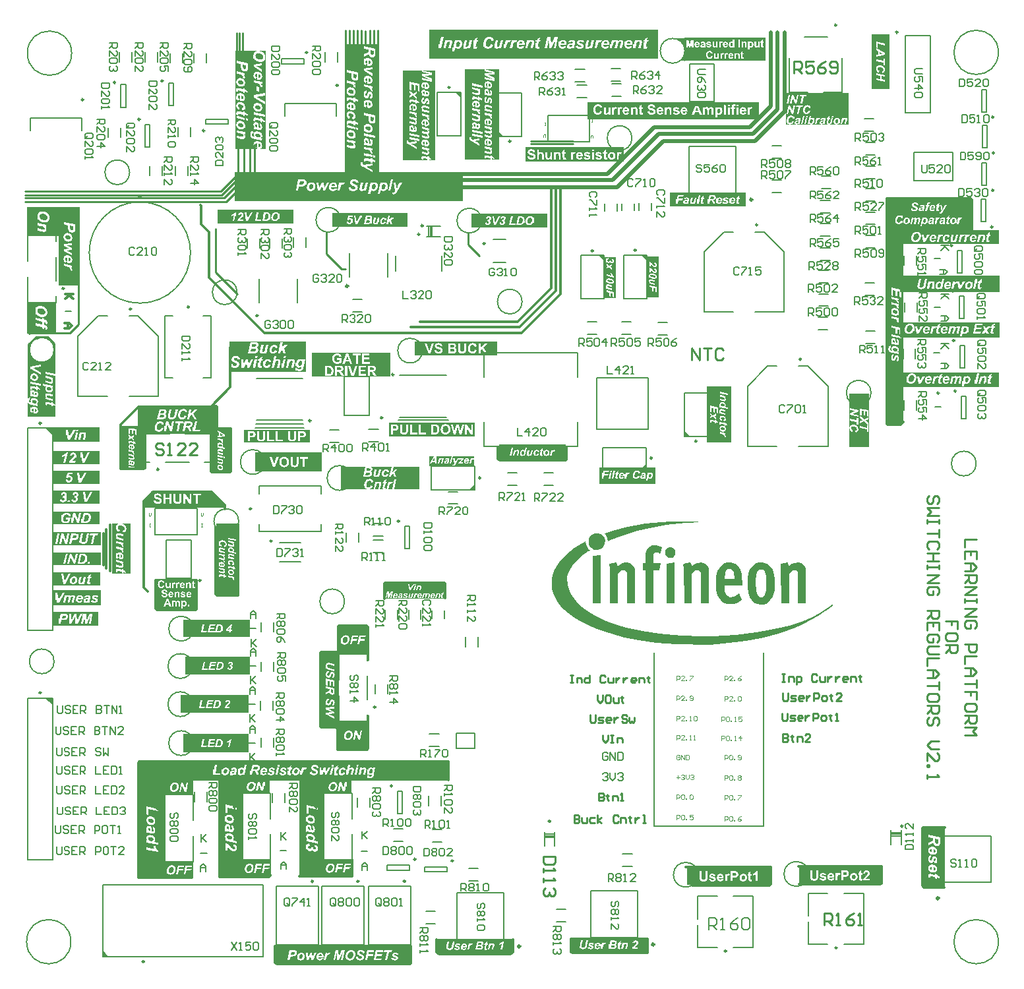
<source format=gto>
G04*
G04 #@! TF.GenerationSoftware,Altium Limited,Altium Designer,22.2.1 (43)*
G04*
G04 Layer_Color=16777215*
%FSLAX25Y25*%
%MOIN*%
G70*
G04*
G04 #@! TF.SameCoordinates,0C248E19-6CAA-4B9F-B23F-7957EF95655F*
G04*
G04*
G04 #@! TF.FilePolarity,Positive*
G04*
G01*
G75*
%ADD10C,0.00984*%
%ADD11C,0.00787*%
%ADD12C,0.01181*%
%ADD13C,0.01000*%
%ADD14C,0.01968*%
%ADD15C,0.00394*%
G36*
X341711Y223886D02*
X333711Y223615D01*
X323677Y222531D01*
X313778Y220632D01*
X308084Y219141D01*
X301033Y216836D01*
X295880Y214937D01*
X294389Y214259D01*
X294253Y215751D01*
X293440Y217378D01*
X292761Y218192D01*
X296694Y219548D01*
X304558Y221582D01*
X313372Y223073D01*
X321372Y223886D01*
X325846Y224158D01*
X338728D01*
X341711Y223886D01*
D02*
G37*
G36*
X290999Y217785D02*
X292084Y216971D01*
X292761Y215886D01*
X293033Y214937D01*
X292897Y212768D01*
X292084Y211412D01*
X291270Y210598D01*
X289507Y209920D01*
X287609Y210056D01*
X286253Y210734D01*
X285304Y211683D01*
X284762Y212768D01*
Y215480D01*
X285846Y217243D01*
X287067Y218056D01*
X287880Y218327D01*
X289778D01*
X290999Y217785D01*
D02*
G37*
G36*
X321236Y211683D02*
X321914Y211276D01*
X321507Y209649D01*
X320829Y208022D01*
X319880Y208564D01*
X318389D01*
X317982Y208293D01*
X317440Y207073D01*
Y203141D01*
X321100D01*
X320423Y199615D01*
X317440D01*
Y182802D01*
X313372D01*
Y199615D01*
X312016D01*
Y203141D01*
X313372D01*
Y207887D01*
X314185Y210056D01*
X315134Y211276D01*
X316761Y212090D01*
X319338Y212226D01*
X321236Y211683D01*
D02*
G37*
G36*
X327880Y210463D02*
X328558Y209514D01*
X328558Y207480D01*
X327745Y206395D01*
X327067Y205988D01*
X325033D01*
X323812Y206937D01*
X323406Y207751D01*
X323541Y209514D01*
X324490Y210734D01*
X325440Y211141D01*
X326660D01*
X327880Y210463D01*
D02*
G37*
G36*
X358931Y203005D02*
X360558Y201514D01*
X361507Y199887D01*
X362185Y197446D01*
X362456Y191887D01*
X353372D01*
X353643Y188768D01*
X354185Y187412D01*
X355134Y186463D01*
X356083Y186056D01*
X358117Y186192D01*
X359880Y187276D01*
X360422Y187954D01*
X360694D01*
X361643Y186327D01*
X362185Y184971D01*
X361101Y183887D01*
X359609Y182937D01*
X357982Y182395D01*
X354863D01*
X352965Y183209D01*
X351473Y184429D01*
X349982Y187005D01*
X349304Y189717D01*
Y196497D01*
X349982Y199073D01*
X350795Y200700D01*
X352422Y202598D01*
X353507Y203276D01*
X354999Y203683D01*
X355683D01*
Y200215D01*
X354999Y200158D01*
X354456Y199751D01*
X353779Y198395D01*
X353372Y195141D01*
X358389D01*
X358117Y198395D01*
X357711Y199344D01*
X357304Y199887D01*
X356490Y200293D01*
X355695Y200215D01*
Y203683D01*
X356897D01*
X358931Y203005D01*
D02*
G37*
G36*
X385914Y201514D02*
X387541Y202734D01*
X388626Y203276D01*
X391067Y203548D01*
X392694Y203005D01*
X393914Y201920D01*
X394456Y200700D01*
X394592Y182802D01*
X390660D01*
X390524Y198531D01*
X389846Y199480D01*
X388084D01*
X386185Y197988D01*
Y182802D01*
X382117D01*
X381982Y201107D01*
X381711Y202734D01*
X385372Y203683D01*
X385914Y201514D01*
D02*
G37*
G36*
X336694Y202327D02*
X336829Y201514D01*
X338185Y202598D01*
X339541Y203276D01*
X341982Y203548D01*
X343609Y203005D01*
X344694Y202056D01*
X345372Y200565D01*
X345507Y182802D01*
X341575D01*
X341440Y198395D01*
X340897Y199344D01*
X340355Y199615D01*
X338999Y199480D01*
X337643Y198531D01*
X336965Y197717D01*
Y182802D01*
X333033D01*
X332897Y200836D01*
X332626Y202598D01*
X333982Y203141D01*
X336287Y203683D01*
X336694Y202327D01*
D02*
G37*
G36*
X328151Y182802D02*
X324083D01*
Y203005D01*
X328151Y203548D01*
Y182802D01*
D02*
G37*
G36*
X299406Y201378D02*
X299948Y202056D01*
X301711Y203141D01*
X303338Y203548D01*
X304558D01*
X306185Y203005D01*
X307270Y202056D01*
X307677Y201378D01*
X308084Y199751D01*
Y182802D01*
X304151D01*
X304016Y198395D01*
X303473Y199344D01*
X302931Y199615D01*
X301575Y199480D01*
X300219Y198531D01*
X299541Y197853D01*
Y182802D01*
X295609D01*
X295473Y200700D01*
X295067Y202734D01*
X298863Y203683D01*
X299406Y201378D01*
D02*
G37*
G36*
X290999Y182802D02*
X286931D01*
Y206802D01*
X290999Y207209D01*
Y182802D01*
D02*
G37*
G36*
X374931Y203005D02*
X376558Y201649D01*
X377779Y199751D01*
X378592Y197310D01*
X378863Y195548D01*
X378728Y189582D01*
X377779Y186327D01*
X377236Y185446D01*
X375880Y183615D01*
X374389Y182666D01*
X372762Y182259D01*
X371629Y182319D01*
X370185Y182395D01*
X368287Y183344D01*
X367067Y184564D01*
X366253Y185920D01*
X365440Y188361D01*
X365033Y190937D01*
X365168Y196226D01*
X365982Y199209D01*
X366660Y200565D01*
X368016Y202327D01*
X369507Y203276D01*
X370999Y203683D01*
X372897D01*
X374931Y203005D01*
D02*
G37*
G36*
X283541Y212497D02*
X284084Y211276D01*
X284897Y210056D01*
X285439Y209785D01*
X285304Y209378D01*
X284626Y209107D01*
X280965Y206395D01*
X279202Y204904D01*
X277982Y203683D01*
X277168Y202734D01*
X275406Y200158D01*
X274321Y197717D01*
X273914Y195954D01*
X274185Y192158D01*
X274863Y189853D01*
X275541Y188225D01*
X276490Y186598D01*
X277439Y185242D01*
X278389Y184022D01*
X279745Y182531D01*
X281643Y180903D01*
X283948Y179141D01*
X285846Y177920D01*
X288965Y176158D01*
X292084Y174666D01*
X294660Y173582D01*
X299134Y171954D01*
X303880Y170598D01*
X307134Y169785D01*
X311744Y168836D01*
X320558Y167480D01*
X327745Y166802D01*
X332264Y166525D01*
X341575Y166327D01*
X347406Y166259D01*
X359338Y166937D01*
X369643Y168158D01*
X378592Y169785D01*
X386185Y171683D01*
X392423Y173717D01*
X397982Y176022D01*
X401372Y177785D01*
X405575Y180497D01*
X407745Y182259D01*
X408151Y182395D01*
X408016Y181853D01*
X407202Y181039D01*
X405846Y179954D01*
X404219Y178734D01*
X400965Y176565D01*
X397304Y174531D01*
X392965Y172225D01*
X389168Y170598D01*
X380762Y167615D01*
X371948Y165310D01*
X364084Y163819D01*
X355812Y162734D01*
X346185Y162056D01*
X329100Y162192D01*
X318931Y163005D01*
X310253Y164225D01*
X302795Y165717D01*
X295202Y167751D01*
X288965Y169920D01*
X283948Y172090D01*
X281101Y173582D01*
X278117Y175344D01*
X275948Y176836D01*
X274660Y177853D01*
X272558Y179548D01*
X270660Y181446D01*
X269440Y182937D01*
X268355Y184564D01*
X266728Y187819D01*
X266050Y190259D01*
Y195683D01*
X267134Y199209D01*
X268355Y201514D01*
X270524Y204497D01*
X273914Y208022D01*
X277439Y210734D01*
X281372Y213175D01*
X283270Y214124D01*
X283541Y212497D01*
D02*
G37*
G36*
X37405Y243124D02*
X13782D01*
Y249838D01*
X37405D01*
Y243124D01*
D02*
G37*
G36*
X27562Y343575D02*
X16932D01*
Y368641D01*
X790D01*
Y383066D01*
X16932D01*
Y383066D01*
X27562D01*
Y343575D01*
D02*
G37*
G36*
X376616Y40637D02*
X334408D01*
Y49127D01*
X376616D01*
Y40637D01*
D02*
G37*
G36*
X436831Y442889D02*
X427742D01*
Y470441D01*
X436831D01*
Y442889D01*
D02*
G37*
G36*
X141735Y309111D02*
D01*
Y299995D01*
X103153D01*
Y309111D01*
D01*
Y315359D01*
X141735D01*
Y309111D01*
D02*
G37*
G36*
X298622Y337126D02*
X292520D01*
Y357992D01*
X298622D01*
Y337126D01*
D02*
G37*
G36*
X314173Y6693D02*
X275984D01*
Y13780D01*
X314173D01*
Y6693D01*
D02*
G37*
G36*
X86578Y190568D02*
Y185892D01*
Y179713D01*
X66184D01*
Y185892D01*
Y190568D01*
Y195080D01*
X86578D01*
Y190568D01*
D02*
G37*
G36*
X113386Y165748D02*
X79921D01*
Y174624D01*
X113386D01*
Y165748D01*
D02*
G37*
G36*
X273231Y255507D02*
X239373D01*
Y263381D01*
X273231D01*
Y255507D01*
D02*
G37*
G36*
X318504Y243307D02*
X290158D01*
Y251575D01*
X318504D01*
Y243307D01*
D02*
G37*
G36*
X37405Y253208D02*
X13782D01*
Y259901D01*
X37405D01*
Y253208D01*
D02*
G37*
G36*
X350994Y292520D02*
X356693D01*
Y264173D01*
X350994D01*
X344488D01*
Y292520D01*
X350994D01*
D02*
G37*
G36*
X302362Y406241D02*
X252756D01*
Y413444D01*
X302362D01*
Y406241D01*
D02*
G37*
G36*
X135436Y374798D02*
X97247D01*
Y381885D01*
X135436D01*
Y374798D01*
D02*
G37*
G36*
X370689Y427701D02*
X284042D01*
Y436060D01*
X370689D01*
Y427701D01*
D02*
G37*
G36*
X184388Y303948D02*
Y297403D01*
X144752D01*
Y303948D01*
Y309674D01*
X184388D01*
Y303948D01*
D02*
G37*
G36*
X214173Y93307D02*
X164878D01*
Y87008D01*
X151272D01*
Y53022D01*
X165236D01*
Y45053D01*
X151272D01*
Y44882D01*
X138583D01*
Y93307D01*
X150878D01*
X123540D01*
Y87008D01*
X110236D01*
Y44882D01*
X97638D01*
Y93307D01*
X84694D01*
Y86221D01*
X70917D01*
Y52063D01*
X84866D01*
Y44094D01*
X70866D01*
Y44094D01*
X57480D01*
Y93307D01*
X57480D01*
Y102498D01*
X214173D01*
Y93307D01*
D02*
G37*
G36*
X118039Y415260D02*
X118189Y415201D01*
X118324Y415134D01*
X118432Y415076D01*
X118525Y415017D01*
X118583Y414967D01*
X118625Y414933D01*
X118634Y414925D01*
X118726Y414816D01*
X118793Y414707D01*
X118835Y414598D01*
X118868Y414497D01*
X118885Y414414D01*
X118902Y414347D01*
Y414288D01*
X118893Y414162D01*
X118868Y414053D01*
X118826Y413953D01*
X118784Y413877D01*
X118743Y413810D01*
X118701Y413768D01*
X118675Y413735D01*
X118667Y413726D01*
X118567Y413659D01*
X118458Y413609D01*
X118340Y413567D01*
X118231Y413542D01*
X118122Y413525D01*
X118039Y413517D01*
X118005D01*
X117980D01*
X117972D01*
X117963D01*
X117930D01*
X117896D01*
X117863D01*
X117854D01*
Y415302D01*
X118039Y415260D01*
D02*
G37*
G36*
X121663Y412478D02*
X119715D01*
Y412478D01*
X117896D01*
X118055Y412486D01*
X118198Y412495D01*
X118340Y412520D01*
X118466Y412553D01*
X118592Y412587D01*
X118701Y412620D01*
X118801Y412662D01*
X118893Y412704D01*
X118969Y412754D01*
X119044Y412796D01*
X119103Y412830D01*
X119153Y412863D01*
X119187Y412897D01*
X119212Y412922D01*
X119228Y412930D01*
X119237Y412939D01*
X119321Y413031D01*
X119396Y413123D01*
X119455Y413224D01*
X119513Y413324D01*
X119564Y413425D01*
X119597Y413525D01*
X119656Y413726D01*
X119673Y413819D01*
X119690Y413902D01*
X119698Y413978D01*
X119706Y414045D01*
X119715Y414095D01*
Y414171D01*
X119706Y414388D01*
X119673Y414598D01*
X119631Y414791D01*
X119572Y414967D01*
X119505Y415134D01*
X119430Y415285D01*
X119346Y415428D01*
X119262Y415553D01*
X119170Y415662D01*
X119095Y415763D01*
X119011Y415838D01*
X118944Y415914D01*
X118885Y415964D01*
X118843Y415997D01*
X118809Y416022D01*
X118801Y416031D01*
X118675Y416115D01*
X118541Y416190D01*
X118407Y416249D01*
X118273Y416307D01*
X118139Y416349D01*
X118013Y416391D01*
X117779Y416450D01*
X117670Y416467D01*
X117569Y416483D01*
X117477Y416492D01*
X117402Y416500D01*
X117343Y416509D01*
X117259D01*
X117100Y416500D01*
X116949Y416483D01*
X116798Y416458D01*
X116664Y416425D01*
X116539Y416383D01*
X116421Y416341D01*
X116321Y416291D01*
X116220Y416240D01*
X116136Y416198D01*
X116061Y416148D01*
X115994Y416106D01*
X115944Y416064D01*
X115902Y416031D01*
X115868Y416006D01*
X115851Y415989D01*
X115843Y415981D01*
X115751Y415880D01*
X115667Y415771D01*
X115592Y415654D01*
X115533Y415545D01*
X115483Y415428D01*
X115441Y415310D01*
X115374Y415092D01*
X115349Y414992D01*
X115332Y414900D01*
X115323Y414816D01*
X115315Y414740D01*
X115307Y414682D01*
Y414598D01*
X115323Y414372D01*
X115357Y414171D01*
X115399Y413978D01*
X115457Y413819D01*
X115516Y413676D01*
X115541Y413626D01*
X115558Y413576D01*
X115583Y413542D01*
X115592Y413517D01*
X115608Y413500D01*
Y413492D01*
X115734Y413316D01*
X115885Y413157D01*
X116036Y413014D01*
X116187Y412897D01*
X116329Y412813D01*
X116388Y412771D01*
X116438Y412746D01*
X116480Y412721D01*
X116513Y412704D01*
X116530Y412687D01*
X116539D01*
X116706Y413701D01*
X116606Y413760D01*
X116513Y413827D01*
X116438Y413902D01*
X116371Y413978D01*
X116312Y414045D01*
X116262Y414120D01*
X116220Y414196D01*
X116195Y414263D01*
X116153Y414388D01*
X116136Y414447D01*
X116128Y414497D01*
X116120Y414531D01*
Y414590D01*
X116128Y414715D01*
X116162Y414833D01*
X116203Y414933D01*
X116245Y415017D01*
X116296Y415092D01*
X116329Y415143D01*
X116363Y415176D01*
X116371Y415184D01*
X116472Y415260D01*
X116589Y415319D01*
X116698Y415360D01*
X116807Y415386D01*
X116907Y415402D01*
X116983Y415419D01*
X117033D01*
X117041D01*
X117050D01*
X117083D01*
X117117Y415411D01*
X117150D01*
X117159D01*
Y412562D01*
X117410Y412511D01*
X117536Y412495D01*
X117653Y412486D01*
X117745Y412478D01*
X115307D01*
Y412478D01*
X106299D01*
Y462205D01*
X121663D01*
Y412478D01*
D02*
G37*
G36*
X426381Y261806D02*
X421969D01*
Y261806D01*
X416538D01*
Y288971D01*
X421969D01*
Y288971D01*
X426381D01*
Y261806D01*
D02*
G37*
G36*
X38189Y212151D02*
X13782D01*
Y218844D01*
X38189D01*
Y212151D01*
D02*
G37*
G36*
X263783Y372830D02*
X225593D01*
Y379916D01*
X263783D01*
Y372830D01*
D02*
G37*
G36*
X193310Y373223D02*
X155121D01*
Y380310D01*
X193310D01*
Y373223D01*
D02*
G37*
G36*
X478136Y379911D02*
Y371649D01*
X492129D01*
Y364562D01*
X443704D01*
Y371495D01*
D01*
Y348420D01*
X492519D01*
Y340153D01*
X443704D01*
Y324880D01*
X492523D01*
Y317318D01*
X443704D01*
Y299683D01*
X492129D01*
Y292121D01*
X443704D01*
Y273586D01*
X435436D01*
Y371495D01*
X435256D01*
Y379911D01*
Y387550D01*
X478136D01*
Y379911D01*
D02*
G37*
G36*
X112992Y127559D02*
X78347D01*
Y136458D01*
X112992D01*
Y127559D01*
D02*
G37*
G36*
X238441Y308332D02*
X196998D01*
Y315280D01*
X238441D01*
Y308332D01*
D02*
G37*
G36*
X173142Y157305D02*
X158661D01*
Y123228D01*
X173055D01*
Y109055D01*
X158268D01*
Y119685D01*
X149606D01*
Y157874D01*
X158355D01*
Y171478D01*
X173142D01*
Y157305D01*
D02*
G37*
G36*
X212208Y189428D02*
Y185133D01*
X181499D01*
Y189428D01*
Y193007D01*
X212208D01*
Y189428D01*
D02*
G37*
G36*
X227136Y267387D02*
X183893D01*
Y274335D01*
X227136D01*
Y267387D01*
D02*
G37*
G36*
X464950Y69685D02*
Y39764D01*
X453937D01*
Y69685D01*
X464950D01*
D02*
G37*
G36*
X96432Y275893D02*
Y271255D01*
X103940D01*
Y249208D01*
X94097D01*
Y268499D01*
X60166D01*
Y250747D01*
X48034D01*
Y271649D01*
X57483D01*
Y275893D01*
X96432D01*
X57483D01*
Y282278D01*
X96432D01*
Y275893D01*
D02*
G37*
G36*
X113386Y146850D02*
X80709D01*
Y155825D01*
X113386D01*
Y146850D01*
D02*
G37*
G36*
X107842Y187397D02*
X96460D01*
Y223223D01*
X107842D01*
Y187397D01*
D02*
G37*
G36*
X364176Y383460D02*
X325987D01*
Y390546D01*
X364176D01*
Y383460D01*
D02*
G37*
G36*
X37405Y233184D02*
X13782D01*
Y239927D01*
X37405D01*
Y233184D01*
D02*
G37*
G36*
X143927Y264064D02*
X110409D01*
Y270571D01*
X143927D01*
Y264064D01*
D02*
G37*
G36*
X149967Y249447D02*
X116174D01*
Y259215D01*
X149967D01*
Y249447D01*
D02*
G37*
G36*
X51042Y223228D02*
X53150D01*
Y198034D01*
X43701D01*
Y223228D01*
X45808D01*
D01*
X47988D01*
X47791Y223221D01*
X47616Y223206D01*
X47441Y223177D01*
X47288Y223148D01*
X47142Y223112D01*
X47004Y223068D01*
X46887Y223017D01*
X46778Y222966D01*
X46683Y222922D01*
X46595Y222871D01*
X46523Y222827D01*
X46464Y222791D01*
X46420Y222762D01*
X46391Y222733D01*
X46369Y222718D01*
X46362Y222711D01*
X46267Y222609D01*
X46180Y222499D01*
X46107Y222383D01*
X46041Y222259D01*
X45990Y222142D01*
X45947Y222018D01*
X45910Y221902D01*
X45881Y221785D01*
X45852Y221683D01*
X45837Y221581D01*
X45823Y221493D01*
X45815Y221413D01*
Y221347D01*
X45808Y221304D01*
Y221260D01*
X45815Y221107D01*
X45830Y220961D01*
X45852Y220823D01*
X45881Y220691D01*
X45910Y220567D01*
X45947Y220451D01*
X45990Y220341D01*
X46034Y220239D01*
X46071Y220152D01*
X46114Y220064D01*
X46151Y219999D01*
X46187Y219941D01*
X46209Y219889D01*
X46231Y219860D01*
X46246Y219839D01*
X46253Y219831D01*
X46340Y219722D01*
X46435Y219613D01*
X46646Y219430D01*
X46858Y219270D01*
X47069Y219139D01*
X47164Y219080D01*
X47259Y219037D01*
X47339Y219000D01*
X47412Y218964D01*
X47470Y218934D01*
X47514Y218920D01*
X47543Y218905D01*
X47550D01*
X47711Y219955D01*
X47528Y220028D01*
X47368Y220101D01*
X47237Y220188D01*
X47128Y220269D01*
X47040Y220341D01*
X46982Y220400D01*
X46945Y220444D01*
X46931Y220451D01*
Y220458D01*
X46843Y220589D01*
X46785Y220713D01*
X46741Y220837D01*
X46705Y220954D01*
X46690Y221049D01*
X46683Y221129D01*
X46676Y221158D01*
Y221194D01*
X46683Y221275D01*
X46690Y221347D01*
X46727Y221486D01*
X46778Y221610D01*
X46843Y221719D01*
X46902Y221799D01*
X46953Y221865D01*
X46989Y221902D01*
X47004Y221916D01*
X47142Y222011D01*
X47295Y222084D01*
X47448Y222128D01*
X47601Y222164D01*
X47733Y222186D01*
X47791Y222193D01*
X47842D01*
X47886Y222200D01*
X47915D01*
X47937D01*
X47944D01*
X48148Y222193D01*
X48352Y222164D01*
X48542Y222128D01*
X48709Y222091D01*
X48782Y222069D01*
X48848Y222047D01*
X48906Y222033D01*
X48957Y222018D01*
X49001Y222004D01*
X49030Y221989D01*
X49045Y221982D01*
X49052D01*
X49249Y221894D01*
X49417Y221792D01*
X49562Y221690D01*
X49672Y221595D01*
X49767Y221515D01*
X49825Y221442D01*
X49861Y221399D01*
X49876Y221391D01*
Y221384D01*
X49963Y221246D01*
X50029Y221100D01*
X50080Y220968D01*
X50109Y220845D01*
X50131Y220735D01*
X50138Y220655D01*
X50146Y220626D01*
Y220582D01*
X50138Y220444D01*
X50116Y220320D01*
X50080Y220210D01*
X50044Y220123D01*
X50007Y220050D01*
X49971Y219999D01*
X49949Y219962D01*
X49942Y219955D01*
X49861Y219875D01*
X49759Y219809D01*
X49657Y219751D01*
X49548Y219707D01*
X49453Y219671D01*
X49380Y219649D01*
X49351Y219642D01*
X49329D01*
X49315Y219634D01*
X49307D01*
X49402Y218643D01*
D01*
X49541Y218665D01*
X49672Y218694D01*
X49796Y218730D01*
X49912Y218774D01*
X50014Y218825D01*
X50116Y218876D01*
X50204Y218927D01*
X50284Y218978D01*
X50357Y219029D01*
X50423Y219073D01*
X50474Y219124D01*
X50517Y219161D01*
X50554Y219197D01*
X50576Y219219D01*
X50590Y219233D01*
X50598Y219241D01*
X50678Y219336D01*
X50743Y219445D01*
X50802Y219547D01*
X50853Y219664D01*
X50897Y219773D01*
X50933Y219882D01*
X50984Y220094D01*
X51006Y220188D01*
X51020Y220283D01*
X51028Y220363D01*
X51035Y220429D01*
X51042Y220487D01*
Y219613D01*
Y220567D01*
X51035Y220706D01*
X51028Y220837D01*
X50984Y221085D01*
X50918Y221311D01*
X50882Y221420D01*
X50853Y221515D01*
X50816Y221603D01*
X50780Y221683D01*
X50743Y221748D01*
X50714Y221807D01*
X50692Y221850D01*
X50670Y221887D01*
X50663Y221909D01*
X50656Y221916D01*
X50583Y222025D01*
X50503Y222135D01*
X50328Y222332D01*
X50146Y222492D01*
X49971Y222631D01*
X49883Y222689D01*
X49810Y222740D01*
X49737Y222784D01*
X49679Y222820D01*
X49628Y222849D01*
X49592Y222871D01*
X49570Y222878D01*
X49562Y222886D01*
X49424Y222944D01*
X49293Y222995D01*
X49016Y223082D01*
X48753Y223141D01*
X48622Y223170D01*
X48505Y223185D01*
X48396Y223199D01*
X48301Y223206D01*
X48206Y223221D01*
X48134D01*
X48075Y223228D01*
X51042D01*
D01*
D02*
G37*
G36*
X169472Y400792D02*
D01*
Y465394D01*
X177965D01*
Y400792D01*
X221263D01*
Y386215D01*
X105908D01*
Y400792D01*
X161420D01*
Y465394D01*
X169472D01*
Y400792D01*
D02*
G37*
G36*
X37795Y191839D02*
X13782D01*
Y198532D01*
X37795D01*
Y191839D01*
D02*
G37*
G36*
X432326Y40834D02*
X391296D01*
Y49717D01*
X432326D01*
Y40834D01*
D02*
G37*
G36*
X38189Y202211D02*
X13782D01*
Y208531D01*
X38189D01*
Y202211D01*
D02*
G37*
G36*
X207168Y406778D02*
X205273D01*
Y406778D01*
X204012D01*
Y407383D01*
X205273Y407128D01*
X204595Y408250D01*
X204012Y408367D01*
Y408848D01*
X203275Y409001D01*
Y408513D01*
X201803Y408826D01*
X201694Y408848D01*
X201591Y408870D01*
X201504Y408885D01*
X201424Y408899D01*
X201351Y408914D01*
X201285Y408928D01*
X201234Y408936D01*
X201183Y408943D01*
X201110Y408950D01*
X201059Y408957D01*
X201030D01*
X201023D01*
X200892Y408950D01*
X200782Y408921D01*
X200680Y408885D01*
X200600Y408841D01*
X200542Y408797D01*
X200491Y408761D01*
X200461Y408732D01*
X200454Y408724D01*
X200389Y408622D01*
X200338Y408506D01*
X200308Y408374D01*
X200279Y408250D01*
X200265Y408134D01*
Y408090D01*
X200257Y408046D01*
Y407959D01*
X200265Y407762D01*
X200279Y407675D01*
X200287Y407594D01*
X200301Y407529D01*
X200308Y407478D01*
X200316Y407448D01*
Y407434D01*
X201045Y407281D01*
X201037Y407368D01*
X201030Y407441D01*
X201023Y407500D01*
Y407543D01*
X201015Y407572D01*
Y407675D01*
X201023Y407733D01*
X201037Y407784D01*
X201052Y407820D01*
X201059Y407842D01*
X201074Y407864D01*
X201081Y407871D01*
Y407879D01*
X201139Y407915D01*
X201190Y407937D01*
X201241Y407944D01*
X201249D01*
X201256D01*
X201271D01*
X201292Y407937D01*
X201358Y407930D01*
X201431Y407915D01*
X201519Y407900D01*
X201599Y407886D01*
X201664Y407871D01*
X201694Y407864D01*
X201715Y407857D01*
X201723D01*
X201730D01*
X203275Y407536D01*
Y406931D01*
X204012Y406778D01*
X200257D01*
Y406771D01*
X190945D01*
Y452362D01*
X200257D01*
Y452369D01*
X207168D01*
Y406778D01*
D02*
G37*
G36*
X112992Y107480D02*
X79921D01*
Y116773D01*
X112992D01*
Y107480D01*
D02*
G37*
G36*
X15357Y319120D02*
X790D01*
Y335252D01*
X15357D01*
Y319120D01*
D02*
G37*
G36*
X38189Y182042D02*
X13782D01*
Y189523D01*
X38189D01*
Y182042D01*
D02*
G37*
G36*
X194882Y394D02*
X126378D01*
Y9585D01*
X194882D01*
Y394D01*
D02*
G37*
G36*
X319688Y458263D02*
X204334D01*
Y472839D01*
X319688D01*
Y458263D01*
D02*
G37*
G36*
X416145Y435600D02*
Y430299D01*
X384649D01*
Y435600D01*
Y440843D01*
X416145D01*
Y435600D01*
D02*
G37*
G36*
Y424798D02*
X384649D01*
Y430299D01*
X416145D01*
Y424798D01*
D02*
G37*
G36*
X124236Y44882D02*
X110236D01*
Y52851D01*
X124236D01*
Y44882D01*
D02*
G37*
G36*
X246457Y6299D02*
X208268D01*
Y13386D01*
X246457D01*
Y6299D01*
D02*
G37*
G36*
X37008Y171526D02*
X13782D01*
Y178483D01*
X37008D01*
Y171526D01*
D02*
G37*
G36*
X320275Y337402D02*
X314173D01*
Y358268D01*
X320275D01*
Y337402D01*
D02*
G37*
G36*
X173772Y251076D02*
X173845D01*
X173896Y251069D01*
X173932D01*
X173947Y251061D01*
X173954D01*
X174027Y251039D01*
X174092Y251017D01*
X174143Y250988D01*
X174187Y250959D01*
X174224Y250937D01*
X174246Y250916D01*
X174260Y250901D01*
X174267Y250894D01*
X174304Y250843D01*
X174333Y250792D01*
X174355Y250741D01*
X174369Y250690D01*
X174377Y250646D01*
X174384Y250609D01*
Y250587D01*
Y250580D01*
X174377Y250507D01*
X174362Y250442D01*
X174348Y250376D01*
X174326Y250318D01*
X174296Y250274D01*
X174282Y250237D01*
X174267Y250216D01*
X174260Y250208D01*
X174209Y250150D01*
X174158Y250099D01*
X174100Y250055D01*
X174041Y250019D01*
X173990Y249990D01*
X173947Y249975D01*
X173917Y249968D01*
X173910Y249960D01*
X173808Y249939D01*
X173691Y249917D01*
X173567Y249902D01*
X173444Y249895D01*
X173327D01*
X173276Y249888D01*
X172350D01*
X172598Y251083D01*
X173677D01*
X173772Y251076D01*
D02*
G37*
G36*
X173560Y249006D02*
X173684Y248984D01*
X173793Y248962D01*
X173881Y248933D01*
X173947Y248896D01*
X173990Y248874D01*
X174020Y248852D01*
X174027Y248845D01*
X174092Y248780D01*
X174136Y248714D01*
X174173Y248641D01*
X174195Y248575D01*
X174209Y248517D01*
X174216Y248473D01*
Y248444D01*
Y248430D01*
X174209Y248357D01*
X174195Y248284D01*
X174173Y248218D01*
X174151Y248160D01*
X174129Y248109D01*
X174107Y248072D01*
X174092Y248043D01*
X174085Y248036D01*
X174034Y247970D01*
X173976Y247919D01*
X173917Y247875D01*
X173859Y247839D01*
X173808Y247810D01*
X173772Y247788D01*
X173742Y247781D01*
X173735Y247774D01*
X173691Y247759D01*
X173640Y247744D01*
X173516Y247730D01*
X173378Y247715D01*
X173232Y247701D01*
X173101D01*
X173043Y247693D01*
X171891D01*
X172168Y249013D01*
X173407D01*
X173560Y249006D01*
D02*
G37*
G36*
X186383Y246884D02*
X184962D01*
X185195Y247970D01*
X185873Y248583D01*
X186383Y246884D01*
D02*
G37*
G36*
X183985D02*
Y251929D01*
X185042D01*
X183985Y246884D01*
D02*
G37*
G36*
X188053Y251929D02*
X199289D01*
Y246789D01*
Y240546D01*
X159452D01*
Y246789D01*
Y251929D01*
X170688D01*
Y246884D01*
Y251929D01*
X171745D01*
X170688Y246884D01*
X175412D01*
X173210D01*
X173342Y246891D01*
X173473Y246899D01*
X173589Y246913D01*
X173699Y246928D01*
X173801Y246942D01*
X173896Y246957D01*
X173983Y246972D01*
X174056Y246986D01*
X174122Y247001D01*
X174173Y247015D01*
X174224Y247030D01*
X174260Y247044D01*
X174282Y247052D01*
X174296Y247059D01*
X174304D01*
X174464Y247139D01*
X174610Y247227D01*
X174734Y247322D01*
X174836Y247416D01*
X174916Y247504D01*
X174975Y247577D01*
X174989Y247606D01*
X175004Y247628D01*
X175018Y247635D01*
Y247642D01*
X175106Y247795D01*
X175171Y247948D01*
X175215Y248094D01*
X175251Y248233D01*
X175266Y248342D01*
X175273Y248393D01*
Y248430D01*
X175281Y248466D01*
Y248488D01*
Y248502D01*
Y248510D01*
X175273Y248634D01*
X175244Y248750D01*
X175215Y248852D01*
X175171Y248947D01*
X175135Y249020D01*
X175098Y249078D01*
X175069Y249108D01*
X175062Y249122D01*
X174975Y249217D01*
X174872Y249297D01*
X174770Y249363D01*
X174676Y249414D01*
X174588Y249458D01*
X174515Y249479D01*
X174486Y249487D01*
X174464Y249494D01*
X174457Y249501D01*
X174450D01*
X174625Y249567D01*
X174770Y249640D01*
X174894Y249720D01*
X174996Y249793D01*
X175069Y249866D01*
X175128Y249917D01*
X175164Y249953D01*
X175171Y249968D01*
X175251Y250092D01*
X175310Y250216D01*
X175354Y250340D01*
X175383Y250449D01*
X175397Y250551D01*
X175412Y250624D01*
Y250697D01*
X175405Y250813D01*
X175390Y250916D01*
X175368Y251017D01*
X175346Y251098D01*
X175317Y251171D01*
X175295Y251222D01*
X175281Y251251D01*
X175273Y251265D01*
X175222Y251360D01*
X175157Y251440D01*
X175091Y251513D01*
X175025Y251572D01*
X174967Y251615D01*
X174924Y251652D01*
X174894Y251674D01*
X174880Y251681D01*
X174778Y251739D01*
X174676Y251783D01*
X174566Y251819D01*
X174471Y251849D01*
X174384Y251870D01*
X174318Y251885D01*
X174267Y251892D01*
X174253D01*
X174209Y251900D01*
X174151Y251907D01*
X174034Y251914D01*
X173903Y251922D01*
X173772D01*
X173655Y251929D01*
X175412D01*
D01*
X183985D01*
Y246884D01*
X188053Y246884D01*
D01*
X187375Y246884D01*
X186580Y249224D01*
X188053Y250544D01*
X186770Y250544D01*
X185472Y249297D01*
X186019Y251929D01*
X188053Y251929D01*
Y251929D01*
D02*
G37*
G36*
X37402Y222812D02*
X13782D01*
Y229227D01*
X37402D01*
Y222812D01*
D02*
G37*
G36*
X15162Y277160D02*
X8725D01*
Y289540D01*
X13857D01*
X12275D01*
X12421Y289547D01*
X12552Y289555D01*
X12676Y289569D01*
X12793Y289598D01*
X12895Y289620D01*
X12997Y289650D01*
X13084Y289686D01*
X13164Y289715D01*
X13230Y289752D01*
X13288Y289781D01*
X13339Y289817D01*
X13383Y289839D01*
X13412Y289861D01*
X13442Y289883D01*
X13449Y289890D01*
X13456Y289897D01*
X13529Y289963D01*
X13587Y290036D01*
X13646Y290116D01*
X13689Y290189D01*
X13762Y290342D01*
X13806Y290488D01*
X13835Y290619D01*
X13842Y290677D01*
X13850Y290728D01*
X13857Y290765D01*
Y290889D01*
Y290823D01*
X13850Y290933D01*
X13842Y291042D01*
X13821Y291137D01*
X13806Y291224D01*
X13784Y291290D01*
X13762Y291348D01*
X13755Y291377D01*
X13748Y291392D01*
X13704Y291494D01*
X13646Y291589D01*
X13587Y291684D01*
X13529Y291771D01*
X13478Y291844D01*
X13434Y291902D01*
X13405Y291939D01*
X13390Y291953D01*
X13777Y291880D01*
Y292806D01*
X8725Y293856D01*
X8725D01*
Y305113D01*
X15162D01*
Y277160D01*
D02*
G37*
G36*
X11794Y292223D02*
X11903Y292208D01*
X12020Y292186D01*
X12129Y292165D01*
X12217Y292143D01*
X12290Y292121D01*
X12319Y292114D01*
X12341Y292106D01*
X12348Y292099D01*
X12355D01*
X12494Y292048D01*
X12610Y291990D01*
X12712Y291924D01*
X12793Y291866D01*
X12858Y291815D01*
X12909Y291771D01*
X12938Y291742D01*
X12946Y291735D01*
X13011Y291640D01*
X13062Y291552D01*
X13099Y291465D01*
X13128Y291385D01*
X13143Y291312D01*
X13150Y291261D01*
Y291210D01*
X13143Y291100D01*
X13113Y290998D01*
X13077Y290918D01*
X13040Y290845D01*
X12997Y290787D01*
X12960Y290743D01*
X12931Y290714D01*
X12924Y290707D01*
X12836Y290641D01*
X12734Y290590D01*
X12632Y290553D01*
X12530Y290524D01*
X12435Y290510D01*
X12363Y290503D01*
X12333D01*
X12312D01*
X12304D01*
X12297D01*
X12166Y290510D01*
X12027Y290524D01*
X11903Y290553D01*
X11787Y290575D01*
X11685Y290605D01*
X11604Y290634D01*
X11575Y290641D01*
X11553Y290648D01*
X11539Y290656D01*
X11531D01*
X11386Y290714D01*
X11262Y290779D01*
X11160Y290845D01*
X11079Y290903D01*
X11021Y290962D01*
X10977Y291005D01*
X10948Y291035D01*
X10941Y291042D01*
X10883Y291129D01*
X10839Y291210D01*
X10810Y291290D01*
X10788Y291363D01*
X10773Y291428D01*
X10766Y291472D01*
Y291516D01*
X10773Y291618D01*
X10802Y291720D01*
X10839Y291800D01*
X10883Y291873D01*
X10926Y291939D01*
X10963Y291982D01*
X10992Y292011D01*
X10999Y292019D01*
X11101Y292092D01*
X11203Y292143D01*
X11320Y292179D01*
X11429Y292201D01*
X11524Y292216D01*
X11604Y292230D01*
X11633D01*
X11655D01*
X11670D01*
X11677D01*
X11794Y292223D01*
D02*
G37*
G36*
X10606Y292493D02*
X10504Y292420D01*
X10416Y292340D01*
X10336Y292252D01*
X10270Y292157D01*
X10212Y292070D01*
X10168Y291975D01*
X10125Y291888D01*
X10095Y291793D01*
X10074Y291713D01*
X10052Y291632D01*
X10037Y291567D01*
X10030Y291501D01*
Y291458D01*
X10022Y291414D01*
Y291385D01*
X10030Y291253D01*
X10044Y291129D01*
X10074Y291005D01*
X10110Y290889D01*
X10154Y290779D01*
X10205Y290677D01*
X10256Y290590D01*
X10314Y290503D01*
X10365Y290422D01*
X10416Y290357D01*
X10467Y290291D01*
X10511Y290247D01*
X10547Y290204D01*
X10576Y290174D01*
X10591Y290160D01*
X10598Y290153D01*
X10730Y290043D01*
X10868Y289949D01*
X11007Y289868D01*
X11152Y289795D01*
X11291Y289737D01*
X11429Y289686D01*
X11568Y289650D01*
X11692Y289613D01*
X11816Y289591D01*
X11925Y289569D01*
X12027Y289562D01*
X12107Y289547D01*
X12180D01*
X12231Y289540D01*
X8725D01*
Y292879D01*
X10606Y292493D01*
D02*
G37*
G36*
X8725Y277160D02*
X1184D01*
Y305113D01*
X8725D01*
Y277160D01*
D02*
G37*
G36*
X90029Y232228D02*
X63521D01*
Y239415D01*
X90029D01*
Y232228D01*
D02*
G37*
G36*
X226872Y252362D02*
X204331D01*
Y257262D01*
X226872D01*
Y252362D01*
D02*
G37*
G36*
X374019Y462908D02*
Y457227D01*
X333254D01*
Y462908D01*
Y468747D01*
X374019D01*
Y462908D01*
D02*
G37*
G36*
X37405Y264450D02*
X13782D01*
Y271856D01*
X37405D01*
Y264450D01*
D02*
G37*
G36*
X234437Y445670D02*
X234569Y445619D01*
X234685Y445561D01*
X234780Y445510D01*
X234860Y445459D01*
X234911Y445415D01*
X234948Y445386D01*
X234955Y445378D01*
X235035Y445284D01*
X235093Y445189D01*
X235130Y445094D01*
X235159Y445007D01*
X235174Y444934D01*
X235188Y444875D01*
Y444824D01*
X235181Y444715D01*
X235159Y444620D01*
X235123Y444533D01*
X235086Y444467D01*
X235050Y444409D01*
X235013Y444372D01*
X234991Y444343D01*
X234984Y444336D01*
X234897Y444278D01*
X234802Y444234D01*
X234700Y444198D01*
X234605Y444176D01*
X234510Y444161D01*
X234437Y444154D01*
X234408D01*
X234386D01*
X234379D01*
X234372D01*
X234343D01*
X234313D01*
X234284D01*
X234277D01*
Y445707D01*
X234437Y445670D01*
D02*
G37*
G36*
X233635Y445801D02*
X233665D01*
X233672D01*
Y443323D01*
X233891Y443279D01*
X234000Y443264D01*
X234102Y443257D01*
X234182Y443250D01*
X232061D01*
Y445094D01*
X232075Y444897D01*
X232104Y444722D01*
X232141Y444555D01*
X232192Y444416D01*
X232243Y444292D01*
X232265Y444248D01*
X232279Y444205D01*
X232301Y444176D01*
X232309Y444154D01*
X232323Y444139D01*
Y444132D01*
X232433Y443979D01*
X232564Y443840D01*
X232695Y443716D01*
X232826Y443614D01*
X232950Y443541D01*
X233001Y443505D01*
X233045Y443483D01*
X233081Y443461D01*
X233111Y443447D01*
X233125Y443432D01*
X233132D01*
X233278Y444314D01*
X233191Y444365D01*
X233111Y444423D01*
X233045Y444489D01*
X232987Y444555D01*
X232936Y444613D01*
X232892Y444679D01*
X232855Y444744D01*
X232834Y444803D01*
X232797Y444912D01*
X232783Y444963D01*
X232775Y445007D01*
X232768Y445036D01*
Y445087D01*
X232775Y445196D01*
X232804Y445298D01*
X232841Y445386D01*
X232877Y445459D01*
X232921Y445524D01*
X232950Y445568D01*
X232979Y445597D01*
X232987Y445604D01*
X233074Y445670D01*
X233176Y445721D01*
X233271Y445757D01*
X233366Y445779D01*
X233453Y445794D01*
X233519Y445809D01*
X233562D01*
X233570D01*
X233577D01*
X233606D01*
X233635Y445801D01*
D02*
G37*
G36*
X233285Y441996D02*
X233351Y441981D01*
X233409Y441952D01*
X233460Y441923D01*
X233497Y441894D01*
X233526Y441865D01*
X233541Y441850D01*
X233548Y441843D01*
X233577Y441792D01*
X233606Y441733D01*
X233635Y441668D01*
X233665Y441595D01*
X233708Y441434D01*
X233745Y441274D01*
X233774Y441121D01*
X233788Y441055D01*
X233796Y440990D01*
X233803Y440946D01*
Y440902D01*
X233810Y440880D01*
Y440873D01*
X233825Y440771D01*
X233847Y440698D01*
X233854Y440669D01*
Y440647D01*
X233861Y440640D01*
Y440633D01*
X233723Y440662D01*
X233599Y440691D01*
X233490Y440720D01*
X233395Y440749D01*
X233322Y440778D01*
X233264Y440800D01*
X233227Y440822D01*
X233198Y440830D01*
X233191Y440837D01*
X233125Y440873D01*
X233074Y440924D01*
X233023Y440975D01*
X232987Y441019D01*
X232950Y441063D01*
X232928Y441099D01*
X232914Y441128D01*
X232906Y441136D01*
X232870Y441209D01*
X232848Y441282D01*
X232826Y441354D01*
X232819Y441420D01*
X232812Y441471D01*
X232804Y441515D01*
Y441551D01*
X232812Y441624D01*
X232826Y441690D01*
X232841Y441748D01*
X232863Y441792D01*
X232885Y441828D01*
X232906Y441857D01*
X232914Y441872D01*
X232921Y441879D01*
X232965Y441923D01*
X233016Y441952D01*
X233067Y441974D01*
X233111Y441989D01*
X233154Y441996D01*
X233183Y442003D01*
X233205D01*
X233213D01*
X233285Y441996D01*
D02*
G37*
G36*
X235895Y439488D02*
X234991D01*
X235064Y439503D01*
X235195Y439539D01*
X235312Y439598D01*
X235414Y439656D01*
X235502Y439721D01*
X235560Y439780D01*
X235596Y439816D01*
X235611Y439823D01*
Y439831D01*
X235662Y439896D01*
X235706Y439969D01*
X235779Y440137D01*
X235830Y440305D01*
X235859Y440480D01*
X235881Y440633D01*
X235888Y440698D01*
Y440757D01*
X235895Y440808D01*
Y439488D01*
D02*
G37*
G36*
X232068Y441777D02*
X232083Y441675D01*
X232104Y441580D01*
X232126Y441493D01*
X232148Y441420D01*
X232170Y441369D01*
X232185Y441332D01*
X232192Y441318D01*
X232243Y441216D01*
X232309Y441121D01*
X232367Y441034D01*
X232425Y440961D01*
X232484Y440902D01*
X232527Y440851D01*
X232557Y440822D01*
X232564Y440815D01*
X232411Y440800D01*
X232345Y440786D01*
X232279Y440778D01*
X232228Y440764D01*
X232192Y440749D01*
X232163Y440742D01*
X232156D01*
Y439787D01*
X232258Y439816D01*
X232360Y439831D01*
X232447Y439845D01*
X232520Y439860D01*
X232586D01*
X232629Y439867D01*
X232666D01*
X232673D01*
X232724D01*
X232790Y439860D01*
X232928Y439845D01*
X233074Y439823D01*
X233227Y439794D01*
X233366Y439772D01*
X233424Y439758D01*
X233482Y439751D01*
X233526Y439743D01*
X233555Y439736D01*
X233577Y439729D01*
X233584D01*
X233723Y439700D01*
X233854Y439670D01*
X233971Y439641D01*
X234073Y439619D01*
X234160Y439605D01*
X234241Y439590D01*
X234313Y439576D01*
X234372Y439561D01*
X234423Y439554D01*
X234459Y439539D01*
X234496D01*
X234518Y439532D01*
X234554Y439525D01*
X234561D01*
X234700Y439503D01*
X234758Y439495D01*
X234809D01*
X234853Y439488D01*
X232061D01*
Y441887D01*
X232068Y441777D01*
D02*
G37*
G36*
X239673Y407171D02*
X237076D01*
Y407171D01*
X235815D01*
Y407777D01*
X237076Y407521D01*
X236398Y408644D01*
X235815Y408761D01*
Y409242D01*
X235079Y409395D01*
Y408907D01*
X233606Y409220D01*
X233497Y409242D01*
X233395Y409264D01*
X233307Y409278D01*
X233227Y409293D01*
X233154Y409307D01*
X233089Y409322D01*
X233038Y409329D01*
X232987Y409337D01*
X232914Y409344D01*
X232863Y409351D01*
X232834D01*
X232826D01*
X232695Y409344D01*
X232586Y409315D01*
X232484Y409278D01*
X232403Y409235D01*
X232345Y409191D01*
X232294Y409154D01*
X232265Y409125D01*
X232258Y409118D01*
X232192Y409016D01*
X232141Y408899D01*
X232112Y408768D01*
X232083Y408644D01*
X232068Y408528D01*
Y408484D01*
X232061Y408440D01*
Y409395D01*
X232061D01*
Y414243D01*
X235895D01*
Y417749D01*
Y415715D01*
X235888Y415905D01*
X235859Y416087D01*
X235822Y416255D01*
X235771Y416408D01*
X235713Y416554D01*
X235648Y416685D01*
X235575Y416809D01*
X235502Y416918D01*
X235421Y417013D01*
X235356Y417100D01*
X235283Y417166D01*
X235225Y417232D01*
X235174Y417275D01*
X235137Y417305D01*
X235108Y417326D01*
X235101Y417334D01*
X234991Y417407D01*
X234875Y417472D01*
X234758Y417523D01*
X234641Y417574D01*
X234525Y417611D01*
X234416Y417647D01*
X234211Y417698D01*
X234117Y417713D01*
X234029Y417728D01*
X233949Y417735D01*
X233883Y417742D01*
X233832Y417749D01*
X233759D01*
X233621Y417742D01*
X233490Y417728D01*
X233358Y417706D01*
X233242Y417676D01*
X233132Y417640D01*
X233030Y417603D01*
X232943Y417560D01*
X232855Y417516D01*
X232783Y417480D01*
X232717Y417436D01*
X232659Y417399D01*
X232615Y417363D01*
X232578Y417334D01*
X232549Y417312D01*
X232535Y417297D01*
X232527Y417290D01*
X232447Y417203D01*
X232374Y417108D01*
X232309Y417006D01*
X232258Y416911D01*
X232214Y416809D01*
X232177Y416707D01*
X232119Y416517D01*
X232097Y416430D01*
X232083Y416350D01*
X232075Y416277D01*
X232068Y416211D01*
X232061Y416160D01*
Y417749D01*
X232061D01*
Y424434D01*
X235895D01*
Y430864D01*
D01*
Y428210D01*
X235888Y428320D01*
X235859Y428429D01*
X235822Y428539D01*
X235771Y428633D01*
X235713Y428735D01*
X235648Y428823D01*
X235502Y428991D01*
X235429Y429063D01*
X235356Y429129D01*
X235290Y429187D01*
X235232Y429238D01*
X235181Y429275D01*
X235144Y429304D01*
X235115Y429319D01*
X235108Y429326D01*
X235815Y429180D01*
Y430099D01*
X232156Y430864D01*
Y429887D01*
X233300Y429647D01*
X233424Y429618D01*
X233548Y429596D01*
X233657Y429566D01*
X233752Y429537D01*
X233847Y429515D01*
X233934Y429494D01*
X234007Y429464D01*
X234073Y429443D01*
X234131Y429428D01*
X234182Y429406D01*
X234226Y429391D01*
X234262Y429377D01*
X234284Y429370D01*
X234306Y429362D01*
X234321Y429355D01*
X234437Y429297D01*
X234539Y429231D01*
X234627Y429158D01*
X234700Y429093D01*
X234751Y429034D01*
X234794Y428991D01*
X234824Y428961D01*
X234831Y428947D01*
X234897Y428845D01*
X234948Y428750D01*
X234977Y428662D01*
X235006Y428582D01*
X235020Y428517D01*
X235028Y428466D01*
Y428422D01*
X235020Y428312D01*
X235006Y428218D01*
X234991Y428181D01*
X234984Y428152D01*
X234977Y428138D01*
Y428130D01*
X235381Y427941D01*
D01*
X235786Y427751D01*
X235822Y427839D01*
X235852Y427926D01*
X235854Y427941D01*
X235866Y428006D01*
X235881Y428072D01*
X235888Y428130D01*
X235895Y428174D01*
Y427941D01*
Y425907D01*
X235888Y426096D01*
X235859Y426279D01*
X235822Y426446D01*
X235771Y426599D01*
X235713Y426745D01*
X235648Y426876D01*
X235575Y427000D01*
X235502Y427110D01*
X235421Y427205D01*
X235356Y427292D01*
X235283Y427357D01*
X235225Y427423D01*
X235174Y427467D01*
X235137Y427496D01*
X235108Y427518D01*
X235101Y427525D01*
X234991Y427598D01*
X234875Y427664D01*
X234758Y427715D01*
X234675Y427751D01*
X234641Y427766D01*
X234525Y427802D01*
X234416Y427839D01*
X234211Y427890D01*
X234117Y427904D01*
X234029Y427919D01*
X233949Y427926D01*
X233883Y427934D01*
X233832Y427941D01*
X233796D01*
X233767D01*
X233759D01*
D01*
X233621Y427934D01*
X233490Y427919D01*
X233358Y427897D01*
X233242Y427868D01*
X233132Y427831D01*
X233030Y427795D01*
X232943Y427751D01*
X232855Y427707D01*
X232783Y427671D01*
X232717Y427627D01*
X232659Y427591D01*
X232615Y427554D01*
X232578Y427525D01*
X232549Y427503D01*
X232535Y427489D01*
X232527Y427482D01*
X232447Y427394D01*
X232374Y427299D01*
X232309Y427197D01*
X232258Y427102D01*
X232214Y427000D01*
X232177Y426898D01*
X232119Y426709D01*
X232097Y426621D01*
X232083Y426541D01*
X232075Y426468D01*
X232068Y426403D01*
X232061Y426351D01*
Y427941D01*
X232061D01*
Y431163D01*
X235815D01*
Y432147D01*
X234066Y432541D01*
X233949Y432570D01*
X233854Y432592D01*
X233767Y432614D01*
X233701Y432635D01*
X233643Y432650D01*
X233606Y432665D01*
X233584Y432672D01*
X233577D01*
X233497Y432701D01*
X233424Y432738D01*
X233366Y432767D01*
X233307Y432796D01*
X233271Y432818D01*
X233235Y432840D01*
X233220Y432847D01*
X233213Y432854D01*
X233118Y432927D01*
X233045Y433000D01*
X233016Y433029D01*
X232994Y433051D01*
X232979Y433066D01*
X232972Y433073D01*
X232906Y433160D01*
X232855Y433233D01*
X232841Y433262D01*
X232826Y433284D01*
X232819Y433299D01*
Y433306D01*
X232790Y433386D01*
X232775Y433459D01*
X232768Y433488D01*
Y433532D01*
X232775Y433591D01*
X232783Y433641D01*
X232804Y433685D01*
X232826Y433729D01*
X232841Y433758D01*
X232863Y433780D01*
X232870Y433795D01*
X232877Y433802D01*
X232921Y433838D01*
X232972Y433860D01*
X233060Y433889D01*
X233096Y433897D01*
X233125Y433904D01*
X233147D01*
X233154D01*
X233205Y433897D01*
X233271Y433889D01*
X233351Y433875D01*
X233431Y433860D01*
X233511Y433846D01*
X233577Y433831D01*
X233621Y433816D01*
X233628D01*
X233635D01*
X235815Y433328D01*
Y434327D01*
X233774Y434786D01*
X233672Y434808D01*
X233577Y434830D01*
X233490Y434844D01*
X233417Y434859D01*
X233344Y434866D01*
X233285Y434881D01*
X233183Y434895D01*
X233103Y434903D01*
X233052Y434910D01*
X235815D01*
X232955D01*
X233016D01*
X232863Y434903D01*
X232724Y434873D01*
X232600Y434837D01*
X232505Y434793D01*
X232425Y434750D01*
X232367Y434713D01*
X232330Y434684D01*
X232316Y434677D01*
X232228Y434582D01*
X232170Y434473D01*
X232126Y434363D01*
X232090Y434261D01*
X232075Y434166D01*
X232068Y434086D01*
X232061Y434057D01*
Y434910D01*
X232061D01*
Y435428D01*
X234933D01*
X232061D01*
Y437359D01*
X232068Y437214D01*
X232075Y437075D01*
X232097Y436951D01*
X232119Y436835D01*
X232148Y436718D01*
X232177Y436623D01*
X232214Y436528D01*
X232250Y436448D01*
X232287Y436375D01*
X232323Y436310D01*
X232352Y436251D01*
X232382Y436208D01*
X232403Y436171D01*
X232425Y436149D01*
X232433Y436135D01*
X232440Y436127D01*
X232513Y436047D01*
X232593Y435982D01*
X232666Y435923D01*
X232746Y435872D01*
X232819Y435828D01*
X232899Y435792D01*
X233038Y435741D01*
X233162Y435705D01*
X233213Y435697D01*
X233256Y435690D01*
X233293Y435683D01*
X233322D01*
X233336D01*
X233344D01*
X233417Y435690D01*
X233490Y435697D01*
X233621Y435734D01*
X233737Y435792D01*
X233840Y435858D01*
X233920Y435923D01*
X233985Y435974D01*
X234022Y436018D01*
X234036Y436025D01*
Y436033D01*
X234073Y436084D01*
X234109Y436142D01*
X234146Y436215D01*
X234182Y436288D01*
X234255Y436448D01*
X234313Y436609D01*
X234364Y436762D01*
X234386Y436827D01*
X234408Y436886D01*
X234423Y436937D01*
X234437Y436973D01*
X234445Y436995D01*
Y437002D01*
X234467Y437090D01*
X234496Y437163D01*
X234518Y437228D01*
X234532Y437287D01*
X234554Y437345D01*
X234569Y437389D01*
X234598Y437462D01*
X234612Y437512D01*
X234627Y437542D01*
X234641Y437556D01*
Y437564D01*
X234678Y437607D01*
X234714Y437636D01*
X234751Y437666D01*
X234787Y437680D01*
X234816Y437687D01*
X234846Y437695D01*
X234860D01*
X234867D01*
X234918Y437687D01*
X234962Y437673D01*
X235035Y437629D01*
X235064Y437607D01*
X235086Y437585D01*
X235093Y437571D01*
X235101Y437564D01*
X235137Y437505D01*
X235166Y437432D01*
X235181Y437359D01*
X235195Y437287D01*
X235203Y437221D01*
X235210Y437163D01*
Y437112D01*
X235203Y436995D01*
X235188Y436893D01*
X235166Y436805D01*
X235144Y436725D01*
X235115Y436667D01*
X235093Y436616D01*
X235079Y436587D01*
X235072Y436579D01*
X235035Y436521D01*
X234984Y436470D01*
X234940Y436426D01*
X234889Y436397D01*
X234846Y436368D01*
X234809Y436353D01*
X234787Y436339D01*
X234780D01*
X234933Y435428D01*
X235093Y435479D01*
X235232Y435544D01*
X235349Y435617D01*
X235451Y435697D01*
X235531Y435770D01*
X235589Y435836D01*
X235618Y435880D01*
X235633Y435887D01*
Y435894D01*
X235677Y435967D01*
X235720Y436040D01*
X235786Y436208D01*
X235830Y436390D01*
X235866Y436557D01*
X235881Y436718D01*
X235888Y436784D01*
Y436842D01*
X235895Y436893D01*
Y435428D01*
Y436973D01*
Y436959D01*
X235888Y437119D01*
X235874Y437272D01*
X235852Y437410D01*
X235830Y437542D01*
X235793Y437666D01*
X235757Y437775D01*
X235713Y437870D01*
X235677Y437964D01*
X235633Y438045D01*
X235589Y438110D01*
X235553Y438169D01*
X235524Y438212D01*
X235494Y438249D01*
X235472Y438278D01*
X235458Y438293D01*
X235451Y438300D01*
X235392Y438358D01*
X235327Y438402D01*
X235203Y438482D01*
X235079Y438540D01*
X234962Y438577D01*
X234860Y438606D01*
X234780Y438613D01*
X234751Y438621D01*
X234729D01*
X234714D01*
X234707D01*
X234627Y438613D01*
X234554Y438606D01*
X234416Y438570D01*
X234292Y438518D01*
X234190Y438453D01*
X234109Y438395D01*
X234051Y438344D01*
X234015Y438307D01*
X234000Y438293D01*
X233971Y438241D01*
X233934Y438183D01*
X233898Y438110D01*
X233854Y438023D01*
X233781Y437841D01*
X233701Y437651D01*
X233635Y437469D01*
X233606Y437389D01*
X233584Y437323D01*
X233562Y437265D01*
X233548Y437214D01*
X233533Y437184D01*
Y437177D01*
X233497Y437060D01*
X233460Y436973D01*
X233424Y436900D01*
X233395Y436842D01*
X233373Y436805D01*
X233358Y436776D01*
X233351Y436769D01*
X233344Y436762D01*
X233285Y436718D01*
X233227Y436696D01*
X233183Y436689D01*
X233176D01*
X233169D01*
X233111Y436696D01*
X233067Y436711D01*
X232987Y436762D01*
X232958Y436791D01*
X232936Y436813D01*
X232921Y436827D01*
X232914Y436835D01*
X232863Y436915D01*
X232826Y437002D01*
X232804Y437097D01*
X232790Y437184D01*
X232775Y437265D01*
X232768Y437323D01*
Y437381D01*
X232775Y437498D01*
X232790Y437600D01*
X232804Y437687D01*
X232834Y437760D01*
X232855Y437819D01*
X232870Y437862D01*
X232885Y437892D01*
X232892Y437899D01*
X232943Y437964D01*
X233009Y438030D01*
X233081Y438081D01*
X233154Y438125D01*
X233220Y438161D01*
X233271Y438191D01*
X233307Y438205D01*
X233322Y438212D01*
X233169Y439167D01*
D01*
X232979Y439102D01*
X232819Y439014D01*
X232673Y438912D01*
X232557Y438817D01*
X232469Y438730D01*
X232396Y438657D01*
X232374Y438628D01*
X232360Y438606D01*
X232345Y438591D01*
Y438584D01*
X232294Y438497D01*
X232250Y438409D01*
X232177Y438212D01*
X232134Y438008D01*
X232097Y437811D01*
X232083Y437717D01*
X232075Y437636D01*
X232068Y437556D01*
Y437491D01*
X232061Y437432D01*
Y439167D01*
X232061D01*
Y439488D01*
X235895D01*
Y442929D01*
D01*
Y440873D01*
X235881Y441114D01*
X235852Y441332D01*
X235830Y441427D01*
X235808Y441515D01*
X235786Y441602D01*
X235757Y441675D01*
X235728Y441741D01*
X235706Y441799D01*
X235684Y441850D01*
X235662Y441894D01*
X235648Y441923D01*
X235633Y441945D01*
X235618Y441959D01*
Y441967D01*
X235509Y442105D01*
X235385Y442229D01*
X235254Y442324D01*
X235137Y442404D01*
X235028Y442462D01*
X234940Y442506D01*
X234904Y442521D01*
X234882Y442528D01*
X234867Y442535D01*
X234860D01*
X234780Y441573D01*
X234846Y441551D01*
X234904Y441522D01*
X234955Y441486D01*
X234999Y441449D01*
X235035Y441420D01*
X235057Y441391D01*
X235072Y441376D01*
X235079Y441369D01*
X235115Y441303D01*
X235144Y441238D01*
X235159Y441165D01*
X235174Y441099D01*
X235181Y441041D01*
X235188Y440990D01*
Y440946D01*
X235181Y440859D01*
X235174Y440778D01*
X235152Y440720D01*
X235137Y440662D01*
X235115Y440618D01*
X235093Y440589D01*
X235086Y440574D01*
X235079Y440567D01*
X235035Y440523D01*
X234991Y440494D01*
X234948Y440465D01*
X234904Y440450D01*
X234867Y440443D01*
X234846Y440436D01*
X234824D01*
X234816D01*
X234765D01*
X234714Y440443D01*
X234605Y440465D01*
X234561Y440480D01*
X234525Y440494D01*
X234496Y440501D01*
X234488D01*
X234474Y440553D01*
X234459Y440611D01*
X234445Y440676D01*
X234430Y440749D01*
X234401Y440902D01*
X234386Y441063D01*
X234364Y441209D01*
X234357Y441274D01*
X234350Y441325D01*
Y441376D01*
X234343Y441413D01*
Y441442D01*
X234328Y441595D01*
X234306Y441733D01*
X234284Y441857D01*
X234255Y441974D01*
X234226Y442083D01*
X234197Y442178D01*
X234160Y442266D01*
X234131Y442339D01*
X234095Y442404D01*
X234066Y442462D01*
X234036Y442506D01*
X234015Y442543D01*
X233993Y442572D01*
X233978Y442594D01*
X233971Y442601D01*
X233963Y442608D01*
X233905Y442667D01*
X233840Y442710D01*
X233701Y442791D01*
X233562Y442849D01*
X233424Y442885D01*
X233307Y442914D01*
X233256Y442922D01*
X233213D01*
X233176Y442929D01*
X233125D01*
X232958Y442914D01*
X232804Y442885D01*
X232673Y442834D01*
X232564Y442783D01*
X232469Y442732D01*
X232403Y442681D01*
X232367Y442652D01*
X232352Y442637D01*
X232258Y442521D01*
X232185Y442397D01*
X232134Y442266D01*
X232097Y442149D01*
X232075Y442047D01*
X232068Y441959D01*
X232061Y441930D01*
Y442929D01*
X232061D01*
Y443250D01*
X235895D01*
X234313D01*
X234452Y443257D01*
X234576Y443264D01*
X234700Y443286D01*
X234809Y443315D01*
X234918Y443344D01*
X235013Y443374D01*
X235101Y443410D01*
X235181Y443447D01*
X235246Y443490D01*
X235312Y443527D01*
X235363Y443556D01*
X235407Y443585D01*
X235436Y443614D01*
X235458Y443636D01*
X235472Y443643D01*
X235480Y443651D01*
X235553Y443731D01*
X235618Y443811D01*
X235669Y443899D01*
X235720Y443986D01*
X235764Y444073D01*
X235793Y444161D01*
X235844Y444336D01*
X235859Y444416D01*
X235874Y444489D01*
X235881Y444555D01*
X235888Y444613D01*
X235895Y444657D01*
Y444722D01*
X235888Y444912D01*
X235859Y445094D01*
X235822Y445262D01*
X235771Y445415D01*
X235713Y445561D01*
X235648Y445692D01*
X235575Y445816D01*
X235502Y445925D01*
X235421Y446020D01*
X235356Y446107D01*
X235283Y446173D01*
X235225Y446239D01*
X235174Y446282D01*
X235137Y446312D01*
X235108Y446333D01*
X235101Y446341D01*
X234991Y446414D01*
X234875Y446479D01*
X234758Y446530D01*
X234641Y446581D01*
X234525Y446618D01*
X234416Y446654D01*
X234211Y446705D01*
X234117Y446720D01*
X234029Y446734D01*
X233949Y446742D01*
X233883Y446749D01*
X233832Y446756D01*
X233759D01*
X233621Y446749D01*
X233490Y446734D01*
X233358Y446712D01*
X233242Y446683D01*
X233132Y446647D01*
X233030Y446610D01*
X232943Y446567D01*
X232855Y446523D01*
X232783Y446487D01*
X232717Y446443D01*
X232659Y446406D01*
X232615Y446370D01*
X232578Y446341D01*
X232549Y446319D01*
X232535Y446304D01*
X232527Y446297D01*
X232447Y446209D01*
X232374Y446115D01*
X232309Y446013D01*
X232258Y445918D01*
X232214Y445816D01*
X232177Y445714D01*
X232119Y445524D01*
X232097Y445437D01*
X232083Y445357D01*
X232075Y445284D01*
X232068Y445218D01*
X232061Y445167D01*
Y446756D01*
X232061D01*
Y452763D01*
X239673D01*
Y407171D01*
D02*
G37*
G36*
X232068Y433897D02*
X232083Y433780D01*
X232112Y433663D01*
X232148Y433554D01*
X232236Y433350D01*
X232287Y433255D01*
X232345Y433168D01*
X232396Y433087D01*
X232447Y433022D01*
X232491Y432956D01*
X232535Y432905D01*
X232571Y432869D01*
X232600Y432832D01*
X232615Y432818D01*
X232622Y432810D01*
X232156Y432912D01*
Y431987D01*
X235815Y431163D01*
X232061D01*
Y434021D01*
X232068Y433897D01*
D02*
G37*
G36*
X234437Y426855D02*
X234569Y426803D01*
X234685Y426745D01*
X234780Y426694D01*
X234860Y426643D01*
X234911Y426599D01*
X234948Y426570D01*
X234955Y426563D01*
X235035Y426468D01*
X235093Y426373D01*
X235130Y426279D01*
X235159Y426191D01*
X235174Y426118D01*
X235188Y426060D01*
Y426009D01*
X235181Y425900D01*
X235159Y425805D01*
X235123Y425717D01*
X235086Y425652D01*
X235050Y425593D01*
X235013Y425557D01*
X234991Y425528D01*
X234984Y425521D01*
X234897Y425462D01*
X234802Y425418D01*
X234700Y425382D01*
X234605Y425360D01*
X234510Y425346D01*
X234437Y425338D01*
X234408D01*
X234386D01*
X234379D01*
X234372D01*
X234343D01*
X234313D01*
X234284D01*
X234277D01*
Y426891D01*
X234437Y426855D01*
D02*
G37*
G36*
X233635Y426986D02*
X233665D01*
X233672D01*
Y424507D01*
X233891Y424463D01*
X234000Y424449D01*
X234102Y424442D01*
X234182Y424434D01*
X232061D01*
Y426279D01*
X232075Y426082D01*
X232104Y425907D01*
X232141Y425739D01*
X232192Y425601D01*
X232243Y425477D01*
X232265Y425433D01*
X232279Y425389D01*
X232301Y425360D01*
X232309Y425338D01*
X232323Y425324D01*
Y425316D01*
X232433Y425163D01*
X232564Y425025D01*
X232695Y424901D01*
X232826Y424799D01*
X232950Y424726D01*
X233001Y424689D01*
X233045Y424668D01*
X233081Y424646D01*
X233111Y424631D01*
X233125Y424616D01*
X233132D01*
X233278Y425499D01*
X233191Y425550D01*
X233111Y425608D01*
X233045Y425674D01*
X232987Y425739D01*
X232936Y425798D01*
X232892Y425863D01*
X232855Y425929D01*
X232834Y425987D01*
X232797Y426096D01*
X232783Y426147D01*
X232775Y426191D01*
X232768Y426220D01*
Y426271D01*
X232775Y426381D01*
X232804Y426483D01*
X232841Y426570D01*
X232877Y426643D01*
X232921Y426709D01*
X232950Y426753D01*
X232979Y426782D01*
X232987Y426789D01*
X233074Y426855D01*
X233176Y426906D01*
X233271Y426942D01*
X233366Y426964D01*
X233453Y426978D01*
X233519Y426993D01*
X233562D01*
X233570D01*
X233577D01*
X233606D01*
X233635Y426986D01*
D02*
G37*
G36*
X235895Y424434D02*
X234313D01*
X234452Y424442D01*
X234576Y424449D01*
X234700Y424471D01*
X234809Y424500D01*
X234918Y424529D01*
X235013Y424558D01*
X235101Y424595D01*
X235181Y424631D01*
X235246Y424675D01*
X235312Y424711D01*
X235363Y424740D01*
X235407Y424770D01*
X235436Y424799D01*
X235458Y424821D01*
X235472Y424828D01*
X235480Y424835D01*
X235553Y424915D01*
X235618Y424996D01*
X235669Y425083D01*
X235720Y425171D01*
X235764Y425258D01*
X235793Y425346D01*
X235844Y425521D01*
X235859Y425601D01*
X235874Y425674D01*
X235881Y425739D01*
X235888Y425798D01*
X235895Y425841D01*
Y424434D01*
D02*
G37*
G36*
X234437Y416663D02*
X234569Y416612D01*
X234685Y416554D01*
X234780Y416503D01*
X234860Y416452D01*
X234911Y416408D01*
X234948Y416379D01*
X234955Y416371D01*
X235035Y416277D01*
X235093Y416182D01*
X235130Y416087D01*
X235159Y416000D01*
X235174Y415927D01*
X235188Y415869D01*
Y415817D01*
X235181Y415708D01*
X235159Y415613D01*
X235123Y415526D01*
X235086Y415460D01*
X235050Y415402D01*
X235013Y415366D01*
X234991Y415336D01*
X234984Y415329D01*
X234897Y415271D01*
X234802Y415227D01*
X234700Y415191D01*
X234605Y415169D01*
X234510Y415154D01*
X234437Y415147D01*
X234408D01*
X234386D01*
X234379D01*
X234372D01*
X234343D01*
X234313D01*
X234284D01*
X234277D01*
Y416700D01*
X234437Y416663D01*
D02*
G37*
G36*
X233635Y416794D02*
X233665D01*
X233672D01*
Y414316D01*
X233891Y414272D01*
X234000Y414257D01*
X234102Y414250D01*
X234182Y414243D01*
X232061D01*
Y416087D01*
X232075Y415890D01*
X232104Y415715D01*
X232141Y415548D01*
X232192Y415409D01*
X232243Y415285D01*
X232265Y415242D01*
X232279Y415198D01*
X232301Y415169D01*
X232309Y415147D01*
X232323Y415132D01*
Y415125D01*
X232433Y414972D01*
X232564Y414833D01*
X232695Y414709D01*
X232826Y414607D01*
X232950Y414534D01*
X233001Y414498D01*
X233045Y414476D01*
X233081Y414454D01*
X233111Y414440D01*
X233125Y414425D01*
X233132D01*
X233278Y415307D01*
X233191Y415358D01*
X233111Y415416D01*
X233045Y415482D01*
X232987Y415548D01*
X232936Y415606D01*
X232892Y415672D01*
X232855Y415737D01*
X232834Y415796D01*
X232797Y415905D01*
X232783Y415956D01*
X232775Y416000D01*
X232768Y416029D01*
Y416080D01*
X232775Y416189D01*
X232804Y416291D01*
X232841Y416379D01*
X232877Y416452D01*
X232921Y416517D01*
X232950Y416561D01*
X232979Y416590D01*
X232987Y416598D01*
X233074Y416663D01*
X233176Y416714D01*
X233271Y416751D01*
X233366Y416773D01*
X233453Y416787D01*
X233519Y416802D01*
X233562D01*
X233570D01*
X233577D01*
X233606D01*
X233635Y416794D01*
D02*
G37*
G36*
X235895Y414243D02*
X234313D01*
X234452Y414250D01*
X234576Y414257D01*
X234700Y414279D01*
X234809Y414308D01*
X234918Y414338D01*
X235013Y414367D01*
X235101Y414403D01*
X235181Y414440D01*
X235246Y414483D01*
X235312Y414520D01*
X235363Y414549D01*
X235407Y414578D01*
X235436Y414607D01*
X235458Y414629D01*
X235472Y414637D01*
X235480Y414644D01*
X235553Y414724D01*
X235618Y414804D01*
X235669Y414892D01*
X235720Y414979D01*
X235764Y415067D01*
X235793Y415154D01*
X235844Y415329D01*
X235859Y415409D01*
X235874Y415482D01*
X235881Y415548D01*
X235888Y415606D01*
X235895Y415650D01*
Y414243D01*
D02*
G37*
G36*
X232068Y408156D02*
X232083Y408068D01*
X232090Y407988D01*
X232104Y407922D01*
X232112Y407871D01*
X232119Y407842D01*
Y407828D01*
X232848Y407675D01*
X232841Y407762D01*
X232834Y407835D01*
X232826Y407893D01*
Y407937D01*
X232819Y407966D01*
Y408068D01*
X232826Y408126D01*
X232841Y408178D01*
X232855Y408214D01*
X232863Y408236D01*
X232877Y408258D01*
X232885Y408265D01*
Y408272D01*
X232943Y408309D01*
X232994Y408331D01*
X233045Y408338D01*
X233052D01*
X233060D01*
X233074D01*
X233096Y408331D01*
X233162Y408323D01*
X233235Y408309D01*
X233322Y408294D01*
X233402Y408280D01*
X233468Y408265D01*
X233497Y408258D01*
X233519Y408251D01*
X233526D01*
X233533D01*
X235079Y407930D01*
Y407325D01*
X235815Y407171D01*
X232061D01*
Y408353D01*
X232068Y408156D01*
D02*
G37*
G36*
X232061Y407164D02*
X222047D01*
Y452756D01*
X232061D01*
Y407164D01*
D02*
G37*
%LPC*%
G36*
X372355Y200022D02*
X371134Y199887D01*
X370185Y199073D01*
X369643Y197717D01*
X369236Y194056D01*
X369507Y188903D01*
X370050Y187276D01*
X371134Y186056D01*
X371677D01*
X372355Y185920D01*
X373304Y186463D01*
X373846Y187276D01*
X374389Y189175D01*
Y197039D01*
X373711Y198937D01*
X373033Y199751D01*
X372355Y200022D01*
D02*
G37*
G36*
X30835Y249050D02*
X29807D01*
X27715Y245238D01*
X27081Y249050D01*
X26053D01*
X26949Y244006D01*
X26053D01*
D01*
X30835D01*
X28050D01*
X30835Y249050D01*
D02*
G37*
G36*
X23982Y248985D02*
X21438D01*
X20673Y246397D01*
X21482Y246339D01*
X21547Y246404D01*
X21606Y246455D01*
X21664Y246506D01*
X21715Y246543D01*
X21759Y246572D01*
X21795Y246594D01*
X21817Y246601D01*
X21824Y246608D01*
X21890Y246637D01*
X21963Y246667D01*
X22021Y246681D01*
X22080Y246688D01*
X22131Y246696D01*
X22167Y246703D01*
X22204D01*
X22298Y246696D01*
X22386Y246674D01*
X22459Y246645D01*
X22517Y246616D01*
X22568Y246579D01*
X22605Y246550D01*
X22626Y246528D01*
X22634Y246521D01*
X22692Y246448D01*
X22728Y246360D01*
X22758Y246273D01*
X22780Y246185D01*
X22794Y246112D01*
X22801Y246047D01*
Y246003D01*
Y245996D01*
Y245989D01*
X22787Y245777D01*
X22758Y245588D01*
X22707Y245427D01*
X22656Y245296D01*
X22605Y245194D01*
X22575Y245150D01*
X22554Y245121D01*
X22539Y245092D01*
X22524Y245070D01*
X22510Y245063D01*
Y245056D01*
X22459Y244997D01*
X22400Y244946D01*
X22291Y244859D01*
X22182Y244800D01*
X22080Y244764D01*
X22000Y244735D01*
X21927Y244727D01*
X21883Y244720D01*
X21868D01*
X21781Y244727D01*
X21701Y244749D01*
X21628Y244771D01*
X21569Y244808D01*
X21526Y244837D01*
X21489Y244859D01*
X21467Y244881D01*
X21460Y244888D01*
X21409Y244961D01*
X21373Y245041D01*
X21343Y245128D01*
X21329Y245216D01*
X21314Y245296D01*
X21307Y245354D01*
Y245398D01*
Y245405D01*
Y245413D01*
Y245442D01*
X21314Y245478D01*
Y245507D01*
Y245522D01*
X20352Y245434D01*
X20359Y245303D01*
X20367Y245187D01*
X20388Y245070D01*
X20418Y244968D01*
X20447Y244866D01*
X20483Y244771D01*
X20520Y244691D01*
X20563Y244618D01*
X20600Y244545D01*
X20636Y244487D01*
X20673Y244436D01*
X20702Y244392D01*
X20731Y244363D01*
X20753Y244341D01*
X20760Y244326D01*
X20767Y244319D01*
X20848Y244246D01*
X20935Y244188D01*
X21023Y244130D01*
X21110Y244086D01*
X21285Y244013D01*
X21453Y243962D01*
X21533Y243947D01*
X21606Y243933D01*
X21671Y243925D01*
X21723Y243918D01*
X21766Y243911D01*
X23982D01*
X21832D01*
X22021Y243925D01*
X22196Y243955D01*
X22357Y243998D01*
X22502Y244049D01*
X22619Y244093D01*
X22670Y244115D01*
X22714Y244137D01*
X22750Y244159D01*
X22772Y244166D01*
X22787Y244181D01*
X22794D01*
X22962Y244290D01*
X23108Y244414D01*
X23232Y244545D01*
X23334Y244669D01*
X23414Y244786D01*
X23450Y244837D01*
X23472Y244881D01*
X23494Y244910D01*
X23508Y244939D01*
X23523Y244953D01*
Y244961D01*
X23611Y245150D01*
X23676Y245340D01*
X23720Y245515D01*
X23756Y245668D01*
X23764Y245741D01*
X23771Y245806D01*
X23778Y245857D01*
Y245908D01*
X23786Y245945D01*
Y245974D01*
Y245989D01*
Y245996D01*
X23778Y246112D01*
X23771Y246229D01*
X23727Y246433D01*
X23698Y246528D01*
X23669Y246616D01*
X23632Y246696D01*
X23596Y246761D01*
X23560Y246827D01*
X23523Y246885D01*
X23494Y246929D01*
X23465Y246965D01*
X23443Y247002D01*
X23421Y247024D01*
X23414Y247031D01*
X23406Y247038D01*
X23334Y247111D01*
X23261Y247169D01*
X23180Y247221D01*
X23100Y247264D01*
X22940Y247337D01*
X22794Y247381D01*
X22663Y247410D01*
X22605Y247417D01*
X22554Y247425D01*
X22517Y247432D01*
X22459D01*
X22349Y247425D01*
X22262Y247417D01*
X22218Y247410D01*
X22189Y247403D01*
X22174Y247395D01*
X22167D01*
X22065Y247366D01*
X21970Y247337D01*
X21934Y247323D01*
X21905Y247315D01*
X21890Y247301D01*
X21883D01*
X22109Y248081D01*
X23793D01*
X23982Y248985D01*
D02*
G37*
G36*
X8620Y381057D02*
X8528D01*
X8319Y381049D01*
X8126Y381024D01*
X7941Y380982D01*
X7774Y380940D01*
X7631Y380906D01*
X7573Y380881D01*
X7522Y380865D01*
X7480Y380848D01*
X7455Y380839D01*
X7439Y380831D01*
X7430D01*
X7237Y380730D01*
X7062Y380613D01*
X6902Y380487D01*
X6768Y380362D01*
X6659Y380244D01*
X6584Y380152D01*
X6559Y380110D01*
X6533Y380085D01*
X6525Y380068D01*
X6517Y380060D01*
X6450Y379951D01*
X6400Y379842D01*
X6307Y379616D01*
X6240Y379381D01*
X6198Y379172D01*
X6182Y379071D01*
X6165Y378979D01*
X6156Y378895D01*
Y378828D01*
X6148Y378769D01*
Y375417D01*
Y378694D01*
X6156Y378518D01*
X6165Y378359D01*
X6224Y378040D01*
X6257Y377898D01*
X6290Y377755D01*
X6332Y377630D01*
X6383Y377513D01*
X6425Y377403D01*
X6466Y377311D01*
X6500Y377228D01*
X6533Y377152D01*
X6567Y377102D01*
X6592Y377060D01*
X6601Y377035D01*
X6609Y377027D01*
X6701Y376892D01*
X6802Y376758D01*
X7011Y376532D01*
X7120Y376423D01*
X7229Y376331D01*
X7338Y376239D01*
X7447Y376163D01*
X7547Y376088D01*
X7640Y376029D01*
X7715Y375979D01*
X7790Y375929D01*
X7849Y375895D01*
X7891Y375870D01*
X7925Y375862D01*
X7933Y375853D01*
X8092Y375778D01*
X8260Y375711D01*
X8419Y375652D01*
X8578Y375602D01*
X8872Y375526D01*
X9014Y375493D01*
X9148Y375468D01*
X9265Y375451D01*
X9374Y375443D01*
X9475Y375434D01*
X9550Y375426D01*
X9617Y375417D01*
X6148D01*
X12165D01*
X9710D01*
X9911Y375426D01*
X10103Y375443D01*
X10288Y375476D01*
X10455Y375518D01*
X10615Y375568D01*
X10765Y375627D01*
X10899Y375686D01*
X11017Y375744D01*
X11126Y375811D01*
X11226Y375870D01*
X11302Y375929D01*
X11369Y375979D01*
X11428Y376021D01*
X11461Y376054D01*
X11486Y376071D01*
X11495Y376080D01*
X11612Y376205D01*
X11712Y376348D01*
X11805Y376482D01*
X11880Y376633D01*
X11947Y376775D01*
X12006Y376918D01*
X12048Y377060D01*
X12081Y377202D01*
X12106Y377328D01*
X12131Y377445D01*
X12148Y377554D01*
X12156Y377647D01*
X12165Y377722D01*
Y377898D01*
Y377823D01*
X12148Y378116D01*
X12115Y378384D01*
X12056Y378627D01*
X12031Y378736D01*
X11997Y378836D01*
X11964Y378929D01*
X11939Y379012D01*
X11905Y379088D01*
X11880Y379147D01*
X11863Y379188D01*
X11846Y379230D01*
X11830Y379247D01*
Y379256D01*
X11696Y379482D01*
X11553Y379683D01*
X11402Y379859D01*
X11260Y380010D01*
X11134Y380127D01*
X11084Y380177D01*
X11034Y380219D01*
X10992Y380253D01*
X10967Y380278D01*
X10950Y380286D01*
X10941Y380295D01*
X10723Y380437D01*
X10497Y380563D01*
X10279Y380672D01*
X10070Y380755D01*
X9978Y380789D01*
X9886Y380823D01*
X9810Y380848D01*
X9743Y380865D01*
X9693Y380881D01*
X9651Y380898D01*
X9626Y380906D01*
X9617D01*
X9408Y380957D01*
X9207Y380990D01*
X9022Y381024D01*
X8855Y381041D01*
X8721Y381049D01*
X8662D01*
X8620Y381057D01*
D02*
G37*
G36*
X10556Y375124D02*
Y371781D01*
X10548Y371923D01*
X10531Y372057D01*
X10506Y372183D01*
X10481Y372292D01*
X10455Y372384D01*
X10430Y372459D01*
X10413Y372501D01*
X10405Y372518D01*
X10338Y372652D01*
X10263Y372786D01*
X10179Y372912D01*
X10103Y373029D01*
X10028Y373130D01*
X9969Y373214D01*
X9927Y373264D01*
X9911Y373272D01*
Y373281D01*
X10464Y373172D01*
Y374244D01*
X6257Y375124D01*
Y374001D01*
X7975Y373641D01*
X8109Y373607D01*
X8235Y373582D01*
X8352Y373549D01*
X8453Y373524D01*
X8545Y373499D01*
X8629Y373473D01*
X8696Y373448D01*
X8763Y373431D01*
X8813Y373415D01*
X8863Y373398D01*
X8930Y373373D01*
X8972Y373356D01*
X8980Y373348D01*
X9106Y373272D01*
X9215Y373197D01*
X9307Y373113D01*
X9383Y373038D01*
X9450Y372971D01*
X9492Y372912D01*
X9525Y372878D01*
X9534Y372862D01*
X9601Y372744D01*
X9651Y372644D01*
X9693Y372551D01*
X9718Y372468D01*
X9735Y372392D01*
X9743Y372342D01*
Y372300D01*
X9735Y372216D01*
X9726Y372141D01*
X9701Y372082D01*
X9684Y372032D01*
X9659Y371990D01*
X9634Y371965D01*
X9626Y371948D01*
X9617Y371940D01*
X9567Y371898D01*
X9508Y371864D01*
X9450Y371839D01*
X9399Y371823D01*
X9349Y371814D01*
X9307Y371806D01*
X9282D01*
X9274D01*
X9249D01*
X9215Y371814D01*
X9131Y371831D01*
X9022Y371848D01*
X8913Y371864D01*
X8813Y371889D01*
X8721Y371906D01*
X8687Y371915D01*
X8662D01*
X8645Y371923D01*
X8637D01*
X6257Y372434D01*
Y372459D01*
Y371311D01*
X8629Y370800D01*
X8738Y370775D01*
X8838Y370750D01*
X8930Y370733D01*
X9014Y370716D01*
X9165Y370691D01*
X9274Y370674D01*
X9366Y370658D01*
X9425Y370649D01*
X6257D01*
X10556D01*
Y375124D01*
D02*
G37*
G36*
X19402Y375660D02*
Y374479D01*
X21614Y374009D01*
Y372861D01*
X21623Y372752D01*
Y372576D01*
X21631Y372501D01*
Y372375D01*
X21640Y372325D01*
Y372249D01*
X21648Y372207D01*
Y372191D01*
X21673Y372015D01*
X21707Y371864D01*
X21740Y371730D01*
X21774Y371621D01*
X21799Y371537D01*
X21824Y371470D01*
X21832Y371437D01*
X21841Y371420D01*
X21899Y371311D01*
X21958Y371219D01*
X22017Y371127D01*
X22084Y371051D01*
X22134Y370984D01*
X22176Y370934D01*
X22209Y370900D01*
X22218Y370892D01*
X22318Y370800D01*
X22427Y370716D01*
X22536Y370649D01*
X22645Y370590D01*
X22737Y370540D01*
X22813Y370506D01*
X22863Y370481D01*
X22871Y370473D01*
X22880D01*
X23039Y370414D01*
X23190Y370372D01*
X23341Y370339D01*
X23466Y370322D01*
X23584Y370305D01*
X23667Y370297D01*
X19402D01*
X25201D01*
D01*
X23743D01*
X23911Y370305D01*
X24070Y370330D01*
X24204Y370364D01*
X24329Y370406D01*
X24422Y370448D01*
X24497Y370481D01*
X24539Y370506D01*
X24556Y370515D01*
X24673Y370599D01*
X24782Y370699D01*
X24866Y370800D01*
X24933Y370892D01*
X24983Y370976D01*
X25025Y371043D01*
X25042Y371085D01*
X25050Y371093D01*
Y371101D01*
X25100Y371244D01*
X25134Y371411D01*
X25168Y371571D01*
X25184Y371730D01*
X25193Y371872D01*
Y371931D01*
X25201Y371990D01*
Y374445D01*
X19402Y375660D01*
D02*
G37*
G36*
X21187Y370087D02*
X21137D01*
X20952Y370079D01*
X20776Y370054D01*
X20617Y370020D01*
X20483Y369978D01*
X20366Y369936D01*
X20274Y369903D01*
X20240Y369886D01*
X20215Y369878D01*
X20207Y369869D01*
X20198D01*
X20047Y369777D01*
X19913Y369668D01*
X19796Y369551D01*
X19704Y369442D01*
X19628Y369342D01*
X19570Y369258D01*
X19553Y369224D01*
X19536Y369199D01*
X19528Y369191D01*
Y369182D01*
X19452Y369006D01*
X19394Y368822D01*
X19352Y368646D01*
X19327Y368478D01*
X19310Y368336D01*
X19301Y368277D01*
X19293Y368227D01*
Y368244D01*
Y368127D01*
X19301Y367925D01*
X19327Y367733D01*
X19360Y367557D01*
X19410Y367389D01*
X19461Y367230D01*
X19528Y367087D01*
X19595Y366962D01*
X19662Y366836D01*
X19729Y366735D01*
X19796Y366643D01*
X19863Y366559D01*
X19913Y366492D01*
X19963Y366442D01*
X19997Y366409D01*
X20022Y366383D01*
X20030Y366375D01*
X20173Y366258D01*
X20324Y366157D01*
X20475Y366073D01*
X20626Y365998D01*
X20768Y365931D01*
X20919Y365881D01*
X21061Y365839D01*
X21195Y365805D01*
X21321Y365780D01*
X21438Y365755D01*
X21539Y365738D01*
X21631Y365730D01*
X21698Y365721D01*
X19293D01*
X21799D01*
X21958Y365730D01*
X22109Y365746D01*
X22251Y365772D01*
X22385Y365805D01*
X22503Y365847D01*
X22620Y365889D01*
X22720Y365939D01*
X22821Y365981D01*
X22905Y366031D01*
X22972Y366082D01*
X23039Y366124D01*
X23089Y366165D01*
X23131Y366199D01*
X23156Y366224D01*
X23173Y366241D01*
X23181Y366249D01*
X23274Y366350D01*
X23349Y366459D01*
X23424Y366576D01*
X23483Y366693D01*
X23533Y366819D01*
X23575Y366936D01*
X23634Y367171D01*
X23659Y367280D01*
X23676Y367381D01*
X23684Y367464D01*
X23693Y367548D01*
X23701Y367607D01*
Y367758D01*
Y367699D01*
X23693Y367892D01*
X23667Y368085D01*
X23634Y368261D01*
X23592Y368420D01*
X23542Y368579D01*
X23475Y368721D01*
X23416Y368847D01*
X23349Y368964D01*
X23282Y369073D01*
X23223Y369166D01*
X23165Y369249D01*
X23106Y369316D01*
X23064Y369367D01*
X23031Y369400D01*
X23005Y369425D01*
X22997Y369434D01*
X22863Y369551D01*
X22720Y369652D01*
X22570Y369735D01*
X22410Y369811D01*
X22260Y369878D01*
X22100Y369928D01*
X21949Y369970D01*
X21807Y370004D01*
X21673Y370029D01*
X21539Y370054D01*
X21430Y370071D01*
X21329Y370079D01*
X21246D01*
X21187Y370087D01*
D02*
G37*
G36*
X23609Y365043D02*
X19402Y364523D01*
Y363467D01*
X22075Y362185D01*
X19402Y361976D01*
Y360911D01*
X23558Y358858D01*
X23609Y358833D01*
Y358858D01*
Y362445D01*
X20785Y363744D01*
X23609Y364037D01*
Y365043D01*
D02*
G37*
G36*
X21329Y358858D02*
X21287D01*
X21254D01*
X21246D01*
X21086Y358850D01*
X20936Y358833D01*
X20785Y358808D01*
X20651Y358774D01*
X20525Y358733D01*
X20408Y358691D01*
X20307Y358640D01*
X20207Y358590D01*
X20123Y358548D01*
X20047Y358498D01*
X19980Y358456D01*
X19930Y358414D01*
X19888Y358381D01*
X19854Y358355D01*
X19838Y358339D01*
X19829Y358330D01*
X19737Y358230D01*
X19653Y358121D01*
X19578Y358003D01*
X19519Y357894D01*
X19469Y357777D01*
X19427Y357660D01*
X19360Y357442D01*
X19335Y357341D01*
X19318Y357249D01*
X19310Y357165D01*
X19301Y357090D01*
X19293Y357031D01*
Y356947D01*
X19310Y356721D01*
X19343Y356520D01*
X19385Y356327D01*
X19444Y356168D01*
X19503Y356026D01*
X19528Y355976D01*
X19545Y355925D01*
X19570Y355892D01*
X19578Y355867D01*
X19595Y355850D01*
Y355841D01*
X19721Y355665D01*
X19871Y355506D01*
X20022Y355364D01*
X20173Y355246D01*
X20315Y355163D01*
X20374Y355121D01*
X20424Y355096D01*
X20466Y355070D01*
X20500Y355054D01*
X20517Y355037D01*
X20525D01*
X20693Y356051D01*
X20592Y356109D01*
X20500Y356177D01*
X20424Y356252D01*
X20357Y356327D01*
X20299Y356395D01*
X20248Y356470D01*
X20207Y356545D01*
X20181Y356612D01*
X20140Y356738D01*
X20123Y356797D01*
X20114Y356847D01*
X20106Y356880D01*
Y356939D01*
X20114Y357065D01*
X20148Y357182D01*
X20190Y357283D01*
X20232Y357366D01*
X20282Y357442D01*
X20315Y357492D01*
X20349Y357526D01*
X20357Y357534D01*
X20458Y357610D01*
X20575Y357668D01*
X20684Y357710D01*
X20793Y357735D01*
X20894Y357752D01*
X20969Y357769D01*
X21019D01*
X21028D01*
X21036D01*
X21070D01*
X21103Y357760D01*
X21137D01*
X21145D01*
Y354911D01*
X21396Y354861D01*
X21522Y354844D01*
X21640Y354836D01*
X21732Y354827D01*
X19293D01*
X23701D01*
X21882D01*
X22042Y354836D01*
X22184Y354844D01*
X22327Y354869D01*
X22452Y354903D01*
X22578Y354936D01*
X22687Y354970D01*
X22787Y355012D01*
X22880Y355054D01*
X22955Y355104D01*
X23031Y355146D01*
X23089Y355179D01*
X23140Y355213D01*
X23173Y355246D01*
X23198Y355272D01*
X23215Y355280D01*
X23223Y355288D01*
X23307Y355381D01*
X23382Y355473D01*
X23441Y355573D01*
X23500Y355674D01*
X23550Y355774D01*
X23584Y355875D01*
X23642Y356076D01*
X23659Y356168D01*
X23676Y356252D01*
X23684Y356327D01*
X23693Y356395D01*
X23701Y356445D01*
Y356520D01*
X23693Y356738D01*
X23659Y356947D01*
X23617Y357140D01*
X23559Y357316D01*
X23492Y357484D01*
X23416Y357635D01*
X23332Y357777D01*
X23248Y357903D01*
X23156Y358012D01*
X23081Y358112D01*
X22997Y358188D01*
X22930Y358263D01*
X22871Y358313D01*
X22829Y358347D01*
X22796Y358372D01*
X22787Y358381D01*
X22662Y358464D01*
X22528Y358540D01*
X22394Y358598D01*
X22260Y358657D01*
X22126Y358699D01*
X22000Y358741D01*
X21765Y358800D01*
X21656Y358816D01*
X21556Y358833D01*
X21463Y358841D01*
X21388Y358850D01*
X21329Y358858D01*
D02*
G37*
G36*
X19402Y354559D02*
Y350981D01*
Y353436D01*
X20718Y353160D01*
X20860Y353126D01*
X21003Y353101D01*
X21128Y353068D01*
X21237Y353034D01*
X21346Y353009D01*
X21447Y352984D01*
X21531Y352950D01*
X21606Y352925D01*
X21673Y352908D01*
X21732Y352883D01*
X21782Y352867D01*
X21824Y352850D01*
X21849Y352841D01*
X21874Y352833D01*
X21891Y352825D01*
X22025Y352758D01*
X22142Y352682D01*
X22243Y352598D01*
X22327Y352523D01*
X22385Y352456D01*
X22436Y352406D01*
X22469Y352372D01*
X22478Y352355D01*
X22553Y352238D01*
X22612Y352129D01*
X22645Y352028D01*
X22679Y351936D01*
X22695Y351861D01*
X22704Y351802D01*
Y351752D01*
X22695Y351626D01*
X22679Y351517D01*
X22662Y351475D01*
X22654Y351442D01*
X22645Y351425D01*
Y351417D01*
X23575Y350981D01*
X23617Y351081D01*
X23651Y351182D01*
X23667Y351274D01*
X23684Y351350D01*
X23693Y351417D01*
X23701Y351467D01*
Y351517D01*
Y351509D01*
X23693Y351635D01*
X23659Y351760D01*
X23617Y351886D01*
X23559Y351995D01*
X23492Y352112D01*
X23416Y352213D01*
X23248Y352406D01*
X23165Y352489D01*
X23081Y352565D01*
X23005Y352632D01*
X22938Y352691D01*
X22880Y352732D01*
X22838Y352766D01*
X22804Y352783D01*
X22796Y352791D01*
X23609Y352624D01*
Y353679D01*
X19402Y354559D01*
D02*
G37*
%LPD*%
G36*
X8738Y379867D02*
X8913Y379851D01*
X9081Y379825D01*
X9240Y379792D01*
X9399Y379750D01*
X9550Y379700D01*
X9684Y379658D01*
X9819Y379599D01*
X9927Y379549D01*
X10036Y379507D01*
X10129Y379457D01*
X10204Y379415D01*
X10263Y379381D01*
X10313Y379356D01*
X10338Y379339D01*
X10346Y379331D01*
X10489Y379222D01*
X10615Y379113D01*
X10723Y378996D01*
X10824Y378878D01*
X10899Y378761D01*
X10967Y378644D01*
X11025Y378526D01*
X11067Y378417D01*
X11101Y378317D01*
X11126Y378216D01*
X11142Y378133D01*
X11159Y378057D01*
Y377998D01*
X11168Y377957D01*
Y377814D01*
X11151Y377714D01*
X11109Y377529D01*
X11042Y377370D01*
X10975Y377228D01*
X10899Y377119D01*
X10832Y377043D01*
X10791Y376993D01*
X10782Y376976D01*
X10774D01*
X10698Y376909D01*
X10615Y376851D01*
X10439Y376767D01*
X10263Y376700D01*
X10087Y376649D01*
X9927Y376624D01*
X9860Y376616D01*
X9810D01*
X9760Y376607D01*
X9726D01*
X9701D01*
X9693D01*
X9466Y376616D01*
X9240Y376649D01*
X9022Y376700D01*
X8830Y376750D01*
X8746Y376783D01*
X8670Y376809D01*
X8595Y376834D01*
X8536Y376851D01*
X8495Y376876D01*
X8461Y376884D01*
X8436Y376901D01*
X8427D01*
X8201Y377018D01*
X8008Y377135D01*
X7841Y377261D01*
X7707Y377378D01*
X7598Y377479D01*
X7522Y377563D01*
X7497Y377596D01*
X7480Y377621D01*
X7464Y377630D01*
Y377638D01*
X7355Y377806D01*
X7279Y377973D01*
X7221Y378124D01*
X7187Y378267D01*
X7162Y378384D01*
X7154Y378476D01*
X7145Y378510D01*
Y378560D01*
X7154Y378669D01*
X7162Y378769D01*
X7212Y378962D01*
X7271Y379121D01*
X7346Y379264D01*
X7422Y379373D01*
X7489Y379448D01*
X7531Y379499D01*
X7539Y379507D01*
X7547Y379515D01*
X7623Y379582D01*
X7707Y379633D01*
X7874Y379725D01*
X8042Y379784D01*
X8201Y379834D01*
X8344Y379859D01*
X8402Y379867D01*
X8453D01*
X8495Y379876D01*
X8528D01*
X8545D01*
X8553D01*
X8738Y379867D01*
D02*
G37*
G36*
X10556Y370649D02*
X9466D01*
X9642Y370666D01*
X9793Y370700D01*
X9927Y370741D01*
X10045Y370800D01*
X10137Y370859D01*
X10204Y370901D01*
X10238Y370934D01*
X10254Y370951D01*
X10355Y371077D01*
X10430Y371211D01*
X10481Y371345D01*
X10522Y371479D01*
X10539Y371596D01*
X10548Y371697D01*
X10556Y371730D01*
Y370649D01*
D02*
G37*
G36*
X24246Y373456D02*
Y372400D01*
X24237Y372316D01*
Y372241D01*
X24229Y372107D01*
X24212Y372015D01*
X24204Y371939D01*
X24187Y371889D01*
X24179Y371864D01*
Y371855D01*
X24120Y371747D01*
X24061Y371663D01*
X24011Y371613D01*
X23994Y371596D01*
X23986D01*
X23936Y371562D01*
X23877Y371537D01*
X23768Y371504D01*
X23718D01*
X23676Y371495D01*
X23651D01*
X23642D01*
X23525Y371504D01*
X23424Y371520D01*
X23324Y371554D01*
X23240Y371587D01*
X23173Y371621D01*
X23114Y371654D01*
X23081Y371671D01*
X23073Y371680D01*
X22989Y371755D01*
X22913Y371839D01*
X22846Y371923D01*
X22796Y371998D01*
X22754Y372073D01*
X22729Y372132D01*
X22712Y372166D01*
X22704Y372182D01*
X22687Y372249D01*
X22662Y372325D01*
X22654Y372417D01*
X22637Y372509D01*
X22612Y372719D01*
X22603Y372928D01*
X22595Y373121D01*
X22586Y373213D01*
Y373808D01*
X24246Y373456D01*
D02*
G37*
G36*
X21287Y368939D02*
X21430Y368923D01*
X21564Y368897D01*
X21690Y368872D01*
X21790Y368847D01*
X21874Y368822D01*
X21908Y368814D01*
X21933Y368805D01*
X21941Y368797D01*
X21949D01*
X22100Y368730D01*
X22234Y368663D01*
X22352Y368587D01*
X22444Y368512D01*
X22519Y368453D01*
X22570Y368403D01*
X22603Y368361D01*
X22612Y368353D01*
X22687Y368244D01*
X22746Y368127D01*
X22787Y368018D01*
X22821Y367917D01*
X22838Y367833D01*
X22846Y367758D01*
Y367699D01*
X22838Y367565D01*
X22804Y367448D01*
X22771Y367347D01*
X22720Y367255D01*
X22679Y367188D01*
X22637Y367138D01*
X22603Y367104D01*
X22595Y367096D01*
X22494Y367012D01*
X22394Y366953D01*
X22285Y366911D01*
X22184Y366886D01*
X22092Y366861D01*
X22017Y366853D01*
X21966D01*
X21958D01*
X21949D01*
X21799Y366861D01*
X21656Y366869D01*
X21388Y366920D01*
X21271Y366953D01*
X21153Y366995D01*
X21053Y367037D01*
X20952Y367079D01*
X20868Y367121D01*
X20793Y367163D01*
X20726Y367196D01*
X20667Y367238D01*
X20626Y367263D01*
X20592Y367288D01*
X20575Y367297D01*
X20567Y367305D01*
X20500Y367364D01*
X20441Y367431D01*
X20341Y367565D01*
X20274Y367691D01*
X20223Y367816D01*
X20198Y367925D01*
X20181Y368018D01*
X20173Y368051D01*
Y368093D01*
X20181Y368227D01*
X20215Y368344D01*
X20257Y368445D01*
X20307Y368537D01*
X20349Y368604D01*
X20391Y368663D01*
X20424Y368696D01*
X20433Y368705D01*
X20542Y368789D01*
X20659Y368847D01*
X20776Y368889D01*
X20894Y368914D01*
X20994Y368931D01*
X21078Y368948D01*
X21112D01*
X21137D01*
X21145D01*
X21153D01*
X21287Y368939D01*
D02*
G37*
G36*
X23609Y359964D02*
X20785Y361263D01*
X23609Y361406D01*
Y359964D01*
D02*
G37*
G36*
X22025Y357610D02*
X22176Y357551D01*
X22310Y357484D01*
X22419Y357425D01*
X22511Y357366D01*
X22570Y357316D01*
X22612Y357283D01*
X22620Y357274D01*
X22712Y357165D01*
X22779Y357056D01*
X22821Y356947D01*
X22855Y356847D01*
X22871Y356763D01*
X22888Y356696D01*
Y356638D01*
X22880Y356512D01*
X22855Y356403D01*
X22813Y356302D01*
X22771Y356227D01*
X22729Y356160D01*
X22687Y356118D01*
X22662Y356084D01*
X22654Y356076D01*
X22553Y356009D01*
X22444Y355959D01*
X22327Y355917D01*
X22218Y355892D01*
X22109Y355875D01*
X22025Y355867D01*
X21991D01*
X21966D01*
X21958D01*
X21949D01*
X21916D01*
X21882D01*
X21849D01*
X21841D01*
Y357651D01*
X22025Y357610D01*
D02*
G37*
%LPC*%
G36*
X355537Y46132D02*
X355479D01*
X355392Y46125D01*
X355319Y46117D01*
X355246Y46096D01*
X355187Y46074D01*
X355136Y46052D01*
X355093Y46037D01*
X355071Y46023D01*
X355064Y46016D01*
X354991Y45965D01*
X354925Y45892D01*
X354852Y45811D01*
X354794Y45731D01*
X354735Y45651D01*
X354692Y45585D01*
X354662Y45542D01*
X354655Y45534D01*
Y46052D01*
X353759D01*
Y42392D01*
X354728D01*
Y43515D01*
Y43683D01*
Y43836D01*
X354735Y43974D01*
X354743Y44098D01*
Y44215D01*
X354750Y44310D01*
X354757Y44404D01*
X354765Y44477D01*
X354772Y44543D01*
X354779Y44601D01*
X354786Y44645D01*
Y44681D01*
X354794Y44703D01*
X354801Y44725D01*
Y44740D01*
X354830Y44842D01*
X354867Y44929D01*
X354903Y45002D01*
X354940Y45053D01*
X354969Y45097D01*
X354998Y45126D01*
X355012Y45141D01*
X355020Y45148D01*
X355078Y45184D01*
X355136Y45214D01*
X355195Y45235D01*
X355246Y45250D01*
X355290Y45257D01*
X355333Y45265D01*
X355362D01*
X355443Y45257D01*
X355523Y45243D01*
X355596Y45214D01*
X355669Y45184D01*
X355727Y45155D01*
X355771Y45126D01*
X355807Y45112D01*
X355814Y45104D01*
X356120Y45943D01*
X356004Y46008D01*
X355894Y46052D01*
X355785Y46088D01*
X355683Y46110D01*
X355603Y46125D01*
X355537Y46132D01*
D02*
G37*
G36*
X347409D02*
X347139D01*
X347008Y46117D01*
X346884Y46103D01*
X346767Y46081D01*
X346665Y46059D01*
X346571Y46030D01*
X346483Y46001D01*
X346403Y45972D01*
X346337Y45935D01*
X346279Y45906D01*
X346228Y45877D01*
X346192Y45855D01*
X346155Y45833D01*
X346133Y45819D01*
X346126Y45811D01*
X346119Y45804D01*
X346053Y45746D01*
X345995Y45680D01*
X345944Y45614D01*
X345907Y45542D01*
X345834Y45410D01*
X345791Y45287D01*
X345769Y45177D01*
X345761Y45126D01*
X345754Y45090D01*
X345747Y45053D01*
Y45031D01*
Y45017D01*
Y45009D01*
X345754Y44915D01*
X345769Y44827D01*
X345783Y44740D01*
X345813Y44660D01*
X345885Y44521D01*
X345966Y44404D01*
X346039Y44310D01*
X346111Y44244D01*
X346141Y44215D01*
X346155Y44200D01*
X346170Y44193D01*
X346177Y44186D01*
X346243Y44149D01*
X346330Y44105D01*
X346432Y44062D01*
X346542Y44025D01*
X346658Y43982D01*
X346782Y43945D01*
X347037Y43872D01*
X347161Y43836D01*
X347278Y43807D01*
X347380Y43777D01*
X347475Y43756D01*
X347555Y43741D01*
X347613Y43726D01*
X347650Y43712D01*
X347664D01*
X347752Y43690D01*
X347817Y43668D01*
X347875Y43646D01*
X347919Y43632D01*
X347948Y43610D01*
X347970Y43602D01*
X347985Y43588D01*
X348029Y43530D01*
X348050Y43471D01*
X348058Y43428D01*
Y43413D01*
Y43406D01*
X348050Y43347D01*
X348036Y43296D01*
X348014Y43253D01*
X347992Y43216D01*
X347970Y43187D01*
X347948Y43165D01*
X347934Y43150D01*
X347927Y43143D01*
X347846Y43099D01*
X347759Y43070D01*
X347664Y43041D01*
X347577Y43027D01*
X347497Y43019D01*
X347424Y43012D01*
X347365D01*
X347241Y43019D01*
X347139Y43034D01*
X347044Y43056D01*
X346972Y43085D01*
X346913Y43107D01*
X346869Y43129D01*
X346840Y43143D01*
X346833Y43150D01*
X346767Y43209D01*
X346716Y43282D01*
X346673Y43347D01*
X346636Y43420D01*
X346614Y43486D01*
X346600Y43537D01*
X346585Y43566D01*
Y43581D01*
X345616Y43435D01*
X345681Y43253D01*
X345761Y43085D01*
X345849Y42946D01*
X345944Y42830D01*
X346031Y42735D01*
X346111Y42669D01*
X346133Y42640D01*
X346155Y42626D01*
X346170Y42618D01*
X346177Y42611D01*
X346264Y42560D01*
X346352Y42509D01*
X346549Y42436D01*
X346746Y42385D01*
X346935Y42349D01*
X347023Y42334D01*
X347103Y42327D01*
X347176Y42320D01*
X347241D01*
X347292Y42312D01*
X347365D01*
X347511Y42320D01*
X347650Y42327D01*
X347781Y42349D01*
X347905Y42371D01*
X348014Y42392D01*
X348116Y42429D01*
X348211Y42458D01*
X348291Y42494D01*
X348364Y42524D01*
X348430Y42560D01*
X348481Y42589D01*
X348524Y42611D01*
X348561Y42640D01*
X348583Y42655D01*
X348597Y42662D01*
X348604Y42669D01*
X348677Y42742D01*
X348743Y42815D01*
X348801Y42888D01*
X348852Y42961D01*
X348889Y43034D01*
X348925Y43107D01*
X348976Y43238D01*
X349006Y43362D01*
X349013Y43413D01*
X349020Y43449D01*
X349027Y43486D01*
Y43537D01*
X349013Y43697D01*
X348976Y43843D01*
X348933Y43967D01*
X348874Y44069D01*
X348816Y44149D01*
X348772Y44208D01*
X348736Y44237D01*
X348721Y44251D01*
X348656Y44295D01*
X348590Y44346D01*
X348510Y44383D01*
X348422Y44426D01*
X348247Y44499D01*
X348065Y44565D01*
X347905Y44616D01*
X347832Y44630D01*
X347766Y44652D01*
X347715Y44667D01*
X347679Y44674D01*
X347650Y44681D01*
X347642D01*
X347504Y44718D01*
X347380Y44747D01*
X347270Y44776D01*
X347176Y44805D01*
X347088Y44827D01*
X347015Y44849D01*
X346957Y44871D01*
X346899Y44886D01*
X346855Y44907D01*
X346818Y44922D01*
X346789Y44929D01*
X346775Y44944D01*
X346746Y44951D01*
X346738Y44958D01*
X346709Y44988D01*
X346687Y45017D01*
X346658Y45075D01*
X346643Y45119D01*
Y45126D01*
Y45133D01*
X346651Y45177D01*
X346658Y45214D01*
X346702Y45279D01*
X346738Y45316D01*
X346746Y45330D01*
X346753D01*
X346826Y45367D01*
X346906Y45396D01*
X346993Y45410D01*
X347088Y45425D01*
X347168Y45432D01*
X347234Y45440D01*
X347300D01*
X347409Y45432D01*
X347504Y45425D01*
X347584Y45403D01*
X347650Y45381D01*
X347701Y45359D01*
X347737Y45345D01*
X347759Y45330D01*
X347766Y45323D01*
X347825Y45279D01*
X347868Y45228D01*
X347912Y45177D01*
X347941Y45119D01*
X347963Y45075D01*
X347978Y45039D01*
X347992Y45009D01*
Y45002D01*
X348903Y45170D01*
X348845Y45338D01*
X348765Y45483D01*
X348685Y45607D01*
X348597Y45702D01*
X348524Y45782D01*
X348459Y45840D01*
X348415Y45870D01*
X348408Y45884D01*
X348400D01*
X348327Y45928D01*
X348247Y45965D01*
X348072Y46030D01*
X347890Y46074D01*
X347708Y46103D01*
X347620Y46110D01*
X347540Y46117D01*
X347467Y46125D01*
X347409Y46132D01*
D02*
G37*
G36*
X344887Y47437D02*
X343866D01*
Y44638D01*
Y44528D01*
Y44426D01*
X343859Y44331D01*
Y44244D01*
X343851Y44171D01*
Y44098D01*
X343844Y44033D01*
Y43974D01*
X343830Y43887D01*
X343822Y43821D01*
X343815Y43785D01*
Y43770D01*
X343793Y43675D01*
X343757Y43595D01*
X343713Y43522D01*
X343669Y43457D01*
X343625Y43406D01*
X343589Y43369D01*
X343560Y43347D01*
X343553Y43340D01*
X343465Y43282D01*
X343356Y43238D01*
X343254Y43209D01*
X343144Y43187D01*
X343050Y43172D01*
X342977Y43165D01*
X342904D01*
X342751Y43172D01*
X342619Y43194D01*
X342503Y43223D01*
X342401Y43260D01*
X342328Y43289D01*
X342269Y43318D01*
X342240Y43340D01*
X342226Y43347D01*
X342146Y43420D01*
X342080Y43508D01*
X342022Y43588D01*
X341985Y43668D01*
X341956Y43741D01*
X341934Y43799D01*
X341920Y43836D01*
Y43850D01*
X341912Y43894D01*
X341905Y43938D01*
Y43996D01*
X341898Y44062D01*
X341891Y44200D01*
Y44346D01*
X341883Y44477D01*
Y44536D01*
Y44594D01*
Y44638D01*
Y44667D01*
Y44689D01*
Y44696D01*
Y47437D01*
X340863D01*
Y44587D01*
X340870Y44441D01*
Y44302D01*
X340877Y44178D01*
X340884Y44062D01*
X340892Y43960D01*
X340899Y43865D01*
X340914Y43777D01*
X340921Y43705D01*
X340928Y43639D01*
X340935Y43581D01*
X340943Y43537D01*
X340950Y43500D01*
Y43479D01*
X340957Y43464D01*
Y43457D01*
X340994Y43347D01*
X341030Y43245D01*
X341081Y43150D01*
X341125Y43070D01*
X341169Y42997D01*
X341205Y42939D01*
X341234Y42910D01*
X341242Y42895D01*
X341329Y42801D01*
X341424Y42713D01*
X341526Y42640D01*
X341621Y42575D01*
X341701Y42524D01*
X341774Y42487D01*
X341817Y42465D01*
X341825Y42458D01*
X341832D01*
X341905Y42429D01*
X341985Y42407D01*
X342167Y42363D01*
X342350Y42334D01*
X342525Y42320D01*
X342605Y42312D01*
X342685Y42305D01*
X342751D01*
X342816Y42298D01*
X342933D01*
X343144Y42305D01*
X343334Y42320D01*
X343501Y42349D01*
X343640Y42378D01*
X343698Y42385D01*
X343757Y42400D01*
X343800Y42414D01*
X343837Y42429D01*
X343866Y42436D01*
X343888Y42443D01*
X343895Y42451D01*
X343902D01*
X344034Y42509D01*
X344150Y42582D01*
X344252Y42647D01*
X344340Y42713D01*
X344406Y42771D01*
X344457Y42815D01*
X344486Y42844D01*
X344493Y42859D01*
X344573Y42961D01*
X344639Y43070D01*
X344690Y43172D01*
X344734Y43275D01*
X344763Y43362D01*
X344785Y43435D01*
X344792Y43457D01*
Y43479D01*
X344799Y43486D01*
Y43493D01*
X344814Y43573D01*
X344828Y43661D01*
X344843Y43756D01*
X344850Y43850D01*
X344865Y44069D01*
X344879Y44280D01*
Y44375D01*
Y44470D01*
X344887Y44557D01*
Y47437D01*
D02*
G37*
G36*
X370161Y47466D02*
X369374D01*
X369301Y47298D01*
X369206Y47145D01*
X369104Y47000D01*
X369002Y46883D01*
X368915Y46788D01*
X368834Y46715D01*
X368805Y46686D01*
X368783Y46664D01*
X368769Y46657D01*
X368761Y46650D01*
X368601Y46533D01*
X368448Y46431D01*
X368309Y46351D01*
X368185Y46292D01*
X368083Y46249D01*
X368010Y46212D01*
X367981Y46205D01*
X367959Y46198D01*
X367952Y46190D01*
X367945D01*
Y45316D01*
X368207Y45418D01*
X368441Y45527D01*
X368550Y45585D01*
X368652Y45651D01*
X368747Y45709D01*
X368834Y45768D01*
X368915Y45826D01*
X368987Y45877D01*
X369046Y45921D01*
X369097Y45965D01*
X369141Y46001D01*
X369170Y46023D01*
X369184Y46037D01*
X369192Y46045D01*
Y42392D01*
X370161D01*
Y47466D01*
D02*
G37*
G36*
X358410Y47437D02*
X356551D01*
Y42392D01*
X357571D01*
Y44295D01*
X358475D01*
X358584Y44302D01*
X358687D01*
X358781Y44310D01*
X358869Y44317D01*
X358949Y44324D01*
X359015Y44331D01*
X359080D01*
X359131Y44339D01*
X359182Y44346D01*
X359219Y44353D01*
X359248D01*
X359270Y44361D01*
X359284D01*
X359386Y44390D01*
X359481Y44426D01*
X359569Y44463D01*
X359649Y44506D01*
X359715Y44543D01*
X359766Y44572D01*
X359795Y44594D01*
X359809Y44601D01*
X359904Y44674D01*
X359984Y44754D01*
X360064Y44842D01*
X360123Y44915D01*
X360174Y44988D01*
X360210Y45046D01*
X360232Y45082D01*
X360239Y45097D01*
X360298Y45221D01*
X360341Y45352D01*
X360371Y45491D01*
X360392Y45614D01*
X360407Y45717D01*
Y45768D01*
X360414Y45804D01*
Y45884D01*
X360400Y46096D01*
X360371Y46292D01*
X360320Y46453D01*
X360268Y46599D01*
X360239Y46657D01*
X360210Y46708D01*
X360188Y46752D01*
X360159Y46795D01*
X360145Y46825D01*
X360130Y46847D01*
X360116Y46854D01*
Y46861D01*
X359999Y46992D01*
X359882Y47102D01*
X359758Y47189D01*
X359649Y47255D01*
X359547Y47298D01*
X359467Y47335D01*
X359437Y47342D01*
X359416Y47350D01*
X359401Y47357D01*
X359394D01*
X359335Y47371D01*
X359262Y47386D01*
X359175Y47393D01*
X359088Y47401D01*
X358883Y47415D01*
X358679Y47430D01*
X358490D01*
X358410Y47437D01*
D02*
G37*
G36*
X366567Y47350D02*
X365598Y46781D01*
Y46052D01*
X365153D01*
Y45279D01*
X365598D01*
Y43683D01*
Y43588D01*
Y43508D01*
Y43428D01*
X365605Y43362D01*
Y43245D01*
X365612Y43150D01*
X365619Y43078D01*
Y43034D01*
X365627Y43005D01*
Y42997D01*
X365641Y42917D01*
X365663Y42844D01*
X365685Y42779D01*
X365707Y42728D01*
X365729Y42684D01*
X365743Y42655D01*
X365751Y42633D01*
X365758Y42626D01*
X365802Y42575D01*
X365853Y42531D01*
X365955Y42458D01*
X365999Y42436D01*
X366035Y42414D01*
X366064Y42407D01*
X366071Y42400D01*
X366152Y42371D01*
X366232Y42349D01*
X366312Y42334D01*
X366385Y42327D01*
X366451Y42320D01*
X366501Y42312D01*
X366545D01*
X366698Y42320D01*
X366844Y42334D01*
X366975Y42356D01*
X367085Y42385D01*
X367179Y42407D01*
X367252Y42429D01*
X367296Y42443D01*
X367303Y42451D01*
X367311D01*
X367223Y43202D01*
X367136Y43172D01*
X367056Y43150D01*
X366990Y43136D01*
X366932Y43129D01*
X366888Y43121D01*
X366859Y43114D01*
X366829D01*
X366764Y43121D01*
X366713Y43136D01*
X366684Y43150D01*
X366669Y43158D01*
X366625Y43202D01*
X366603Y43238D01*
X366589Y43267D01*
X366582Y43282D01*
Y43296D01*
X366574Y43325D01*
Y43391D01*
Y43479D01*
X366567Y43566D01*
Y43654D01*
Y43726D01*
Y43756D01*
Y43777D01*
Y43792D01*
Y43799D01*
Y45279D01*
X367231D01*
Y46052D01*
X366567D01*
Y47350D01*
D02*
G37*
G36*
X362980Y46132D02*
X362900D01*
X362703Y46125D01*
X362521Y46096D01*
X362353Y46059D01*
X362208Y46016D01*
X362149Y45986D01*
X362091Y45965D01*
X362040Y45950D01*
X362004Y45928D01*
X361967Y45913D01*
X361945Y45899D01*
X361931Y45892D01*
X361923D01*
X361770Y45790D01*
X361639Y45680D01*
X361522Y45564D01*
X361428Y45454D01*
X361355Y45352D01*
X361296Y45272D01*
X361275Y45243D01*
X361267Y45221D01*
X361253Y45206D01*
Y45199D01*
X361173Y45031D01*
X361122Y44864D01*
X361078Y44711D01*
X361049Y44572D01*
X361034Y44448D01*
X361027Y44397D01*
Y44353D01*
X361019Y44324D01*
Y44273D01*
X361027Y44047D01*
X361056Y43836D01*
X361092Y43654D01*
X361114Y43573D01*
X361136Y43500D01*
X361158Y43435D01*
X361180Y43376D01*
X361202Y43325D01*
X361216Y43282D01*
X361231Y43245D01*
X361245Y43223D01*
X361253Y43209D01*
Y43202D01*
X361355Y43049D01*
X361464Y42917D01*
X361581Y42801D01*
X361690Y42706D01*
X361792Y42633D01*
X361872Y42582D01*
X361901Y42560D01*
X361923Y42545D01*
X361938Y42538D01*
X361945D01*
X362120Y42465D01*
X362288Y42407D01*
X362448Y42371D01*
X362601Y42341D01*
X362725Y42327D01*
X362776Y42320D01*
X362820D01*
X362857Y42312D01*
X362908D01*
X363061Y42320D01*
X363199Y42334D01*
X363338Y42363D01*
X363462Y42400D01*
X363585Y42436D01*
X363695Y42480D01*
X363797Y42531D01*
X363892Y42582D01*
X363972Y42633D01*
X364045Y42684D01*
X364110Y42728D01*
X364161Y42764D01*
X364205Y42801D01*
X364234Y42830D01*
X364249Y42844D01*
X364256Y42852D01*
X364351Y42961D01*
X364431Y43070D01*
X364504Y43180D01*
X364570Y43296D01*
X364621Y43413D01*
X364664Y43530D01*
X364701Y43639D01*
X364730Y43748D01*
X364752Y43843D01*
X364767Y43938D01*
X364781Y44018D01*
X364788Y44091D01*
X364796Y44149D01*
Y44229D01*
X364788Y44383D01*
X364774Y44528D01*
X364745Y44660D01*
X364715Y44791D01*
X364672Y44907D01*
X364628Y45024D01*
X364577Y45126D01*
X364533Y45221D01*
X364482Y45301D01*
X364431Y45381D01*
X364387Y45440D01*
X364344Y45498D01*
X364315Y45534D01*
X364285Y45571D01*
X364271Y45585D01*
X364264Y45593D01*
X364161Y45687D01*
X364052Y45768D01*
X363943Y45840D01*
X363826Y45906D01*
X363709Y45957D01*
X363600Y46001D01*
X363491Y46037D01*
X363381Y46066D01*
X363287Y46088D01*
X363192Y46103D01*
X363112Y46117D01*
X363039Y46125D01*
X362980Y46132D01*
D02*
G37*
G36*
X351346D02*
X351265D01*
X351134Y46125D01*
X351010Y46110D01*
X350886Y46081D01*
X350777Y46052D01*
X350668Y46016D01*
X350573Y45972D01*
X350478Y45921D01*
X350398Y45877D01*
X350325Y45826D01*
X350259Y45775D01*
X350201Y45731D01*
X350157Y45695D01*
X350121Y45666D01*
X350092Y45636D01*
X350077Y45622D01*
X350070Y45614D01*
X349990Y45513D01*
X349917Y45403D01*
X349851Y45294D01*
X349793Y45177D01*
X349749Y45053D01*
X349713Y44937D01*
X349654Y44711D01*
X349632Y44601D01*
X349618Y44506D01*
X349611Y44419D01*
X349603Y44346D01*
X349596Y44280D01*
Y44193D01*
X349603Y44054D01*
X349611Y43916D01*
X349632Y43792D01*
X349654Y43675D01*
X349676Y43559D01*
X349713Y43457D01*
X349742Y43362D01*
X349778Y43275D01*
X349807Y43194D01*
X349844Y43129D01*
X349873Y43070D01*
X349895Y43019D01*
X349924Y42983D01*
X349939Y42954D01*
X349946Y42939D01*
X349953Y42932D01*
X350048Y42823D01*
X350143Y42728D01*
X350252Y42647D01*
X350369Y42575D01*
X350485Y42516D01*
X350602Y42465D01*
X350719Y42421D01*
X350835Y42392D01*
X350937Y42363D01*
X351039Y42349D01*
X351134Y42334D01*
X351214Y42320D01*
X351280D01*
X351324Y42312D01*
X351367D01*
X351579Y42327D01*
X351776Y42356D01*
X351943Y42400D01*
X352089Y42451D01*
X352155Y42480D01*
X352206Y42502D01*
X352257Y42524D01*
X352293Y42545D01*
X352322Y42567D01*
X352352Y42575D01*
X352359Y42589D01*
X352366D01*
X352505Y42706D01*
X352629Y42830D01*
X352731Y42968D01*
X352811Y43099D01*
X352876Y43216D01*
X352898Y43267D01*
X352920Y43311D01*
X352935Y43347D01*
X352949Y43376D01*
X352957Y43391D01*
Y43398D01*
X351994Y43559D01*
X351958Y43464D01*
X351922Y43376D01*
X351885Y43311D01*
X351841Y43253D01*
X351812Y43209D01*
X351783Y43180D01*
X351761Y43165D01*
X351754Y43158D01*
X351695Y43114D01*
X351630Y43085D01*
X351564Y43063D01*
X351506Y43049D01*
X351455Y43041D01*
X351411Y43034D01*
X351375D01*
X351258Y43041D01*
X351149Y43070D01*
X351047Y43107D01*
X350967Y43150D01*
X350901Y43194D01*
X350857Y43231D01*
X350821Y43260D01*
X350813Y43267D01*
X350741Y43362D01*
X350690Y43471D01*
X350646Y43588D01*
X350617Y43690D01*
X350602Y43792D01*
X350595Y43865D01*
X350587Y43894D01*
Y43916D01*
Y43931D01*
Y43938D01*
X353008D01*
Y44142D01*
X352993Y44324D01*
X352971Y44499D01*
X352942Y44660D01*
X352906Y44813D01*
X352869Y44944D01*
X352825Y45068D01*
X352782Y45177D01*
X352738Y45272D01*
X352694Y45359D01*
X352658Y45425D01*
X352621Y45483D01*
X352592Y45527D01*
X352570Y45564D01*
X352556Y45578D01*
X352548Y45585D01*
X352461Y45680D01*
X352359Y45768D01*
X352257Y45840D01*
X352155Y45899D01*
X352045Y45957D01*
X351936Y46001D01*
X351834Y46037D01*
X351732Y46066D01*
X351637Y46088D01*
X351550Y46103D01*
X351469Y46117D01*
X351404Y46125D01*
X351346Y46132D01*
D02*
G37*
%LPD*%
G36*
X358402Y46577D02*
X358468D01*
X358534Y46569D01*
X358628D01*
X358701Y46562D01*
X358752Y46555D01*
X358781Y46548D01*
X358789D01*
X358876Y46526D01*
X358956Y46497D01*
X359029Y46460D01*
X359088Y46416D01*
X359131Y46380D01*
X359168Y46351D01*
X359190Y46329D01*
X359197Y46322D01*
X359255Y46249D01*
X359292Y46176D01*
X359321Y46096D01*
X359343Y46023D01*
X359357Y45957D01*
X359365Y45906D01*
Y45877D01*
Y45862D01*
X359357Y45782D01*
X359350Y45709D01*
X359328Y45644D01*
X359306Y45585D01*
X359284Y45534D01*
X359270Y45498D01*
X359255Y45476D01*
X359248Y45469D01*
X359204Y45410D01*
X359146Y45359D01*
X359095Y45316D01*
X359044Y45279D01*
X359000Y45257D01*
X358964Y45235D01*
X358934Y45228D01*
X358927Y45221D01*
X358883Y45206D01*
X358832Y45199D01*
X358716Y45177D01*
X358584Y45163D01*
X358453Y45155D01*
X358322D01*
X358271Y45148D01*
X357571D01*
Y46584D01*
X358329D01*
X358402Y46577D01*
D02*
G37*
G36*
X363046Y45330D02*
X363170Y45301D01*
X363272Y45250D01*
X363367Y45199D01*
X363440Y45148D01*
X363498Y45097D01*
X363527Y45068D01*
X363542Y45053D01*
X363629Y44937D01*
X363695Y44798D01*
X363739Y44660D01*
X363775Y44528D01*
X363790Y44412D01*
X363797Y44353D01*
Y44310D01*
X363804Y44273D01*
Y44244D01*
Y44229D01*
Y44222D01*
X363790Y44033D01*
X363760Y43858D01*
X363724Y43719D01*
X363673Y43595D01*
X363622Y43508D01*
X363585Y43435D01*
X363556Y43398D01*
X363542Y43384D01*
X363440Y43289D01*
X363338Y43216D01*
X363228Y43172D01*
X363126Y43136D01*
X363039Y43114D01*
X362973Y43107D01*
X362944Y43099D01*
X362908D01*
X362769Y43114D01*
X362645Y43143D01*
X362536Y43187D01*
X362448Y43245D01*
X362368Y43296D01*
X362310Y43340D01*
X362281Y43369D01*
X362266Y43384D01*
X362178Y43500D01*
X362120Y43639D01*
X362076Y43777D01*
X362040Y43916D01*
X362025Y44033D01*
X362018Y44084D01*
Y44135D01*
X362011Y44171D01*
Y44200D01*
Y44215D01*
Y44222D01*
X362025Y44412D01*
X362055Y44579D01*
X362091Y44725D01*
X362142Y44842D01*
X362186Y44929D01*
X362230Y45002D01*
X362259Y45039D01*
X362266Y45053D01*
X362368Y45148D01*
X362477Y45221D01*
X362587Y45272D01*
X362689Y45308D01*
X362776Y45330D01*
X362842Y45338D01*
X362871Y45345D01*
X362908D01*
X363046Y45330D01*
D02*
G37*
G36*
X351433Y45381D02*
X351528Y45352D01*
X351615Y45316D01*
X351688Y45279D01*
X351747Y45235D01*
X351790Y45199D01*
X351819Y45170D01*
X351827Y45163D01*
X351892Y45075D01*
X351951Y44973D01*
X351987Y44864D01*
X352016Y44762D01*
X352031Y44674D01*
X352038Y44594D01*
X352045Y44565D01*
Y44550D01*
Y44536D01*
Y44528D01*
X350602D01*
X350609Y44667D01*
X350631Y44791D01*
X350660Y44900D01*
X350704Y44988D01*
X350741Y45061D01*
X350777Y45112D01*
X350799Y45148D01*
X350806Y45155D01*
X350886Y45235D01*
X350974Y45294D01*
X351061Y45330D01*
X351142Y45359D01*
X351214Y45374D01*
X351273Y45388D01*
X351324D01*
X351433Y45381D01*
D02*
G37*
%LPC*%
G36*
X434428Y466798D02*
D01*
Y465900D01*
X430145Y466798D01*
Y463728D01*
X430863Y463579D01*
Y465770D01*
X434428Y465021D01*
Y466798D01*
D02*
G37*
G36*
X430145Y463468D02*
Y462564D01*
X431092Y462050D01*
Y460354D01*
X430145Y460212D01*
Y459376D01*
X434428Y460063D01*
Y459376D01*
Y461060D01*
X430145Y463468D01*
D02*
G37*
G36*
X433710Y458367D02*
Y457117D01*
X430145Y457860D01*
Y458367D01*
Y456981D01*
X433710Y456238D01*
Y454987D01*
X434366Y454857D01*
D01*
X434428Y454845D01*
Y454857D01*
Y458225D01*
X433710Y458367D01*
D02*
G37*
G36*
X431989Y454857D02*
X431946D01*
X431921D01*
X431915D01*
D01*
X431748Y454851D01*
X431600Y454839D01*
X431451Y454814D01*
X431321Y454789D01*
X431197Y454758D01*
X431079Y454721D01*
X430980Y454678D01*
X430888Y454635D01*
X430807Y454597D01*
X430733Y454554D01*
X430671Y454517D01*
X430621Y454486D01*
X430584Y454461D01*
X430560Y454436D01*
X430541Y454424D01*
X430535Y454418D01*
X430454Y454331D01*
X430380Y454238D01*
X430318Y454139D01*
X430263Y454034D01*
X430219Y453935D01*
X430182Y453830D01*
X430151Y453731D01*
X430126Y453632D01*
X430101Y453545D01*
X430089Y453458D01*
X430077Y453384D01*
X430071Y453316D01*
Y453260D01*
X430064Y453223D01*
Y453601D01*
Y453223D01*
Y453186D01*
X430071Y453056D01*
X430083Y452932D01*
X430101Y452815D01*
X430126Y452703D01*
X430151Y452598D01*
X430182Y452499D01*
X430219Y452406D01*
X430256Y452319D01*
X430287Y452245D01*
X430324Y452171D01*
X430355Y452115D01*
X430386Y452066D01*
X430405Y452022D01*
X430423Y451998D01*
X430436Y451979D01*
X430442Y451973D01*
X430516Y451880D01*
X430597Y451787D01*
X430776Y451632D01*
X430956Y451496D01*
X431135Y451385D01*
X431216Y451335D01*
X431296Y451298D01*
X431364Y451267D01*
X431426Y451236D01*
X431476Y451211D01*
X431513Y451199D01*
X431538Y451187D01*
X431544D01*
X431680Y452078D01*
X431525Y452140D01*
X431389Y452202D01*
X431278Y452276D01*
X431185Y452344D01*
X431110Y452406D01*
X431061Y452456D01*
X431030Y452493D01*
X431018Y452499D01*
Y452505D01*
X430943Y452617D01*
X430894Y452722D01*
X430857Y452827D01*
X430826Y452926D01*
X430813Y453007D01*
X430807Y453075D01*
X430801Y453099D01*
Y453130D01*
X430807Y453198D01*
X430813Y453260D01*
X430844Y453378D01*
X430888Y453483D01*
X430943Y453576D01*
X430993Y453644D01*
X431036Y453700D01*
X431067Y453731D01*
X431079Y453743D01*
X431197Y453824D01*
X431327Y453886D01*
X431457Y453923D01*
X431587Y453954D01*
X431699Y453972D01*
X431748Y453978D01*
X431791D01*
X431828Y453984D01*
X431853D01*
X431872D01*
X431878D01*
X432051Y453978D01*
X432225Y453954D01*
X432386Y453923D01*
X432528Y453892D01*
X432590Y453873D01*
X432646Y453855D01*
X432695Y453842D01*
X432738Y453830D01*
X432776Y453817D01*
X432800Y453805D01*
X432813Y453799D01*
X432819D01*
X432986Y453724D01*
X433128Y453638D01*
X433252Y453551D01*
X433345Y453471D01*
X433426Y453403D01*
X433475Y453341D01*
X433506Y453304D01*
X433518Y453297D01*
Y453291D01*
X433593Y453174D01*
X433648Y453050D01*
X433692Y452938D01*
X433716Y452833D01*
X433735Y452740D01*
X433741Y452672D01*
X433747Y452647D01*
Y452610D01*
X433741Y452493D01*
X433723Y452388D01*
X433692Y452295D01*
X433661Y452220D01*
X433630Y452158D01*
X433599Y452115D01*
X433580Y452084D01*
X433574Y452078D01*
X433506Y452010D01*
X433419Y451954D01*
X433333Y451905D01*
X433240Y451867D01*
X433159Y451837D01*
X433098Y451818D01*
X433073Y451812D01*
X433054D01*
X433042Y451806D01*
X433036D01*
X433116Y450964D01*
X433234Y450982D01*
X433345Y451007D01*
X433450Y451038D01*
X433549Y451075D01*
X433636Y451119D01*
X433723Y451162D01*
X433797Y451205D01*
X433865Y451249D01*
X433927Y451292D01*
X433983Y451329D01*
X434026Y451372D01*
X434063Y451403D01*
X434094Y451434D01*
X434113Y451453D01*
X434125Y451465D01*
X434131Y451471D01*
X434199Y451552D01*
X434255Y451645D01*
X434305Y451731D01*
X434348Y451830D01*
X434385Y451923D01*
X434416Y452016D01*
X434459Y452196D01*
X434478Y452276D01*
X434490Y452356D01*
X434496Y452425D01*
X434503Y452480D01*
X434509Y452530D01*
Y452672D01*
Y452598D01*
X434503Y452716D01*
X434496Y452827D01*
X434459Y453037D01*
X434404Y453229D01*
X434373Y453322D01*
X434348Y453403D01*
X434317Y453477D01*
X434286Y453545D01*
X434255Y453601D01*
X434230Y453650D01*
X434212Y453687D01*
X434193Y453718D01*
X434187Y453737D01*
X434181Y453743D01*
X434119Y453836D01*
X434051Y453929D01*
X433902Y454096D01*
X433747Y454232D01*
X433599Y454350D01*
X433525Y454399D01*
X433463Y454443D01*
X433401Y454480D01*
X433351Y454511D01*
X433308Y454535D01*
X433277Y454554D01*
X433258Y454560D01*
X433252Y454566D01*
X433135Y454616D01*
X433023Y454659D01*
X432788Y454734D01*
X432565Y454783D01*
X432454Y454808D01*
X432355Y454820D01*
X432262Y454833D01*
X432181Y454839D01*
X432141Y454845D01*
D01*
X432101Y454851D01*
X432039D01*
D01*
X431989Y454857D01*
D02*
G37*
G36*
X430145Y450852D02*
Y446532D01*
D01*
Y447436D01*
X434428Y446532D01*
Y447411D01*
X432776Y447757D01*
Y449423D01*
X434428Y449076D01*
Y449955D01*
D01*
X430145Y450852D01*
D02*
G37*
%LPD*%
G36*
X433531Y460713D02*
X431810Y460459D01*
Y461654D01*
X433531Y460713D01*
D02*
G37*
G36*
X432058Y449577D02*
Y447912D01*
X430145Y448308D01*
Y449980D01*
X432058Y449577D01*
D02*
G37*
%LPC*%
G36*
X128837Y315019D02*
X127748D01*
D01*
X128837D01*
D02*
G37*
G36*
X127514Y313519D02*
X123424D01*
X125821D01*
X125570Y313503D01*
X125335Y313461D01*
X125126Y313410D01*
X124941Y313343D01*
X124857Y313310D01*
X124782Y313276D01*
X124723Y313251D01*
X124665Y313226D01*
X124623Y313201D01*
X124589Y313184D01*
X124572Y313176D01*
X124564Y313167D01*
X124363Y313025D01*
X124187Y312866D01*
X124045Y312706D01*
X123927Y312556D01*
X123827Y312413D01*
X123793Y312354D01*
X123759Y312304D01*
X123743Y312262D01*
X123726Y312229D01*
X123709Y312212D01*
Y312204D01*
X123617Y311969D01*
X123542Y311743D01*
X123491Y311525D01*
X123458Y311324D01*
X123450Y311232D01*
X123441Y311156D01*
X123433Y311081D01*
Y311022D01*
X123424Y310972D01*
Y310905D01*
X123433Y310754D01*
X123441Y310612D01*
X123466Y310469D01*
X123500Y310343D01*
X123533Y310226D01*
X123575Y310117D01*
X123617Y310025D01*
X123659Y309933D01*
X123701Y309857D01*
X123743Y309782D01*
X123785Y309723D01*
X123818Y309681D01*
X123852Y309639D01*
X123877Y309614D01*
X123885Y309597D01*
X123894Y309589D01*
X123986Y309505D01*
X124086Y309430D01*
X124187Y309371D01*
X124287Y309313D01*
X124396Y309271D01*
X124505Y309229D01*
X124706Y309170D01*
X124799Y309153D01*
X124891Y309137D01*
X124966Y309128D01*
X125033Y309120D01*
X125092Y309111D01*
X125167D01*
X125302Y309120D01*
X125427Y309128D01*
X125662Y309170D01*
X125871Y309229D01*
X126056Y309304D01*
X126131Y309338D01*
X126198Y309371D01*
X126265Y309405D01*
X126315Y309430D01*
X126357Y309455D01*
X126383Y309472D01*
X126399Y309489D01*
X126408D01*
X126600Y309648D01*
X126760Y309824D01*
X126902Y310008D01*
X127019Y310192D01*
X127103Y310352D01*
X127137Y310419D01*
X127170Y310486D01*
X127195Y310536D01*
X127204Y310570D01*
X127220Y310595D01*
Y310603D01*
X126114Y310787D01*
X126056Y310645D01*
X125989Y310528D01*
X125922Y310427D01*
X125863Y310343D01*
X125804Y310276D01*
X125754Y310234D01*
X125721Y310201D01*
X125712Y310192D01*
X125620Y310125D01*
X125528Y310084D01*
X125435Y310050D01*
X125360Y310025D01*
X125293Y310008D01*
X125243Y310000D01*
X125192D01*
X125092Y310008D01*
X125008Y310033D01*
X124924Y310067D01*
X124857Y310100D01*
X124807Y310134D01*
X124765Y310167D01*
X124740Y310192D01*
X124732Y310201D01*
X124673Y310285D01*
X124631Y310377D01*
X124598Y310469D01*
X124581Y310561D01*
X124564Y310645D01*
X124556Y310712D01*
Y310754D01*
Y310771D01*
X124564Y310938D01*
X124581Y311098D01*
X124606Y311257D01*
X124631Y311399D01*
X124656Y311516D01*
X124681Y311609D01*
X124690Y311642D01*
X124698Y311667D01*
X124706Y311684D01*
Y311693D01*
X124765Y311868D01*
X124841Y312019D01*
X124908Y312145D01*
X124983Y312246D01*
X125042Y312329D01*
X125092Y312388D01*
X125134Y312421D01*
X125142Y312430D01*
X125251Y312514D01*
X125360Y312572D01*
X125461Y312623D01*
X125553Y312648D01*
X125637Y312665D01*
X125695Y312681D01*
X125754D01*
X125855Y312673D01*
X125947Y312656D01*
X126022Y312623D01*
X126089Y312597D01*
X126148Y312564D01*
X126181Y312530D01*
X126207Y312514D01*
X126215Y312505D01*
X126274Y312438D01*
X126324Y312354D01*
X126357Y312271D01*
X126391Y312187D01*
X126408Y312103D01*
X126424Y312044D01*
X126433Y312002D01*
Y311986D01*
X127514Y312095D01*
X127497Y312212D01*
X127472Y312321D01*
X127413Y312522D01*
X127329Y312698D01*
X127237Y312849D01*
X127153Y312966D01*
X127078Y313058D01*
X127053Y313084D01*
X127028Y313109D01*
X127019Y313117D01*
X127011Y313125D01*
X126927Y313193D01*
X126835Y313260D01*
X126634Y313352D01*
X126441Y313427D01*
X126248Y313469D01*
X126081Y313503D01*
X126005Y313511D01*
X125947D01*
X125897Y313519D01*
X127514D01*
D02*
G37*
G36*
X132424Y315019D02*
X128963Y315019D01*
X127748Y309220D01*
X128871D01*
X129139Y310469D01*
X129919Y311173D01*
X130505Y309220D01*
X130112D01*
X132424Y309220D01*
X131645Y309220D01*
X130732Y311910D01*
X132424Y313427D01*
X130950Y313427D01*
X129458Y311994D01*
X130086Y315019D01*
X132424Y315019D01*
D02*
G37*
G36*
X122854Y313427D02*
X118547D01*
X119218D01*
X118690Y311081D01*
X118665Y310963D01*
X118639Y310855D01*
X118623Y310754D01*
X118606Y310670D01*
X118597Y310586D01*
X118581Y310519D01*
X118564Y310402D01*
X118556Y310310D01*
X118547Y310251D01*
Y310209D01*
X118556Y310033D01*
X118589Y309874D01*
X118631Y309732D01*
X118681Y309623D01*
X118731Y309530D01*
X118773Y309463D01*
X118807Y309421D01*
X118815Y309405D01*
X118924Y309304D01*
X119050Y309237D01*
X119176Y309187D01*
X119293Y309145D01*
X119402Y309128D01*
X119494Y309120D01*
X119528Y309111D01*
X119570D01*
X119712Y309120D01*
X119846Y309137D01*
X119980Y309170D01*
X120106Y309212D01*
X120341Y309313D01*
X120449Y309371D01*
X120550Y309438D01*
X120642Y309497D01*
X120718Y309556D01*
X120793Y309606D01*
X120852Y309656D01*
X120894Y309698D01*
X120935Y309732D01*
X120952Y309748D01*
X120961Y309757D01*
X120843Y309220D01*
X121908D01*
X122854Y313427D01*
D01*
D02*
G37*
G36*
X115874Y315019D02*
X113678D01*
X112463Y309220D01*
D01*
X117894D01*
X115363D01*
X115514Y309229D01*
X115665Y309237D01*
X115799Y309254D01*
X115924Y309271D01*
X116042Y309287D01*
X116150Y309304D01*
X116251Y309321D01*
X116335Y309338D01*
X116410Y309354D01*
X116469Y309371D01*
X116528Y309388D01*
X116569Y309405D01*
X116595Y309413D01*
X116611Y309421D01*
X116620D01*
X116804Y309514D01*
X116972Y309614D01*
X117114Y309723D01*
X117232Y309832D01*
X117324Y309933D01*
X117391Y310016D01*
X117408Y310050D01*
X117424Y310075D01*
X117441Y310084D01*
Y310092D01*
X117542Y310268D01*
X117617Y310444D01*
X117667Y310612D01*
X117709Y310771D01*
X117726Y310896D01*
X117734Y310955D01*
Y310997D01*
X117743Y311039D01*
Y311064D01*
Y311081D01*
Y311089D01*
X117734Y311232D01*
X117701Y311366D01*
X117667Y311483D01*
X117617Y311592D01*
X117575Y311676D01*
X117533Y311743D01*
X117500Y311776D01*
X117491Y311793D01*
X117391Y311902D01*
X117273Y311994D01*
X117156Y312070D01*
X117047Y312128D01*
X116947Y312178D01*
X116863Y312204D01*
X116829Y312212D01*
X116804Y312220D01*
X116796Y312229D01*
X116787D01*
X116989Y312304D01*
X117156Y312388D01*
X117299Y312480D01*
X117416Y312564D01*
X117500Y312648D01*
X117567Y312706D01*
X117609Y312748D01*
X117617Y312765D01*
X117709Y312908D01*
X117776Y313050D01*
X117826Y313193D01*
X117860Y313318D01*
X117877Y313436D01*
X117894Y313519D01*
Y314022D01*
Y313603D01*
X117885Y313737D01*
X117868Y313855D01*
X117843Y313972D01*
X117818Y314064D01*
X117785Y314148D01*
X117760Y314207D01*
X117743Y314240D01*
X117734Y314257D01*
X117676Y314366D01*
X117600Y314458D01*
X117525Y314542D01*
X117449Y314609D01*
X117382Y314659D01*
X117332Y314701D01*
X117299Y314726D01*
X117282Y314734D01*
X117165Y314802D01*
X117047Y314852D01*
X116921Y314894D01*
X116813Y314927D01*
X116712Y314952D01*
X116637Y314969D01*
X116578Y314977D01*
X116561D01*
X116511Y314986D01*
X116444Y314994D01*
X116310Y315003D01*
X116159Y315011D01*
X116008D01*
X115874Y315019D01*
D02*
G37*
G36*
X131817Y307843D02*
X130694Y307843D01*
X130476Y306820D01*
X131607D01*
X131817Y307843D01*
D01*
D02*
G37*
G36*
X117403Y307843D02*
X115065D01*
Y306251D01*
X114102D01*
D01*
X112660D01*
D01*
X114102D01*
X112803Y303426D01*
X112660Y306251D01*
X111621D01*
X110322Y303426D01*
X110029Y306251D01*
X109023D01*
X109543Y302044D01*
X109023D01*
Y306251D01*
D01*
Y302044D01*
X110599D01*
X111881Y304717D01*
X112090Y302044D01*
X117403D01*
X116188D01*
X117077Y306251D01*
X115945D01*
X115233Y302845D01*
X115065Y302044D01*
X113155D01*
X115233Y306251D01*
X115065D01*
Y307843D01*
X116280D01*
X116062Y306820D01*
X117194D01*
X117403Y307843D01*
D01*
D02*
G37*
G36*
X106409Y307952D02*
X103543D01*
Y301935D01*
D01*
Y307952D01*
X106308D01*
X106124Y307943D01*
X105956Y307935D01*
X105797Y307910D01*
X105646Y307876D01*
X105504Y307843D01*
X105378Y307801D01*
X105269Y307751D01*
X105168Y307709D01*
X105076Y307667D01*
X104992Y307616D01*
X104926Y307575D01*
X104875Y307541D01*
X104833Y307507D01*
X104800Y307491D01*
X104783Y307474D01*
X104775Y307466D01*
X104683Y307373D01*
X104599Y307273D01*
X104532Y307172D01*
X104473Y307072D01*
X104423Y306963D01*
X104372Y306862D01*
X104314Y306669D01*
X104289Y306586D01*
X104272Y306502D01*
X104263Y306427D01*
X104255Y306368D01*
X104247Y306317D01*
Y306276D01*
Y306251D01*
Y306242D01*
X104255Y306091D01*
X104272Y305949D01*
X104305Y305823D01*
X104339Y305714D01*
X104364Y305630D01*
X104398Y305563D01*
X104414Y305521D01*
X104423Y305505D01*
X104498Y305396D01*
X104574Y305295D01*
X104657Y305203D01*
X104733Y305136D01*
X104800Y305077D01*
X104859Y305027D01*
X104892Y305002D01*
X104909Y304994D01*
X104967Y304960D01*
X105043Y304918D01*
X105194Y304834D01*
X105361Y304759D01*
X105520Y304675D01*
X105663Y304608D01*
X105730Y304583D01*
X105789Y304558D01*
X105831Y304533D01*
X105864Y304524D01*
X105889Y304507D01*
X105898D01*
X106015Y304457D01*
X106132Y304407D01*
X106224Y304357D01*
X106317Y304315D01*
X106392Y304281D01*
X106459Y304248D01*
X106518Y304214D01*
X106568Y304181D01*
X106643Y304139D01*
X106694Y304105D01*
X106719Y304088D01*
X106727Y304080D01*
X106803Y304013D01*
X106853Y303938D01*
X106895Y303862D01*
X106920Y303795D01*
X106937Y303736D01*
X106945Y303686D01*
Y303653D01*
Y303644D01*
X106937Y303535D01*
X106903Y303443D01*
X106861Y303359D01*
X106811Y303284D01*
X106761Y303225D01*
X106719Y303175D01*
X106685Y303150D01*
X106677Y303141D01*
X106568Y303075D01*
X106434Y303024D01*
X106291Y302982D01*
X106157Y302957D01*
X106032Y302940D01*
X105973D01*
X105923Y302932D01*
X105705D01*
X105587Y302949D01*
X105479Y302957D01*
X105386Y302982D01*
X105294Y302999D01*
X105219Y303024D01*
X105143Y303058D01*
X105085Y303083D01*
X104984Y303141D01*
X104917Y303183D01*
X104884Y303217D01*
X104867Y303234D01*
X104808Y303317D01*
X104766Y303426D01*
X104733Y303552D01*
X104716Y303678D01*
X104699Y303787D01*
X104691Y303887D01*
X104683Y303921D01*
Y303946D01*
Y303963D01*
Y303971D01*
X103543Y303904D01*
X103551Y303695D01*
X103568Y303502D01*
X103602Y303326D01*
X103643Y303175D01*
X103685Y303049D01*
X103702Y302999D01*
X103719Y302957D01*
X103735Y302915D01*
X103744Y302890D01*
X103752Y302882D01*
Y302873D01*
X103853Y302714D01*
X103970Y302580D01*
X104096Y302454D01*
X104222Y302362D01*
X104339Y302278D01*
X104431Y302228D01*
X104473Y302203D01*
X104498Y302186D01*
X104515Y302178D01*
X104523D01*
X104733Y302094D01*
X104959Y302035D01*
X105177Y301993D01*
X105378Y301968D01*
X105470Y301952D01*
X105554D01*
X105629Y301943D01*
X105696Y301935D01*
X105822D01*
X106023Y301943D01*
X106208Y301960D01*
X106384Y301985D01*
X106543Y302019D01*
X106694Y302061D01*
X106836Y302111D01*
X106962Y302153D01*
X107071Y302211D01*
X107180Y302262D01*
X107264Y302304D01*
X107339Y302354D01*
X107406Y302396D01*
X107448Y302429D01*
X107490Y302454D01*
X107507Y302471D01*
X107515Y302480D01*
X107624Y302588D01*
X107716Y302689D01*
X107800Y302806D01*
X107867Y302915D01*
X107925Y303024D01*
X107976Y303133D01*
X108018Y303242D01*
X108051Y303343D01*
X108076Y303435D01*
X108093Y303519D01*
X108110Y303602D01*
X108118Y303670D01*
X108127Y303720D01*
Y303762D01*
Y303787D01*
Y303795D01*
X108118Y303912D01*
X108110Y304013D01*
X108060Y304214D01*
X108001Y304390D01*
X107925Y304533D01*
X107850Y304650D01*
X107783Y304742D01*
X107758Y304767D01*
X107733Y304792D01*
X107724Y304801D01*
X107716Y304809D01*
X107657Y304859D01*
X107582Y304918D01*
X107498Y304977D01*
X107398Y305035D01*
X107188Y305153D01*
X106970Y305262D01*
X106769Y305362D01*
X106677Y305404D01*
X106593Y305446D01*
X106526Y305471D01*
X106476Y305496D01*
X106442Y305505D01*
X106434Y305513D01*
X106317Y305563D01*
X106208Y305614D01*
X106107Y305664D01*
X106023Y305706D01*
X105939Y305748D01*
X105872Y305790D01*
X105814Y305823D01*
X105755Y305857D01*
X105671Y305907D01*
X105621Y305940D01*
X105587Y305966D01*
X105579Y305974D01*
X105512Y306041D01*
X105470Y306108D01*
X105437Y306175D01*
X105412Y306242D01*
X105395Y306301D01*
X105386Y306343D01*
Y306376D01*
Y306385D01*
X105395Y306477D01*
X105420Y306569D01*
X105453Y306644D01*
X105495Y306711D01*
X105529Y306762D01*
X105562Y306795D01*
X105587Y306820D01*
X105596Y306829D01*
X105688Y306887D01*
X105797Y306929D01*
X105914Y306963D01*
X106023Y306980D01*
X106132Y306996D01*
X106216Y307005D01*
X106300D01*
X106476Y306996D01*
X106635Y306971D01*
X106769Y306929D01*
X106870Y306896D01*
X106954Y306854D01*
X107012Y306812D01*
X107054Y306787D01*
X107062Y306778D01*
X107155Y306686D01*
X107222Y306586D01*
X107272Y306477D01*
X107314Y306376D01*
X107339Y306284D01*
X107364Y306209D01*
X107372Y306158D01*
Y306150D01*
Y306142D01*
X108512Y306192D01*
X108495Y306334D01*
X108470Y306477D01*
X108437Y306603D01*
X108395Y306728D01*
X108344Y306837D01*
X108294Y306946D01*
X108236Y307038D01*
X108177Y307130D01*
X108127Y307206D01*
X108076Y307273D01*
X108026Y307331D01*
X107984Y307382D01*
X107942Y307415D01*
X107917Y307440D01*
X107900Y307457D01*
X107892Y307466D01*
X107783Y307549D01*
X107666Y307625D01*
X107540Y307692D01*
X107406Y307751D01*
X107280Y307792D01*
X107146Y307834D01*
X106886Y307893D01*
X106769Y307910D01*
X106660Y307927D01*
X106560Y307935D01*
X106476Y307943D01*
X106409Y307952D01*
D02*
G37*
G36*
X136225Y306343D02*
X131817D01*
X135093D01*
X134951Y306334D01*
X134817Y306317D01*
X134691Y306292D01*
X134582Y306267D01*
X134490Y306242D01*
X134415Y306217D01*
X134373Y306200D01*
X134356Y306192D01*
X134222Y306125D01*
X134088Y306049D01*
X133962Y305966D01*
X133845Y305890D01*
X133744Y305815D01*
X133660Y305756D01*
X133610Y305714D01*
X133602Y305697D01*
X133593D01*
X133702Y306251D01*
X132630D01*
X131750Y302044D01*
X132873D01*
X133233Y303762D01*
X133267Y303896D01*
X133292Y304021D01*
X133325Y304139D01*
X133351Y304239D01*
X133376Y304331D01*
X133401Y304415D01*
X133426Y304482D01*
X133443Y304549D01*
X133459Y304600D01*
X133476Y304650D01*
X133501Y304717D01*
X133518Y304759D01*
X133526Y304767D01*
X133602Y304893D01*
X133677Y305002D01*
X133761Y305094D01*
X133836Y305170D01*
X133904Y305237D01*
X133962Y305278D01*
X133996Y305312D01*
X134012Y305320D01*
X134130Y305387D01*
X134230Y305438D01*
X134323Y305480D01*
X134406Y305505D01*
X134482Y305521D01*
X134532Y305530D01*
X134574D01*
X134658Y305521D01*
X134733Y305513D01*
X134792Y305488D01*
X134842Y305471D01*
X134884Y305446D01*
X134909Y305421D01*
X134926Y305413D01*
X134934Y305404D01*
X134976Y305354D01*
X135010Y305295D01*
X135035Y305237D01*
X135052Y305186D01*
X135060Y305136D01*
X135068Y305094D01*
Y305069D01*
Y305061D01*
Y305035D01*
X135060Y305002D01*
X135043Y304918D01*
X135027Y304809D01*
X135010Y304700D01*
X134985Y304600D01*
X134968Y304507D01*
X134959Y304474D01*
Y304449D01*
X134951Y304432D01*
Y304424D01*
X134440Y302044D01*
X136225D01*
X135563D01*
X136074Y304415D01*
X136099Y304524D01*
X136124Y304625D01*
X136141Y304717D01*
X136158Y304801D01*
X136183Y304952D01*
X136200Y305061D01*
X136216Y305153D01*
X136225Y305211D01*
Y305253D01*
X136208Y305429D01*
X136174Y305580D01*
X136133Y305714D01*
X136074Y305832D01*
X136015Y305924D01*
X135973Y305991D01*
X135940Y306024D01*
X135923Y306041D01*
X135797Y306142D01*
X135663Y306217D01*
X135529Y306267D01*
X135395Y306309D01*
X135278Y306326D01*
X135177Y306334D01*
X135144Y306343D01*
X136225D01*
D02*
G37*
G36*
X122649Y306343D02*
X122574D01*
X122322Y306326D01*
X122088Y306284D01*
X121878Y306234D01*
X121694Y306167D01*
X121610Y306133D01*
X121535Y306100D01*
X121476Y306075D01*
X121417Y306049D01*
X121375Y306024D01*
X121342Y306008D01*
X121325Y305999D01*
X121317Y305991D01*
X121116Y305848D01*
X120940Y305689D01*
X120797Y305530D01*
X120680Y305379D01*
X120579Y305237D01*
X120546Y305178D01*
X120512Y305128D01*
X120495Y305086D01*
X120479Y305052D01*
X120462Y305035D01*
Y305027D01*
X120370Y304792D01*
X120294Y304566D01*
X120244Y304348D01*
X120211Y304147D01*
X120202Y304055D01*
X120194Y303979D01*
X120185Y303904D01*
Y303845D01*
X120177Y303795D01*
Y306343D01*
D01*
Y301935D01*
X124267D01*
D01*
X121920D01*
X122054Y301943D01*
X122180Y301952D01*
X122415Y301993D01*
X122624Y302052D01*
X122808Y302128D01*
X122884Y302161D01*
X122951Y302195D01*
X123018Y302228D01*
X123068Y302253D01*
X123110Y302278D01*
X123135Y302295D01*
X123152Y302312D01*
X123160D01*
X123353Y302471D01*
X123512Y302647D01*
X123655Y302832D01*
X123772Y303016D01*
X123856Y303175D01*
X123889Y303242D01*
X123923Y303309D01*
X123948Y303359D01*
X123957Y303393D01*
X123973Y303418D01*
Y303426D01*
X122867Y303611D01*
X122808Y303468D01*
X122741Y303351D01*
X122674Y303251D01*
X122616Y303167D01*
X122557Y303100D01*
X122507Y303058D01*
X122473Y303024D01*
X122465Y303016D01*
X122373Y302949D01*
X122281Y302907D01*
X122188Y302873D01*
X122113Y302848D01*
X122046Y302832D01*
X121996Y302823D01*
X121945D01*
X121845Y302832D01*
X121761Y302857D01*
X121677Y302890D01*
X121610Y302924D01*
X121560Y302957D01*
X121518Y302991D01*
X121493Y303016D01*
X121484Y303024D01*
X121426Y303108D01*
X121384Y303200D01*
X121350Y303292D01*
X121334Y303384D01*
X121317Y303468D01*
X121308Y303535D01*
Y303577D01*
Y303594D01*
X121317Y303762D01*
X121334Y303921D01*
X121359Y304080D01*
X121384Y304222D01*
X121409Y304340D01*
X121434Y304432D01*
X121442Y304466D01*
X121451Y304491D01*
X121459Y304507D01*
Y304516D01*
X121518Y304692D01*
X121593Y304843D01*
X121660Y304968D01*
X121736Y305069D01*
X121794Y305153D01*
X121845Y305211D01*
X121887Y305245D01*
X121895Y305253D01*
X122004Y305337D01*
X122113Y305396D01*
X122213Y305446D01*
X122306Y305471D01*
X122389Y305488D01*
X122448Y305505D01*
X122507D01*
X122607Y305496D01*
X122699Y305480D01*
X122775Y305446D01*
X122842Y305421D01*
X122901Y305387D01*
X122934Y305354D01*
X122959Y305337D01*
X122968Y305329D01*
X123026Y305262D01*
X123077Y305178D01*
X123110Y305094D01*
X123144Y305010D01*
X123160Y304926D01*
X123177Y304868D01*
X123186Y304826D01*
Y304809D01*
X124267Y304918D01*
D01*
X124250Y305035D01*
X124225Y305144D01*
X124166Y305346D01*
X124082Y305521D01*
X123990Y305672D01*
X123906Y305790D01*
X123831Y305882D01*
X123806Y305907D01*
X123781Y305932D01*
X123772Y305940D01*
X123764Y305949D01*
X123680Y306016D01*
X123588Y306083D01*
X123387Y306175D01*
X123194Y306251D01*
X123001Y306292D01*
X122834Y306326D01*
X122758Y306334D01*
X122699D01*
X122649Y306343D01*
D02*
G37*
G36*
X129479Y307843D02*
D01*
Y302044D01*
X131750Y302044D01*
D01*
X130602Y302044D01*
X131490Y306251D01*
X130359D01*
X129479Y302044D01*
Y307843D01*
D02*
G37*
G36*
X126881D02*
X125758D01*
X124543Y302044D01*
X129010D01*
X128356D01*
X128884Y304491D01*
X128926Y304675D01*
X128951Y304843D01*
X128976Y304977D01*
X128993Y305086D01*
X129001Y305170D01*
X129010Y305228D01*
Y305278D01*
X128993Y305446D01*
X128959Y305597D01*
X128917Y305723D01*
X128859Y305840D01*
X128800Y305924D01*
X128758Y305991D01*
X128725Y306024D01*
X128708Y306041D01*
X128591Y306142D01*
X128456Y306217D01*
X128323Y306267D01*
X128188Y306309D01*
X128071Y306326D01*
X127979Y306334D01*
X127945Y306343D01*
X127895D01*
X127753Y306334D01*
X127619Y306326D01*
X127501Y306301D01*
X127392Y306276D01*
X127300Y306251D01*
X127233Y306234D01*
X127191Y306217D01*
X127174Y306209D01*
X127049Y306150D01*
X126923Y306083D01*
X126797Y306016D01*
X126688Y305940D01*
X126596Y305873D01*
X126521Y305823D01*
X126470Y305790D01*
X126462Y305773D01*
X126454D01*
X126881Y307843D01*
D02*
G37*
G36*
X124543D02*
D01*
Y302044D01*
Y307843D01*
D02*
G37*
G36*
X120160Y307700D02*
X117604D01*
Y301935D01*
D01*
Y307700D01*
X119758D01*
X118468Y306921D01*
X118333Y306251D01*
X117780D01*
X117604Y305404D01*
X118166D01*
X117806Y303711D01*
X117780Y303586D01*
X117755Y303468D01*
X117738Y303368D01*
X117722Y303276D01*
X117705Y303192D01*
X117688Y303116D01*
X117680Y303058D01*
X117672Y302999D01*
X117663Y302915D01*
X117655Y302857D01*
Y302823D01*
Y302815D01*
X117663Y302664D01*
X117697Y302538D01*
X117738Y302421D01*
X117789Y302329D01*
X117839Y302262D01*
X117881Y302203D01*
X117914Y302169D01*
X117923Y302161D01*
X118040Y302086D01*
X118174Y302027D01*
X118325Y301993D01*
X118468Y301960D01*
X118602Y301943D01*
X118652D01*
X118702Y301935D01*
X120160D01*
X118803D01*
X119029Y301943D01*
X119130Y301960D01*
X119222Y301968D01*
X119297Y301985D01*
X119356Y301993D01*
X119389Y302002D01*
X119406D01*
X119582Y302840D01*
X119482Y302832D01*
X119398Y302823D01*
X119331Y302815D01*
X119280D01*
X119247Y302806D01*
X119130D01*
X119063Y302815D01*
X119004Y302832D01*
X118962Y302848D01*
X118937Y302857D01*
X118912Y302873D01*
X118903Y302882D01*
X118895D01*
X118853Y302949D01*
X118828Y303007D01*
X118819Y303066D01*
Y303075D01*
Y303083D01*
Y303100D01*
X118828Y303125D01*
X118836Y303200D01*
X118853Y303284D01*
X118870Y303384D01*
X118887Y303477D01*
X118903Y303552D01*
X118912Y303586D01*
X118920Y303611D01*
Y303619D01*
Y303628D01*
X119289Y305404D01*
X119984D01*
X120160Y306251D01*
X119465D01*
X119758Y307700D01*
X120160D01*
D02*
G37*
G36*
X138932Y306343D02*
X138865D01*
X138680Y306326D01*
X138496Y306292D01*
X138328Y306242D01*
X138186Y306184D01*
X138060Y306125D01*
X138001Y306100D01*
X137960Y306075D01*
X137926Y306058D01*
X137901Y306041D01*
X137884Y306024D01*
X137876D01*
X137708Y305890D01*
X137557Y305748D01*
X137423Y305589D01*
X137314Y305438D01*
X137230Y305295D01*
X137197Y305237D01*
X137172Y305186D01*
X137147Y305144D01*
X137138Y305111D01*
X137121Y305094D01*
Y305086D01*
X137029Y304851D01*
X136971Y304616D01*
X136920Y304390D01*
X136887Y304181D01*
X136878Y304080D01*
X136870Y303996D01*
X136862Y303921D01*
Y303854D01*
X136853Y303803D01*
Y303762D01*
Y303736D01*
Y303728D01*
X136862Y303577D01*
X136870Y303435D01*
X136887Y303301D01*
X136912Y303175D01*
X136945Y303058D01*
X136979Y302957D01*
X137013Y302865D01*
X137054Y302781D01*
X137088Y302706D01*
X137121Y302639D01*
X137155Y302580D01*
X137188Y302538D01*
X137214Y302496D01*
X137230Y302471D01*
X137247Y302463D01*
Y302454D01*
X137323Y302379D01*
X137406Y302312D01*
X137490Y302253D01*
X137574Y302211D01*
X137742Y302128D01*
X137901Y302077D01*
X138043Y302052D01*
X138102Y302044D01*
X138161Y302035D01*
X138203Y302027D01*
X138261D01*
X138387Y302035D01*
X138504Y302052D01*
X138621Y302069D01*
X138739Y302102D01*
X138948Y302178D01*
X139141Y302270D01*
X139225Y302312D01*
X139309Y302362D01*
X139367Y302404D01*
X139426Y302438D01*
X139476Y302471D01*
X139510Y302496D01*
X139526Y302505D01*
X139535Y302513D01*
X139493Y302320D01*
X139460Y302144D01*
X139426Y302002D01*
X139392Y301885D01*
X139376Y301792D01*
X139350Y301725D01*
X139334Y301683D01*
X139325Y301658D01*
Y301650D01*
X139284Y301566D01*
X139233Y301491D01*
X139191Y301432D01*
X139141Y301382D01*
X139099Y301348D01*
X139074Y301323D01*
X139049Y301306D01*
X139041Y301298D01*
X138948Y301248D01*
X138848Y301214D01*
X138747Y301181D01*
X138647Y301164D01*
X138563Y301155D01*
X138496Y301147D01*
X138345D01*
X138278Y301155D01*
X138219Y301172D01*
X138161Y301181D01*
X138127Y301197D01*
X138093Y301206D01*
X138077Y301214D01*
X138068D01*
X137985Y301264D01*
X137926Y301323D01*
X137892Y301357D01*
X137884Y301373D01*
X137867Y301415D01*
X137850Y301457D01*
X137834Y301549D01*
X137825Y301583D01*
Y301616D01*
Y301642D01*
Y301650D01*
X136619Y301817D01*
X136610Y301759D01*
Y306343D01*
D01*
D01*
Y300334D01*
Y301658D01*
X136619Y301533D01*
X136627Y301407D01*
X136652Y301298D01*
X136677Y301197D01*
X136719Y301105D01*
X136753Y301021D01*
X136795Y300954D01*
X136837Y300887D01*
X136920Y300778D01*
X136996Y300703D01*
X137046Y300661D01*
X137054Y300644D01*
X137063D01*
X137155Y300594D01*
X137247Y300544D01*
X137465Y300468D01*
X137683Y300410D01*
X137901Y300376D01*
X138001Y300359D01*
X138102Y300351D01*
X138186Y300343D01*
X138261D01*
X138320Y300334D01*
X136610D01*
X141378D01*
X138546D01*
X138680Y300343D01*
X138806Y300359D01*
X138915Y300368D01*
X139007Y300384D01*
X139074Y300393D01*
X139116Y300401D01*
X139133D01*
X139250Y300426D01*
X139367Y300460D01*
X139460Y300493D01*
X139552Y300535D01*
X139619Y300560D01*
X139669Y300586D01*
X139702Y300602D01*
X139711Y300611D01*
X139803Y300669D01*
X139878Y300728D01*
X139954Y300787D01*
X140013Y300845D01*
X140055Y300896D01*
X140096Y300938D01*
X140113Y300963D01*
X140121Y300971D01*
X140180Y301055D01*
X140230Y301147D01*
X140281Y301248D01*
X140323Y301331D01*
X140356Y301415D01*
X140381Y301482D01*
X140398Y301524D01*
X140406Y301541D01*
X140432Y301616D01*
X140457Y301692D01*
X140507Y301876D01*
X140557Y302077D01*
X140608Y302270D01*
X140649Y302446D01*
X140666Y302530D01*
X140683Y302597D01*
X140700Y302656D01*
X140708Y302697D01*
X140717Y302723D01*
Y302731D01*
X141378Y306251D01*
D01*
X140323D01*
X140172Y305505D01*
X140096Y305647D01*
X140004Y305765D01*
X139912Y305873D01*
X139828Y305957D01*
X139753Y306024D01*
X139686Y306075D01*
X139644Y306108D01*
X139627Y306116D01*
X139493Y306192D01*
X139367Y306251D01*
X139233Y306284D01*
X139116Y306317D01*
X139015Y306334D01*
X138932Y306343D01*
D02*
G37*
%LPD*%
G36*
X121271Y311416D02*
X121237Y311282D01*
X121212Y311173D01*
X121187Y311072D01*
X121162Y310997D01*
X121145Y310930D01*
X121128Y310888D01*
X121120Y310863D01*
Y310855D01*
X121086Y310762D01*
X121044Y310679D01*
X121011Y310612D01*
X120977Y310544D01*
X120952Y310503D01*
X120927Y310461D01*
X120919Y310444D01*
X120910Y310436D01*
X120826Y310327D01*
X120743Y310243D01*
X120709Y310209D01*
X120684Y310184D01*
X120667Y310167D01*
X120659Y310159D01*
X120558Y310084D01*
X120475Y310025D01*
X120441Y310008D01*
X120416Y309991D01*
X120399Y309983D01*
X120391D01*
X120299Y309949D01*
X120215Y309933D01*
X120181Y309924D01*
X120131D01*
X120064Y309933D01*
X120005Y309941D01*
X119955Y309966D01*
X119905Y309991D01*
X119871Y310008D01*
X119846Y310033D01*
X119829Y310042D01*
X119821Y310050D01*
X119779Y310100D01*
X119754Y310159D01*
X119720Y310260D01*
X119712Y310301D01*
X119704Y310335D01*
Y310360D01*
Y310368D01*
X119712Y310427D01*
X119720Y310503D01*
X119737Y310595D01*
X119754Y310687D01*
X119771Y310779D01*
X119787Y310855D01*
X119804Y310905D01*
Y310913D01*
Y310922D01*
X120366Y313427D01*
X121723D01*
X121271Y311416D01*
D02*
G37*
G36*
X116008Y314039D02*
X116092D01*
X116150Y314031D01*
X116192D01*
X116209Y314022D01*
X116218D01*
X116301Y313997D01*
X116377Y313972D01*
X116435Y313938D01*
X116486Y313905D01*
X116528Y313880D01*
X116553Y313855D01*
X116569Y313838D01*
X116578Y313829D01*
X116620Y313771D01*
X116653Y313712D01*
X116678Y313653D01*
X116695Y313595D01*
X116704Y313545D01*
X116712Y313503D01*
Y313477D01*
Y313469D01*
X116704Y313385D01*
X116687Y313310D01*
X116670Y313234D01*
X116645Y313167D01*
X116611Y313117D01*
X116595Y313075D01*
X116578Y313050D01*
X116569Y313042D01*
X116511Y312975D01*
X116452Y312916D01*
X116385Y312866D01*
X116318Y312824D01*
X116259Y312790D01*
X116209Y312773D01*
X116176Y312765D01*
X116167Y312757D01*
X116050Y312732D01*
X115916Y312706D01*
X115773Y312690D01*
X115631Y312681D01*
X115497D01*
X115438Y312673D01*
X114374D01*
X114659Y314047D01*
X115899D01*
X116008Y314039D01*
D02*
G37*
G36*
X115765Y311659D02*
X115908Y311634D01*
X116033Y311609D01*
X116134Y311575D01*
X116209Y311533D01*
X116259Y311508D01*
X116293Y311483D01*
X116301Y311475D01*
X116377Y311399D01*
X116427Y311324D01*
X116469Y311240D01*
X116494Y311164D01*
X116511Y311098D01*
X116519Y311047D01*
Y311014D01*
Y310997D01*
X116511Y310913D01*
X116494Y310829D01*
X116469Y310754D01*
X116444Y310687D01*
X116419Y310628D01*
X116393Y310586D01*
X116377Y310553D01*
X116368Y310544D01*
X116310Y310469D01*
X116243Y310410D01*
X116176Y310360D01*
X116109Y310318D01*
X116050Y310285D01*
X116008Y310260D01*
X115974Y310251D01*
X115966Y310243D01*
X115916Y310226D01*
X115857Y310209D01*
X115715Y310192D01*
X115556Y310176D01*
X115388Y310159D01*
X115237D01*
X115170Y310151D01*
X113846D01*
X114164Y311667D01*
X115589D01*
X115765Y311659D01*
D02*
G37*
G36*
X120185Y303577D02*
X120194Y303435D01*
X120219Y303292D01*
X120253Y303167D01*
X120286Y303049D01*
X120328Y302940D01*
X120370Y302848D01*
X120412Y302756D01*
X120454Y302681D01*
X120495Y302605D01*
X120537Y302547D01*
X120571Y302505D01*
X120605Y302463D01*
X120630Y302438D01*
X120638Y302421D01*
X120646Y302413D01*
X120739Y302329D01*
X120839Y302253D01*
X120940Y302195D01*
X121040Y302136D01*
X121149Y302094D01*
X121258Y302052D01*
X121459Y301993D01*
X121551Y301977D01*
X121644Y301960D01*
X121719Y301952D01*
X121786Y301943D01*
X121845Y301935D01*
X120177D01*
Y303728D01*
X120185Y303577D01*
D02*
G37*
G36*
X127451Y305521D02*
X127518Y305513D01*
X127585Y305488D01*
X127635Y305463D01*
X127677Y305438D01*
X127702Y305421D01*
X127719Y305404D01*
X127727Y305396D01*
X127769Y305346D01*
X127803Y305287D01*
X127828Y305237D01*
X127845Y305178D01*
X127853Y305136D01*
X127862Y305094D01*
Y305069D01*
Y305061D01*
X127853Y305002D01*
X127845Y304926D01*
X127828Y304843D01*
X127811Y304759D01*
X127795Y304675D01*
X127786Y304608D01*
X127769Y304558D01*
Y304549D01*
Y304541D01*
X127233Y302044D01*
X125666D01*
X126018Y303703D01*
X126051Y303845D01*
X126077Y303971D01*
X126102Y304080D01*
X126127Y304189D01*
X126152Y304281D01*
X126169Y304357D01*
X126194Y304432D01*
X126211Y304491D01*
X126227Y304541D01*
X126236Y304583D01*
X126261Y304650D01*
X126269Y304683D01*
X126278Y304692D01*
X126353Y304826D01*
X126437Y304952D01*
X126529Y305061D01*
X126613Y305153D01*
X126688Y305228D01*
X126747Y305278D01*
X126789Y305320D01*
X126806Y305329D01*
X126906Y305396D01*
X127007Y305446D01*
X127099Y305480D01*
X127191Y305505D01*
X127258Y305521D01*
X127317Y305530D01*
X127367D01*
X127451Y305521D01*
D02*
G37*
G36*
X139183Y305521D02*
X139292Y305488D01*
X139392Y305446D01*
X139476Y305396D01*
X139543Y305337D01*
X139594Y305295D01*
X139627Y305262D01*
X139636Y305253D01*
X139719Y305144D01*
X139778Y305027D01*
X139828Y304910D01*
X139853Y304792D01*
X139870Y304692D01*
X139887Y304608D01*
Y304574D01*
Y304549D01*
Y304541D01*
Y304533D01*
X139878Y304390D01*
X139862Y304248D01*
X139837Y304105D01*
X139811Y303988D01*
X139786Y303879D01*
X139761Y303803D01*
X139753Y303770D01*
X139744Y303745D01*
X139736Y303736D01*
Y303728D01*
X139677Y303586D01*
X139602Y303452D01*
X139535Y303343D01*
X139460Y303259D01*
X139401Y303183D01*
X139350Y303133D01*
X139317Y303100D01*
X139300Y303091D01*
X139191Y303016D01*
X139091Y302965D01*
X138990Y302924D01*
X138898Y302899D01*
X138823Y302882D01*
X138764Y302873D01*
X138714D01*
X138596Y302882D01*
X138487Y302915D01*
X138395Y302949D01*
X138320Y302999D01*
X138253Y303041D01*
X138211Y303083D01*
X138177Y303108D01*
X138169Y303116D01*
X138102Y303217D01*
X138052Y303334D01*
X138010Y303460D01*
X137985Y303577D01*
X137968Y303678D01*
X137960Y303770D01*
Y303803D01*
Y303829D01*
Y303837D01*
Y303845D01*
X137968Y303963D01*
X137976Y304088D01*
X138001Y304206D01*
X138026Y304306D01*
X138043Y304407D01*
X138068Y304474D01*
X138077Y304524D01*
X138085Y304541D01*
X138152Y304717D01*
X138219Y304868D01*
X138286Y305002D01*
X138353Y305102D01*
X138412Y305186D01*
X138454Y305245D01*
X138487Y305278D01*
X138496Y305287D01*
X138596Y305371D01*
X138697Y305429D01*
X138789Y305471D01*
X138881Y305496D01*
X138957Y305521D01*
X139015Y305530D01*
X139066D01*
X139183Y305521D01*
D02*
G37*
%LPC*%
G36*
X297506Y357469D02*
X293635D01*
Y354777D01*
D01*
Y356300D01*
X293640Y356186D01*
X293657Y356071D01*
X293679Y355967D01*
X293711Y355869D01*
X293744Y355776D01*
X293788Y355689D01*
X293832Y355613D01*
X293875Y355542D01*
X293919Y355476D01*
X293963Y355421D01*
X294006Y355372D01*
X294039Y355329D01*
X294072Y355301D01*
X294094Y355274D01*
X294110Y355263D01*
X294116Y355258D01*
X294181Y355203D01*
X294247Y355159D01*
X294318Y355116D01*
X294383Y355083D01*
X294514Y355028D01*
X294634Y354996D01*
X294683Y354985D01*
X294732Y354974D01*
X294776Y354968D01*
X294814Y354963D01*
X294847Y354957D01*
X294869D01*
X294880D01*
X294885D01*
X294967Y354963D01*
X295044Y354974D01*
X295115Y354996D01*
X295180Y355012D01*
X295229Y355034D01*
X295273Y355056D01*
X295295Y355067D01*
X295306Y355072D01*
X295377Y355121D01*
X295442Y355176D01*
X295497Y355236D01*
X295546Y355290D01*
X295584Y355345D01*
X295612Y355389D01*
X295628Y355416D01*
X295633Y355421D01*
Y355427D01*
X295683Y355318D01*
X295732Y355225D01*
X295792Y355143D01*
X295852Y355078D01*
X295901Y355023D01*
X295945Y354985D01*
X295972Y354957D01*
X295983Y354952D01*
X296076Y354892D01*
X296168Y354848D01*
X296256Y354821D01*
X296343Y354799D01*
X296414Y354788D01*
X296469Y354777D01*
X296447D01*
X296518D01*
X296594Y354783D01*
X296665Y354788D01*
X296796Y354821D01*
X296917Y354865D01*
X297015Y354914D01*
X297097Y354963D01*
X297130Y354985D01*
X297162Y355007D01*
X297184Y355023D01*
X297200Y355039D01*
X297206Y355045D01*
X297211Y355050D01*
X297266Y355105D01*
X297310Y355165D01*
X297348Y355225D01*
X297381Y355290D01*
X297435Y355421D01*
X297468Y355547D01*
X297490Y355662D01*
X297495Y355711D01*
X297501Y355754D01*
X297506Y355793D01*
Y355842D01*
X297501Y355935D01*
X297490Y356022D01*
X297474Y356109D01*
X297452Y356191D01*
X297397Y356339D01*
X297370Y356399D01*
X297337Y356459D01*
X297304Y356514D01*
X297277Y356563D01*
X297244Y356601D01*
X297222Y356639D01*
X297200Y356661D01*
X297184Y356683D01*
X297173Y356694D01*
X297168Y356699D01*
X297075Y356781D01*
X296971Y356852D01*
X296867Y356912D01*
X296764Y356961D01*
X296671Y356999D01*
X296633Y357016D01*
X296600Y357032D01*
X296567Y357043D01*
X296545Y357049D01*
X296534Y357054D01*
X296529D01*
X296398Y356377D01*
X296496Y356350D01*
X296578Y356317D01*
X296649Y356284D01*
X296704Y356251D01*
X296742Y356224D01*
X296775Y356202D01*
X296791Y356186D01*
X296796Y356180D01*
X296835Y356131D01*
X296867Y356082D01*
X296889Y356033D01*
X296900Y355989D01*
X296911Y355951D01*
X296917Y355924D01*
Y355896D01*
X296911Y355836D01*
X296900Y355782D01*
X296884Y355738D01*
X296862Y355695D01*
X296840Y355667D01*
X296824Y355640D01*
X296813Y355629D01*
X296807Y355624D01*
X296764Y355585D01*
X296714Y355558D01*
X296665Y355542D01*
X296622Y355525D01*
X296578Y355520D01*
X296545Y355514D01*
X296523D01*
X296513D01*
X296420Y355520D01*
X296338Y355536D01*
X296267Y355563D01*
X296207Y355591D01*
X296158Y355624D01*
X296125Y355645D01*
X296103Y355667D01*
X296097Y355673D01*
X296048Y355738D01*
X296010Y355809D01*
X295988Y355880D01*
X295967Y355951D01*
X295956Y356017D01*
X295950Y356071D01*
Y356197D01*
X295339Y356322D01*
X295344Y356279D01*
X295350Y356241D01*
Y356208D01*
X295344Y356126D01*
X295328Y356055D01*
X295306Y355989D01*
X295284Y355940D01*
X295257Y355896D01*
X295235Y355869D01*
X295218Y355847D01*
X295213Y355842D01*
X295158Y355798D01*
X295098Y355766D01*
X295038Y355738D01*
X294978Y355722D01*
X294924Y355711D01*
X294880Y355705D01*
X294853D01*
X294847D01*
X294842D01*
X294749Y355711D01*
X294662Y355733D01*
X294585Y355760D01*
X294525Y355787D01*
X294471Y355820D01*
X294438Y355847D01*
X294410Y355869D01*
X294405Y355875D01*
X294350Y355940D01*
X294307Y356011D01*
X294279Y356082D01*
X294257Y356148D01*
X294247Y356208D01*
X294241Y356251D01*
X294236Y356284D01*
Y356295D01*
X294241Y356361D01*
X294252Y356421D01*
X294274Y356475D01*
X294296Y356519D01*
X294312Y356552D01*
X294334Y356579D01*
X294345Y356595D01*
X294350Y356601D01*
X294399Y356639D01*
X294465Y356672D01*
X294536Y356699D01*
X294601Y356721D01*
X294667Y356737D01*
X294722Y356748D01*
X294743Y356754D01*
X294760Y356759D01*
X294765D01*
X294771D01*
X294683Y357469D01*
X294591Y357453D01*
X294509Y357436D01*
X294427Y357409D01*
X294350Y357382D01*
X294279Y357354D01*
X294219Y357322D01*
X294159Y357289D01*
X294110Y357256D01*
X294061Y357223D01*
X294023Y357196D01*
X293985Y357169D01*
X293957Y357141D01*
X293935Y357119D01*
X293919Y357103D01*
X293914Y357098D01*
X293908Y357092D01*
X293859Y357032D01*
X293821Y356967D01*
X293782Y356901D01*
X293750Y356836D01*
X293701Y356705D01*
X293668Y356579D01*
X293657Y356524D01*
X293652Y356470D01*
X293646Y356421D01*
X293640Y356382D01*
X293635Y356344D01*
Y357469D01*
X297506D01*
D01*
D02*
G37*
G36*
X293706Y354914D02*
Y354777D01*
D01*
Y351567D01*
D01*
Y352146D01*
X295022Y352839D01*
X296447Y351567D01*
Y352468D01*
X295666Y353167D01*
X296447Y353565D01*
Y354351D01*
X295104Y353658D01*
X293858Y354777D01*
D01*
X293706Y354914D01*
D02*
G37*
G36*
X297506Y349765D02*
X293706D01*
Y347701D01*
Y348498D01*
X297506Y347701D01*
D01*
Y348149D01*
X297403Y348253D01*
X297304Y348362D01*
X297211Y348482D01*
X297119Y348602D01*
X297037Y348722D01*
X296955Y348848D01*
X296878Y348968D01*
X296813Y349082D01*
X296747Y349192D01*
X296693Y349295D01*
X296649Y349388D01*
X296611Y349465D01*
X296578Y349530D01*
X296551Y349579D01*
X296540Y349612D01*
X296534Y349618D01*
Y349623D01*
X295874Y349765D01*
X297506D01*
D01*
D02*
G37*
G36*
Y347122D02*
X293635D01*
D01*
X294929D01*
X294814Y347117D01*
X294705Y347111D01*
X294607Y347095D01*
X294514Y347079D01*
X294427Y347051D01*
X294350Y347029D01*
X294279Y347002D01*
X294214Y346975D01*
X294154Y346948D01*
X294105Y346920D01*
X294066Y346893D01*
X294028Y346871D01*
X294001Y346855D01*
X293985Y346838D01*
X293974Y346833D01*
X293968Y346827D01*
X293908Y346767D01*
X293859Y346707D01*
X293815Y346647D01*
X293777Y346582D01*
X293744Y346516D01*
X293717Y346456D01*
X293679Y346336D01*
X293652Y346227D01*
X293646Y346183D01*
X293640Y346145D01*
X293635Y346112D01*
Y344436D01*
Y346069D01*
X293640Y345981D01*
X293652Y345899D01*
X293668Y345817D01*
X293690Y345741D01*
X293744Y345604D01*
X293810Y345479D01*
X293837Y345424D01*
X293870Y345380D01*
X293897Y345337D01*
X293924Y345304D01*
X293946Y345277D01*
X293963Y345255D01*
X293974Y345244D01*
X293979Y345239D01*
X294045Y345173D01*
X294121Y345108D01*
X294279Y344993D01*
X294443Y344895D01*
X294601Y344807D01*
X294678Y344775D01*
X294743Y344742D01*
X294809Y344714D01*
X294864Y344693D01*
X294907Y344676D01*
X294940Y344665D01*
X294962Y344654D01*
X294967D01*
X295208Y344583D01*
X295437Y344529D01*
X295541Y344507D01*
X295644Y344491D01*
X295737Y344474D01*
X295830Y344463D01*
X295912Y344452D01*
X295983Y344447D01*
X296048Y344441D01*
X296097D01*
X296141Y344436D01*
X296201D01*
X296316Y344441D01*
X296425Y344447D01*
X296523Y344463D01*
X296622Y344485D01*
X296704Y344507D01*
X296785Y344529D01*
X296856Y344556D01*
X296922Y344583D01*
X296982Y344616D01*
X297031Y344643D01*
X297069Y344665D01*
X297108Y344687D01*
X297135Y344709D01*
X297151Y344725D01*
X297162Y344731D01*
X297168Y344736D01*
X297228Y344791D01*
X297277Y344851D01*
X297326Y344916D01*
X297364Y344976D01*
X297397Y345042D01*
X297424Y345102D01*
X297463Y345222D01*
X297490Y345331D01*
X297495Y345375D01*
X297501Y345413D01*
X297506Y345446D01*
Y345490D01*
X297501Y345577D01*
X297490Y345659D01*
X297474Y345735D01*
X297452Y345812D01*
X297397Y345954D01*
X297332Y346074D01*
X297299Y346129D01*
X297266Y346178D01*
X297239Y346221D01*
X297211Y346254D01*
X297189Y346281D01*
X297173Y346303D01*
X297162Y346314D01*
X297157Y346320D01*
X297086Y346385D01*
X297009Y346451D01*
X296927Y346516D01*
X296840Y346571D01*
X296665Y346675D01*
X296491Y346762D01*
X296409Y346800D01*
X296332Y346833D01*
X296267Y346866D01*
X296207Y346887D01*
X296158Y346904D01*
X296119Y346920D01*
X296097Y346926D01*
X296087Y346931D01*
X295868Y346997D01*
X295661Y347040D01*
X295464Y347073D01*
X295371Y347090D01*
X295289Y347100D01*
X295213Y347106D01*
X295142Y347111D01*
X295082Y347117D01*
X295027D01*
X294984Y347122D01*
X297506D01*
D01*
D02*
G37*
G36*
X296447Y344152D02*
X293635D01*
Y341346D01*
D01*
Y343486D01*
X293640Y343393D01*
X293652Y343306D01*
X293673Y343218D01*
X293701Y343137D01*
X293766Y342984D01*
X293804Y342913D01*
X293848Y342847D01*
X293886Y342787D01*
X293924Y342738D01*
X293957Y342689D01*
X293990Y342651D01*
X294017Y342623D01*
X294039Y342596D01*
X294050Y342585D01*
X294056Y342580D01*
X293706Y342656D01*
Y341963D01*
X296447Y341346D01*
Y342083D01*
X295137Y342377D01*
X295049Y342399D01*
X294978Y342416D01*
X294913Y342432D01*
X294864Y342448D01*
X294820Y342459D01*
X294793Y342470D01*
X294776Y342476D01*
X294771D01*
X294711Y342498D01*
X294656Y342525D01*
X294612Y342547D01*
X294569Y342569D01*
X294541Y342585D01*
X294514Y342601D01*
X294503Y342607D01*
X294498Y342612D01*
X294427Y342667D01*
X294372Y342722D01*
X294350Y342743D01*
X294334Y342760D01*
X294323Y342771D01*
X294318Y342776D01*
X294268Y342842D01*
X294230Y342896D01*
X294219Y342918D01*
X294208Y342934D01*
X294203Y342945D01*
Y342951D01*
X294181Y343011D01*
X294170Y343066D01*
X294165Y343087D01*
Y343120D01*
X294170Y343164D01*
X294176Y343202D01*
X294192Y343235D01*
X294208Y343267D01*
X294219Y343289D01*
X294236Y343306D01*
X294241Y343317D01*
X294247Y343322D01*
X294279Y343349D01*
X294318Y343366D01*
X294383Y343388D01*
X294410Y343393D01*
X294432Y343399D01*
X294449D01*
X294454D01*
X294492Y343393D01*
X294541Y343388D01*
X294601Y343377D01*
X294662Y343366D01*
X294722Y343355D01*
X294771Y343344D01*
X294804Y343333D01*
X294809D01*
X294814D01*
X296447Y342967D01*
Y343715D01*
X294918Y344059D01*
X294842Y344076D01*
X294771Y344092D01*
X294705Y344103D01*
X294651Y344114D01*
X294596Y344119D01*
X294552Y344130D01*
X294476Y344141D01*
X294416Y344147D01*
X294378Y344152D01*
X296447D01*
D02*
G37*
G36*
X297484Y341084D02*
X293706D01*
Y337649D01*
D01*
Y340314D01*
X295311Y339975D01*
Y338141D01*
X295945Y338010D01*
Y339844D01*
X296851Y339653D01*
Y337786D01*
X297484Y337649D01*
D01*
Y340292D01*
X293706Y341084D01*
X297484D01*
D01*
D02*
G37*
%LPD*%
G36*
X294465Y353330D02*
X293706Y352932D01*
Y354007D01*
X294465Y353330D01*
D02*
G37*
G36*
X295896Y349672D02*
X295923Y349585D01*
X295950Y349492D01*
X295977Y349410D01*
X296005Y349339D01*
X296021Y349279D01*
X296032Y349257D01*
X296038Y349241D01*
X296043Y349235D01*
Y349230D01*
X296092Y349121D01*
X296141Y349017D01*
X296185Y348924D01*
X296229Y348848D01*
X296267Y348782D01*
X296294Y348733D01*
X296316Y348706D01*
X296321Y348695D01*
X293706Y349241D01*
Y349765D01*
X295874D01*
X295896Y349672D01*
D02*
G37*
G36*
X294929Y346396D02*
X295093Y346380D01*
X295251Y346358D01*
X295410Y346331D01*
X295481Y346320D01*
X295546Y346309D01*
X295606Y346298D01*
X295655Y346287D01*
X295699Y346276D01*
X295726Y346270D01*
X295748Y346265D01*
X295754D01*
X295879Y346232D01*
X295994Y346199D01*
X296103Y346167D01*
X296196Y346134D01*
X296289Y346101D01*
X296365Y346069D01*
X296436Y346036D01*
X296502Y346003D01*
X296556Y345976D01*
X296600Y345954D01*
X296638Y345926D01*
X296671Y345910D01*
X296693Y345894D01*
X296714Y345883D01*
X296720Y345872D01*
X296725D01*
X296791Y345812D01*
X296835Y345752D01*
X296867Y345692D01*
X296895Y345637D01*
X296906Y345588D01*
X296911Y345550D01*
X296917Y345528D01*
Y345517D01*
X296911Y345462D01*
X296895Y345408D01*
X296873Y345364D01*
X296851Y345331D01*
X296829Y345299D01*
X296807Y345277D01*
X296791Y345266D01*
X296785Y345260D01*
X296731Y345228D01*
X296671Y345200D01*
X296600Y345184D01*
X296534Y345168D01*
X296474Y345162D01*
X296425Y345157D01*
X296387D01*
X296381D01*
X296376D01*
X296310D01*
X296234Y345162D01*
X296081Y345179D01*
X295923Y345200D01*
X295770Y345222D01*
X295699Y345239D01*
X295633Y345250D01*
X295573Y345260D01*
X295524Y345271D01*
X295486Y345282D01*
X295453Y345288D01*
X295431Y345293D01*
X295426D01*
X295289Y345326D01*
X295164Y345359D01*
X295055Y345392D01*
X294951Y345424D01*
X294858Y345457D01*
X294776Y345490D01*
X294700Y345517D01*
X294640Y345550D01*
X294585Y345577D01*
X294536Y345599D01*
X294498Y345621D01*
X294471Y345637D01*
X294443Y345654D01*
X294427Y345665D01*
X294421Y345675D01*
X294416D01*
X294350Y345741D01*
X294307Y345801D01*
X294274Y345866D01*
X294247Y345921D01*
X294236Y345970D01*
X294230Y346014D01*
X294225Y346036D01*
Y346047D01*
X294230Y346101D01*
X294241Y346156D01*
X294263Y346199D01*
X294285Y346232D01*
X294307Y346265D01*
X294328Y346287D01*
X294339Y346298D01*
X294345Y346303D01*
X294399Y346336D01*
X294465Y346358D01*
X294536Y346380D01*
X294607Y346391D01*
X294672Y346396D01*
X294727Y346402D01*
X294749D01*
X294765D01*
X294771D01*
X294776D01*
X294929Y346396D01*
D02*
G37*
G36*
X294236Y344147D02*
X294132Y344125D01*
X294039Y344097D01*
X293968Y344065D01*
X293908Y344032D01*
X293864Y344005D01*
X293837Y343983D01*
X293826Y343977D01*
X293761Y343906D01*
X293717Y343824D01*
X293684Y343742D01*
X293657Y343666D01*
X293646Y343595D01*
X293640Y343535D01*
X293635Y343513D01*
Y344152D01*
X294350D01*
X294236Y344147D01*
D02*
G37*
%LPC*%
G36*
X304633Y11298D02*
X303797Y11298D01*
X303692Y11292D01*
X303593Y11279D01*
X303500Y11261D01*
X303420Y11242D01*
X303352Y11224D01*
X303296Y11205D01*
X303265Y11193D01*
X303253Y11186D01*
X303154Y11137D01*
X303055Y11081D01*
X302962Y11019D01*
X302875Y10964D01*
X302801Y10908D01*
X302739Y10864D01*
X302702Y10834D01*
X302695Y10821D01*
X302689D01*
X302770Y11230D01*
X301977D01*
X301327Y8122D01*
X301420D01*
X302858D01*
X302157D01*
X302423Y9391D01*
X302448Y9490D01*
X302467Y9583D01*
X302491Y9670D01*
X302510Y9744D01*
X302528Y9812D01*
X302547Y9874D01*
X302566Y9924D01*
X302578Y9973D01*
X302590Y10010D01*
X302603Y10047D01*
X302621Y10097D01*
X302634Y10128D01*
X302640Y10134D01*
X302695Y10227D01*
X302751Y10307D01*
X302813Y10375D01*
X302869Y10431D01*
X302918Y10481D01*
X302962Y10512D01*
X302987Y10536D01*
X302999Y10543D01*
X303085Y10592D01*
X303160Y10629D01*
X303228Y10660D01*
X303290Y10679D01*
X303345Y10691D01*
X303383Y10697D01*
X303414D01*
X303475Y10691D01*
X303531Y10685D01*
X303574Y10666D01*
X303612Y10654D01*
X303643Y10635D01*
X303661Y10617D01*
X303674Y10611D01*
X303680Y10605D01*
X303711Y10567D01*
X303735Y10524D01*
X303754Y10481D01*
X303766Y10444D01*
X303773Y10406D01*
X303779Y10375D01*
Y10357D01*
Y10351D01*
Y10332D01*
X303773Y10307D01*
X303760Y10245D01*
X303748Y10165D01*
X303735Y10085D01*
X303717Y10010D01*
X303705Y9942D01*
X303698Y9917D01*
Y9899D01*
X303692Y9887D01*
Y9880D01*
X303314Y8122D01*
X304633Y8122D01*
X304144Y8122D01*
X304522Y9874D01*
X304540Y9955D01*
X304559Y10029D01*
X304571Y10097D01*
X304584Y10159D01*
X304602Y10270D01*
X304614Y10351D01*
X304627Y10419D01*
X304633Y10462D01*
Y10493D01*
X304621Y10623D01*
X304596Y10734D01*
X304565Y10834D01*
X304522Y10920D01*
X304478Y10988D01*
X304447Y11038D01*
X304422Y11063D01*
X304410Y11075D01*
X304317Y11149D01*
X304218Y11205D01*
X304119Y11242D01*
X304020Y11273D01*
X303934Y11285D01*
X303859Y11292D01*
X303835Y11298D01*
X304633Y11298D01*
D02*
G37*
G36*
X293602Y11298D02*
X290959D01*
Y8122D01*
D01*
Y11298D01*
X293212D01*
X293120Y11292D01*
X293027Y11267D01*
X292934Y11236D01*
X292853Y11193D01*
X292767Y11143D01*
X292692Y11087D01*
X292550Y10964D01*
X292488Y10902D01*
X292432Y10840D01*
X292383Y10784D01*
X292340Y10734D01*
X292309Y10691D01*
X292284Y10660D01*
X292272Y10635D01*
X292265Y10629D01*
X292389Y11230D01*
X291609D01*
X290959Y8122D01*
X291789D01*
X291993Y9094D01*
X292018Y9199D01*
X292036Y9305D01*
X292061Y9398D01*
X292086Y9478D01*
X292104Y9558D01*
X292123Y9633D01*
X292148Y9695D01*
X292166Y9750D01*
X292179Y9800D01*
X292197Y9843D01*
X292210Y9880D01*
X292222Y9911D01*
X292228Y9930D01*
X292234Y9948D01*
X292241Y9961D01*
X292290Y10060D01*
X292346Y10147D01*
X292408Y10221D01*
X292463Y10283D01*
X292513Y10326D01*
X292550Y10363D01*
X292575Y10388D01*
X292587Y10394D01*
X292674Y10450D01*
X292754Y10493D01*
X292829Y10518D01*
X292897Y10543D01*
X292952Y10555D01*
X292996Y10561D01*
X293033D01*
X293126Y10555D01*
X293206Y10543D01*
X293237Y10530D01*
X293262Y10524D01*
X293274Y10518D01*
X293281D01*
X293602Y11205D01*
D01*
X293528Y11236D01*
X293454Y11261D01*
X293386Y11273D01*
X293330Y11285D01*
X293281Y11292D01*
X293243Y11298D01*
X293602D01*
D02*
G37*
G36*
X287412D02*
X284516D01*
X286112D01*
X285976Y11292D01*
X285846Y11279D01*
X285729Y11261D01*
X285617Y11242D01*
X285512Y11211D01*
X285419Y11180D01*
X285339Y11143D01*
X285258Y11112D01*
X285190Y11075D01*
X285135Y11038D01*
X285085Y11007D01*
X285048Y10982D01*
X285017Y10957D01*
X284992Y10939D01*
X284980Y10926D01*
X284974Y10920D01*
X284924Y10871D01*
X284887Y10815D01*
X284819Y10710D01*
X284769Y10605D01*
X284738Y10505D01*
X284714Y10419D01*
X284707Y10351D01*
X284701Y10326D01*
Y10307D01*
Y10295D01*
Y10289D01*
X284707Y10221D01*
X284714Y10159D01*
X284745Y10041D01*
X284788Y9936D01*
X284844Y9849D01*
X284893Y9781D01*
X284936Y9732D01*
X284967Y9701D01*
X284980Y9688D01*
X285023Y9664D01*
X285073Y9633D01*
X285135Y9602D01*
X285209Y9565D01*
X285364Y9503D01*
X285525Y9435D01*
X285679Y9379D01*
X285747Y9354D01*
X285803Y9336D01*
X285853Y9317D01*
X285896Y9305D01*
X285921Y9292D01*
X285927D01*
X286026Y9261D01*
X286100Y9230D01*
X286162Y9199D01*
X286212Y9175D01*
X286243Y9156D01*
X286267Y9144D01*
X286274Y9138D01*
X286280Y9131D01*
X286317Y9082D01*
X286335Y9032D01*
X286342Y8995D01*
Y8989D01*
Y8983D01*
X286335Y8933D01*
X286323Y8896D01*
X286280Y8828D01*
X286255Y8803D01*
X286236Y8785D01*
X286224Y8772D01*
X286218Y8766D01*
X286150Y8723D01*
X286075Y8692D01*
X285995Y8673D01*
X285921Y8661D01*
X285853Y8648D01*
X285803Y8642D01*
X285753D01*
X285654Y8648D01*
X285568Y8661D01*
X285493Y8673D01*
X285432Y8698D01*
X285382Y8717D01*
X285345Y8729D01*
X285320Y8741D01*
X285314Y8748D01*
X285258Y8791D01*
X285203Y8847D01*
X285159Y8908D01*
X285122Y8970D01*
X285091Y9026D01*
X285066Y9069D01*
X285054Y9100D01*
X285048Y9113D01*
X284516Y9027D01*
X284237Y8983D01*
X284293Y8822D01*
X284367Y8686D01*
X284454Y8562D01*
X284516Y8486D01*
X284534Y8463D01*
X284608Y8388D01*
X284670Y8327D01*
X284695Y8308D01*
X284714Y8296D01*
X284726Y8283D01*
X284732D01*
X284806Y8240D01*
X284881Y8203D01*
X285048Y8141D01*
X285221Y8104D01*
X285388Y8073D01*
X285469Y8060D01*
X285537Y8054D01*
X285605Y8048D01*
X285661D01*
X285710Y8042D01*
X285772D01*
X285896Y8048D01*
X286014Y8054D01*
X286119Y8073D01*
X286218Y8091D01*
X286317Y8116D01*
X286397Y8141D01*
X286478Y8172D01*
X286546Y8203D01*
X286608Y8234D01*
X286663Y8265D01*
X286713Y8290D01*
X286750Y8314D01*
X286781Y8333D01*
X286800Y8351D01*
X286812Y8358D01*
X286818Y8364D01*
X286886Y8426D01*
X286942Y8494D01*
X286992Y8556D01*
X287035Y8624D01*
X287072Y8686D01*
X287103Y8754D01*
X287146Y8871D01*
X287177Y8977D01*
X287183Y9020D01*
X287190Y9057D01*
X287196Y9088D01*
Y9113D01*
Y9125D01*
Y9131D01*
X287190Y9193D01*
X287183Y9255D01*
X287152Y9366D01*
X287103Y9466D01*
X287047Y9552D01*
X286992Y9620D01*
X286948Y9676D01*
X286911Y9707D01*
X286905Y9719D01*
X286899D01*
X286855Y9750D01*
X286806Y9781D01*
X286744Y9812D01*
X286682Y9843D01*
X286546Y9905D01*
X286410Y9955D01*
X286280Y9998D01*
X286224Y10017D01*
X286174Y10035D01*
X286131Y10047D01*
X286100Y10060D01*
X286082Y10066D01*
X286075D01*
X286001Y10085D01*
X285939Y10109D01*
X285883Y10128D01*
X285834Y10140D01*
X285785Y10159D01*
X285747Y10171D01*
X285685Y10196D01*
X285642Y10208D01*
X285617Y10221D01*
X285605Y10233D01*
X285599D01*
X285562Y10264D01*
X285537Y10295D01*
X285512Y10326D01*
X285500Y10357D01*
X285493Y10382D01*
X285487Y10406D01*
Y10419D01*
Y10425D01*
X285493Y10468D01*
X285506Y10505D01*
X285543Y10567D01*
X285562Y10592D01*
X285580Y10611D01*
X285593Y10617D01*
X285599Y10623D01*
X285648Y10654D01*
X285710Y10679D01*
X285772Y10691D01*
X285834Y10704D01*
X285890Y10710D01*
X285939Y10716D01*
X285982D01*
X286082Y10710D01*
X286168Y10697D01*
X286243Y10679D01*
X286311Y10660D01*
X286360Y10635D01*
X286403Y10617D01*
X286428Y10605D01*
X286434Y10598D01*
X286484Y10567D01*
X286527Y10524D01*
X286564Y10487D01*
X286589Y10444D01*
X286614Y10406D01*
X286626Y10375D01*
X286639Y10357D01*
Y10351D01*
X287412Y10481D01*
D01*
X287369Y10617D01*
X287313Y10734D01*
X287251Y10834D01*
X287183Y10920D01*
X287122Y10988D01*
X287066Y11038D01*
X287029Y11063D01*
X287022Y11075D01*
X287016D01*
X286954Y11112D01*
X286893Y11149D01*
X286750Y11205D01*
X286595Y11242D01*
X286453Y11273D01*
X286317Y11285D01*
X286261Y11292D01*
X286212D01*
X286168Y11298D01*
X287412D01*
D02*
G37*
G36*
X289566D02*
X289511D01*
X289350Y11292D01*
X289195Y11267D01*
X289053Y11236D01*
X288923Y11193D01*
X288799Y11143D01*
X288688Y11087D01*
X288582Y11025D01*
X288490Y10964D01*
X288409Y10895D01*
X288335Y10840D01*
X288279Y10778D01*
X288223Y10728D01*
X288186Y10685D01*
X288161Y10654D01*
X288143Y10629D01*
X288137Y10623D01*
X288075Y10530D01*
X288019Y10431D01*
X287976Y10332D01*
X287932Y10233D01*
X287901Y10134D01*
X287871Y10041D01*
X287827Y9868D01*
X287815Y9787D01*
X287802Y9713D01*
X287796Y9645D01*
X287790Y9589D01*
X287784Y9546D01*
Y11298D01*
D01*
D01*
Y8042D01*
D01*
Y9484D01*
X287790Y9366D01*
X287802Y9255D01*
X287821Y9144D01*
X287846Y9045D01*
X287877Y8952D01*
X287908Y8865D01*
X287945Y8791D01*
X287982Y8717D01*
X288013Y8655D01*
X288050Y8599D01*
X288081Y8549D01*
X288112Y8512D01*
X288137Y8481D01*
X288155Y8457D01*
X288168Y8444D01*
X288174Y8438D01*
X288248Y8370D01*
X288329Y8308D01*
X288415Y8252D01*
X288496Y8209D01*
X288582Y8172D01*
X288669Y8141D01*
X288830Y8091D01*
X288904Y8073D01*
X288972Y8060D01*
X289034Y8054D01*
X289090Y8048D01*
X289133Y8042D01*
X287784D01*
X290761D01*
X289195D01*
X289362Y8054D01*
X289511Y8079D01*
X289653Y8110D01*
X289771Y8153D01*
X289876Y8197D01*
X289913Y8215D01*
X289950Y8228D01*
X289975Y8246D01*
X289994Y8252D01*
X290006Y8265D01*
X290012D01*
X290142Y8358D01*
X290260Y8469D01*
X290365Y8580D01*
X290452Y8692D01*
X290514Y8797D01*
X290545Y8840D01*
X290563Y8878D01*
X290582Y8908D01*
X290594Y8933D01*
X290606Y8946D01*
Y8952D01*
X289858Y9076D01*
X289814Y9001D01*
X289765Y8933D01*
X289709Y8878D01*
X289653Y8828D01*
X289604Y8785D01*
X289548Y8748D01*
X289492Y8717D01*
X289443Y8698D01*
X289350Y8667D01*
X289307Y8655D01*
X289269Y8648D01*
X289245Y8642D01*
X289201D01*
X289108Y8648D01*
X289022Y8673D01*
X288948Y8704D01*
X288886Y8735D01*
X288830Y8772D01*
X288793Y8797D01*
X288768Y8822D01*
X288762Y8828D01*
X288706Y8902D01*
X288663Y8989D01*
X288632Y9069D01*
X288613Y9150D01*
X288601Y9224D01*
X288589Y9280D01*
Y9317D01*
Y9323D01*
Y9329D01*
Y9354D01*
X288595Y9379D01*
Y9404D01*
Y9410D01*
X290699D01*
X290737Y9596D01*
X290749Y9688D01*
X290755Y9775D01*
X290761Y9843D01*
Y9955D01*
X290755Y10072D01*
X290749Y10177D01*
X290730Y10283D01*
X290705Y10375D01*
X290681Y10468D01*
X290656Y10549D01*
X290625Y10623D01*
X290594Y10691D01*
X290557Y10747D01*
X290526Y10803D01*
X290501Y10846D01*
X290476Y10883D01*
X290452Y10908D01*
X290433Y10926D01*
X290427Y10939D01*
X290421Y10945D01*
X290353Y11007D01*
X290285Y11063D01*
X290210Y11106D01*
X290136Y11149D01*
X290062Y11186D01*
X289987Y11211D01*
X289839Y11254D01*
X289771Y11267D01*
X289709Y11279D01*
X289653Y11285D01*
X289604Y11292D01*
X289566Y11298D01*
D02*
G37*
G36*
X308582Y12431D02*
X308526D01*
X308428Y12424D01*
X308328Y12418D01*
X308155Y12381D01*
X308000Y12331D01*
X307932Y12301D01*
X307870Y12270D01*
X307808Y12239D01*
X307759Y12208D01*
X307716Y12183D01*
X307685Y12158D01*
X307654Y12140D01*
X307635Y12121D01*
X307623Y12115D01*
X307617Y12109D01*
X307555Y12047D01*
X307493Y11979D01*
X307394Y11836D01*
X307313Y11682D01*
X307251Y11533D01*
X307227Y11465D01*
X307208Y11403D01*
X307196Y11347D01*
X307177Y11298D01*
X307171Y11254D01*
X307165Y11224D01*
X307158Y11205D01*
Y11199D01*
X307976Y11081D01*
X308007Y11217D01*
X308044Y11329D01*
X308081Y11422D01*
X308118Y11496D01*
X308149Y11552D01*
X308174Y11589D01*
X308192Y11614D01*
X308198Y11620D01*
X308254Y11669D01*
X308316Y11706D01*
X308372Y11737D01*
X308428Y11756D01*
X308477Y11768D01*
X308514Y11774D01*
X308545D01*
X308613Y11768D01*
X308675Y11756D01*
X308731Y11731D01*
X308780Y11706D01*
X308817Y11682D01*
X308842Y11657D01*
X308861Y11644D01*
X308867Y11638D01*
X308910Y11583D01*
X308941Y11527D01*
X308966Y11465D01*
X308978Y11409D01*
X308991Y11360D01*
X308997Y11323D01*
Y11298D01*
Y11285D01*
X308991Y11236D01*
X308985Y11180D01*
X308972Y11131D01*
X308960Y11081D01*
X308941Y11044D01*
X308929Y11013D01*
X308923Y10988D01*
X308916Y10982D01*
X308886Y10920D01*
X308842Y10852D01*
X308799Y10784D01*
X308749Y10722D01*
X308706Y10666D01*
X308669Y10623D01*
X308644Y10598D01*
X308638Y10586D01*
X308613Y10561D01*
X308582Y10530D01*
X308508Y10450D01*
X308415Y10363D01*
X308322Y10270D01*
X308236Y10184D01*
X308161Y10115D01*
X308137Y10085D01*
X308112Y10066D01*
X308099Y10054D01*
X308093Y10047D01*
X307988Y9948D01*
X307895Y9855D01*
X307808Y9769D01*
X307728Y9688D01*
X307654Y9620D01*
X307592Y9552D01*
X307530Y9497D01*
X307480Y9441D01*
X307437Y9398D01*
X307400Y9354D01*
X307369Y9323D01*
X307344Y9298D01*
X307313Y9261D01*
X307301Y9249D01*
X307227Y9156D01*
X307158Y9063D01*
X307097Y8977D01*
X307041Y8896D01*
X306998Y8828D01*
X306967Y8772D01*
X306948Y8735D01*
X306942Y8729D01*
Y8723D01*
X306892Y8618D01*
X306855Y8506D01*
X306824Y8407D01*
X306800Y8314D01*
X306781Y8240D01*
X306769Y8178D01*
Y8153D01*
X306762Y8135D01*
Y12431D01*
D01*
D01*
Y8122D01*
X309362D01*
X309523Y8890D01*
X308037D01*
X308124Y8995D01*
X308161Y9045D01*
X308198Y9088D01*
X308229Y9119D01*
X308254Y9144D01*
X308266Y9162D01*
X308273Y9168D01*
X308335Y9230D01*
X308409Y9305D01*
X308496Y9385D01*
X308582Y9466D01*
X308663Y9546D01*
X308731Y9608D01*
X308755Y9633D01*
X308774Y9645D01*
X308787Y9657D01*
X308793Y9664D01*
X308929Y9794D01*
X309047Y9905D01*
X309145Y10004D01*
X309226Y10085D01*
X309288Y10147D01*
X309331Y10190D01*
X309356Y10221D01*
X309362Y10227D01*
X309449Y10332D01*
X309517Y10431D01*
X309579Y10524D01*
X309628Y10605D01*
X309665Y10673D01*
X309690Y10722D01*
X309703Y10753D01*
X309709Y10766D01*
X309746Y10864D01*
X309771Y10957D01*
X309789Y11044D01*
X309802Y11118D01*
X309808Y11186D01*
X309814Y11236D01*
Y11279D01*
X309808Y11372D01*
X309802Y11459D01*
X309758Y11620D01*
X309703Y11762D01*
X309641Y11880D01*
X309610Y11929D01*
X309579Y11972D01*
X309548Y12010D01*
X309523Y12047D01*
X309498Y12072D01*
X309480Y12090D01*
X309474Y12096D01*
X309467Y12103D01*
X309399Y12158D01*
X309331Y12214D01*
X309257Y12257D01*
X309176Y12294D01*
X309022Y12350D01*
X308867Y12387D01*
X308799Y12406D01*
X308737Y12412D01*
X308675Y12418D01*
X308626Y12424D01*
X308582Y12431D01*
D02*
G37*
G36*
X299012Y12406D02*
X295001D01*
Y8122D01*
D01*
Y12406D01*
X295899D01*
X295001Y8122D01*
X297143D01*
X297254Y8128D01*
X297366Y8135D01*
X297465Y8147D01*
X297558Y8160D01*
X297644Y8172D01*
X297725Y8184D01*
X297799Y8197D01*
X297861Y8209D01*
X297917Y8221D01*
X297960Y8234D01*
X298004Y8246D01*
X298035Y8258D01*
X298053Y8265D01*
X298065Y8271D01*
X298072D01*
X298208Y8339D01*
X298332Y8413D01*
X298437Y8494D01*
X298523Y8574D01*
X298592Y8648D01*
X298641Y8710D01*
X298654Y8735D01*
X298666Y8754D01*
X298678Y8760D01*
Y8766D01*
X298752Y8896D01*
X298808Y9026D01*
X298845Y9150D01*
X298876Y9268D01*
X298889Y9360D01*
X298895Y9404D01*
Y9435D01*
X298901Y9466D01*
Y9484D01*
Y9497D01*
Y9503D01*
X298895Y9608D01*
X298870Y9707D01*
X298845Y9794D01*
X298808Y9874D01*
X298777Y9936D01*
X298746Y9985D01*
X298722Y10010D01*
X298715Y10023D01*
X298641Y10103D01*
X298554Y10171D01*
X298468Y10227D01*
X298387Y10270D01*
X298313Y10307D01*
X298251Y10326D01*
X298226Y10332D01*
X298208Y10338D01*
X298202Y10345D01*
X298195D01*
X298344Y10400D01*
X298468Y10462D01*
X298573Y10530D01*
X298660Y10592D01*
X298722Y10654D01*
X298771Y10697D01*
X298802Y10728D01*
X298808Y10741D01*
X298876Y10846D01*
X298926Y10951D01*
X298963Y11056D01*
X298988Y11149D01*
X299000Y11236D01*
X299012Y11298D01*
Y11360D01*
X299006Y11459D01*
X298994Y11545D01*
X298975Y11632D01*
X298957Y11700D01*
X298932Y11762D01*
X298913Y11805D01*
X298901Y11830D01*
X298895Y11842D01*
X298851Y11923D01*
X298796Y11991D01*
X298740Y12053D01*
X298684Y12103D01*
X298635Y12140D01*
X298598Y12171D01*
X298573Y12189D01*
X298561Y12195D01*
X298474Y12245D01*
X298387Y12282D01*
X298294Y12313D01*
X298214Y12338D01*
X298140Y12356D01*
X298084Y12369D01*
X298041Y12375D01*
X298028D01*
X297991Y12381D01*
X297942Y12387D01*
X297843Y12393D01*
X297731Y12400D01*
X297620D01*
X297521Y12406D01*
X299012D01*
D01*
D02*
G37*
G36*
X301420Y12301D02*
X299532D01*
Y8042D01*
D01*
Y12301D01*
X301123D01*
X300170Y11725D01*
X300071Y11230D01*
X299662D01*
X299532Y10605D01*
X299947D01*
X299681Y9354D01*
X299662Y9261D01*
X299644Y9175D01*
X299632Y9100D01*
X299619Y9032D01*
X299607Y8970D01*
X299594Y8915D01*
X299588Y8871D01*
X299582Y8828D01*
X299576Y8766D01*
X299570Y8723D01*
Y8698D01*
Y8692D01*
X299576Y8580D01*
X299601Y8488D01*
X299632Y8401D01*
X299669Y8333D01*
X299706Y8283D01*
X299737Y8240D01*
X299762Y8215D01*
X299768Y8209D01*
X299854Y8153D01*
X299953Y8110D01*
X300065Y8085D01*
X300170Y8060D01*
X300269Y8048D01*
X300306D01*
X300343Y8042D01*
X300418D01*
X300585Y8048D01*
X300659Y8060D01*
X300727Y8067D01*
X300783Y8079D01*
X300826Y8085D01*
X300851Y8091D01*
X300863D01*
X300993Y8710D01*
X300919Y8704D01*
X300857Y8698D01*
X300808Y8692D01*
X300770D01*
X300746Y8686D01*
X300659D01*
X300609Y8692D01*
X300566Y8704D01*
X300535Y8717D01*
X300517Y8723D01*
X300498Y8735D01*
X300492Y8741D01*
X300486D01*
X300455Y8791D01*
X300436Y8834D01*
X300430Y8878D01*
Y8884D01*
Y8890D01*
Y8902D01*
X300436Y8921D01*
X300442Y8977D01*
X300455Y9038D01*
X300467Y9113D01*
X300480Y9181D01*
X300492Y9236D01*
X300498Y9261D01*
X300504Y9280D01*
Y9286D01*
Y9292D01*
X300777Y10605D01*
X301290D01*
X301420Y11230D01*
X301327D01*
X300907D01*
X301123Y12301D01*
X301420D01*
D02*
G37*
G36*
X284516Y12406D02*
X280331D01*
Y8042D01*
D01*
Y9354D01*
X280337Y9249D01*
X280350Y9150D01*
X280368Y9051D01*
X280393Y8964D01*
X280424Y8878D01*
X280461Y8803D01*
X280498Y8729D01*
X280535Y8667D01*
X280573Y8605D01*
X280610Y8556D01*
X280647Y8512D01*
X280678Y8475D01*
X280702Y8444D01*
X280721Y8426D01*
X280733Y8413D01*
X280740Y8407D01*
X280820Y8345D01*
X280913Y8290D01*
X281006Y8240D01*
X281099Y8197D01*
X281198Y8160D01*
X281303Y8128D01*
X281495Y8085D01*
X281581Y8073D01*
X281668Y8060D01*
X281742Y8054D01*
X281804Y8048D01*
X281860Y8042D01*
X281934D01*
X282163Y8054D01*
X282275Y8067D01*
X282374Y8079D01*
X282467Y8098D01*
X282553Y8116D01*
X282634Y8135D01*
X282708Y8160D01*
X282776Y8184D01*
X282832Y8203D01*
X282881Y8221D01*
X282925Y8240D01*
X282956Y8258D01*
X282980Y8265D01*
X282993Y8277D01*
X282999D01*
X283148Y8370D01*
X283278Y8475D01*
X283389Y8574D01*
X283476Y8673D01*
X283550Y8760D01*
X283599Y8828D01*
X283612Y8853D01*
X283624Y8871D01*
X283636Y8884D01*
Y8890D01*
X283674Y8964D01*
X283711Y9045D01*
X283785Y9218D01*
X283847Y9404D01*
X283896Y9577D01*
X283921Y9657D01*
X283940Y9732D01*
X283958Y9800D01*
X283977Y9862D01*
X283989Y9911D01*
X283996Y9948D01*
X284002Y9973D01*
Y9979D01*
X284237Y11090D01*
D01*
X284281Y11298D01*
D01*
X284516Y12406D01*
D01*
D02*
G37*
%LPD*%
G36*
X289517Y10691D02*
X289598Y10673D01*
X289672Y10642D01*
X289727Y10611D01*
X289777Y10580D01*
X289808Y10549D01*
X289833Y10530D01*
X289839Y10524D01*
X289888Y10450D01*
X289926Y10369D01*
X289956Y10283D01*
X289975Y10202D01*
X289987Y10122D01*
X289994Y10060D01*
Y10035D01*
Y10017D01*
Y10010D01*
Y10004D01*
Y9979D01*
Y9955D01*
Y9930D01*
Y9924D01*
X288675D01*
X288706Y10060D01*
X288750Y10171D01*
X288799Y10270D01*
X288842Y10351D01*
X288886Y10419D01*
X288923Y10462D01*
X288948Y10493D01*
X288954Y10499D01*
X289034Y10567D01*
X289115Y10617D01*
X289195Y10648D01*
X289269Y10673D01*
X289331Y10685D01*
X289381Y10697D01*
X289424D01*
X289517Y10691D01*
D02*
G37*
G36*
X297620Y11682D02*
X297682D01*
X297725Y11675D01*
X297756D01*
X297768Y11669D01*
X297775D01*
X297836Y11651D01*
X297892Y11632D01*
X297935Y11607D01*
X297973Y11582D01*
X298004Y11564D01*
X298022Y11545D01*
X298035Y11533D01*
X298041Y11527D01*
X298072Y11484D01*
X298096Y11440D01*
X298115Y11397D01*
X298127Y11354D01*
X298133Y11316D01*
X298140Y11285D01*
Y11267D01*
Y11261D01*
X298133Y11199D01*
X298121Y11143D01*
X298109Y11087D01*
X298090Y11038D01*
X298065Y11001D01*
X298053Y10970D01*
X298041Y10951D01*
X298035Y10945D01*
X297991Y10895D01*
X297948Y10852D01*
X297898Y10815D01*
X297849Y10784D01*
X297805Y10759D01*
X297768Y10747D01*
X297744Y10741D01*
X297737Y10734D01*
X297651Y10716D01*
X297552Y10697D01*
X297446Y10685D01*
X297341Y10679D01*
X297242D01*
X297199Y10673D01*
X296413D01*
X296623Y11688D01*
X297539D01*
X297620Y11682D01*
D02*
G37*
G36*
X297440Y9924D02*
X297545Y9905D01*
X297638Y9887D01*
X297713Y9862D01*
X297768Y9831D01*
X297805Y9812D01*
X297830Y9794D01*
X297836Y9787D01*
X297892Y9732D01*
X297929Y9676D01*
X297960Y9614D01*
X297979Y9558D01*
X297991Y9509D01*
X297997Y9472D01*
Y9447D01*
Y9435D01*
X297991Y9373D01*
X297979Y9311D01*
X297960Y9255D01*
X297942Y9206D01*
X297923Y9162D01*
X297904Y9131D01*
X297892Y9106D01*
X297886Y9100D01*
X297843Y9045D01*
X297793Y9001D01*
X297744Y8964D01*
X297694Y8933D01*
X297651Y8908D01*
X297620Y8890D01*
X297595Y8884D01*
X297589Y8878D01*
X297552Y8865D01*
X297508Y8853D01*
X297403Y8840D01*
X297286Y8828D01*
X297162Y8816D01*
X297050D01*
X297001Y8809D01*
X296023D01*
X296258Y9930D01*
X297310D01*
X297440Y9924D01*
D02*
G37*
G36*
X280467Y10147D02*
X280449Y10066D01*
X280436Y9998D01*
X280424Y9936D01*
X280412Y9880D01*
X280399Y9831D01*
X280393Y9787D01*
X280381Y9713D01*
X280368Y9670D01*
Y9633D01*
X280362Y9620D01*
Y9614D01*
X280350Y9515D01*
X280343Y9472D01*
X280337Y9428D01*
Y9398D01*
X280331Y9373D01*
Y12406D01*
X280975D01*
X280467Y10147D01*
D02*
G37*
G36*
X283141Y10060D02*
X283117Y9955D01*
X283098Y9862D01*
X283073Y9775D01*
X283049Y9695D01*
X283030Y9620D01*
X283011Y9552D01*
X282987Y9497D01*
X282974Y9441D01*
X282956Y9398D01*
X282937Y9354D01*
X282925Y9323D01*
X282912Y9298D01*
X282900Y9261D01*
X282894Y9249D01*
X282844Y9168D01*
X282788Y9094D01*
X282727Y9032D01*
X282671Y8983D01*
X282621Y8946D01*
X282578Y8921D01*
X282553Y8902D01*
X282541Y8896D01*
X282454Y8859D01*
X282355Y8828D01*
X282262Y8809D01*
X282176Y8791D01*
X282095Y8785D01*
X282027Y8778D01*
X281971D01*
X281835Y8785D01*
X281718Y8803D01*
X281619Y8828D01*
X281532Y8853D01*
X281470Y8878D01*
X281420Y8902D01*
X281396Y8921D01*
X281383Y8927D01*
X281315Y8989D01*
X281272Y9051D01*
X281235Y9119D01*
X281210Y9181D01*
X281198Y9236D01*
X281191Y9280D01*
X281185Y9305D01*
Y9317D01*
X281198Y9391D01*
X281204Y9453D01*
X281210Y9490D01*
Y9497D01*
Y9503D01*
X281340Y10072D01*
X281848Y12406D01*
X283636D01*
X283141Y10060D01*
D02*
G37*
%LPC*%
G36*
X68832Y194483D02*
X68767D01*
X68625Y194478D01*
X68483Y194461D01*
X68357Y194434D01*
X68232Y194401D01*
X68123Y194363D01*
X68014Y194319D01*
X67921Y194270D01*
X67833Y194221D01*
X67751Y194172D01*
X67686Y194123D01*
X67626Y194079D01*
X67577Y194041D01*
X67538Y194008D01*
X67511Y193981D01*
X67495Y193964D01*
X67489Y193959D01*
X67402Y193855D01*
X67331Y193746D01*
X67265Y193631D01*
X67211Y193511D01*
X67162Y193386D01*
X67124Y193265D01*
X67091Y193145D01*
X67063Y193031D01*
X67042Y192916D01*
X67031Y192818D01*
X67020Y192725D01*
X67009Y192648D01*
Y192583D01*
X67003Y192534D01*
Y192490D01*
X67009Y192326D01*
X67025Y192174D01*
X67047Y192026D01*
X67080Y191895D01*
X67112Y191770D01*
X67156Y191649D01*
X67200Y191546D01*
X67244Y191453D01*
X67287Y191365D01*
X67331Y191289D01*
X67375Y191229D01*
X67407Y191174D01*
X67440Y191136D01*
X67462Y191103D01*
X67478Y191087D01*
X67484Y191082D01*
X67577Y190989D01*
X67675Y190912D01*
X67779Y190841D01*
X67882Y190787D01*
X67986Y190737D01*
X68090Y190694D01*
X68188Y190661D01*
X68281Y190634D01*
X68374Y190612D01*
X68456Y190596D01*
X68532Y190585D01*
X68592Y190579D01*
X68647Y190574D01*
X68685Y190568D01*
X68718D01*
X68832Y190574D01*
X68936Y190579D01*
X69040Y190596D01*
X69133Y190617D01*
X69220Y190639D01*
X69302Y190661D01*
X69378Y190688D01*
X69449Y190721D01*
X69510Y190749D01*
X69564Y190776D01*
X69613Y190798D01*
X69651Y190819D01*
X69684Y190841D01*
X69706Y190858D01*
X69717Y190863D01*
X69722Y190869D01*
X69793Y190929D01*
X69859Y190994D01*
X69979Y191142D01*
X70077Y191295D01*
X70154Y191442D01*
X70187Y191513D01*
X70214Y191578D01*
X70236Y191638D01*
X70258Y191688D01*
X70274Y191731D01*
X70285Y191764D01*
X70290Y191786D01*
Y191791D01*
X69548Y192021D01*
X69504Y191873D01*
X69455Y191748D01*
X69406Y191644D01*
X69351Y191557D01*
X69308Y191491D01*
X69269Y191447D01*
X69242Y191420D01*
X69231Y191409D01*
X69144Y191344D01*
X69056Y191300D01*
X68969Y191267D01*
X68893Y191240D01*
X68822Y191229D01*
X68761Y191224D01*
X68740Y191218D01*
X68712D01*
X68636Y191224D01*
X68565Y191229D01*
X68434Y191267D01*
X68319Y191311D01*
X68226Y191371D01*
X68150Y191426D01*
X68095Y191469D01*
X68073Y191491D01*
X68057Y191507D01*
X68052Y191513D01*
X68046Y191518D01*
X68002Y191578D01*
X67964Y191649D01*
X67926Y191726D01*
X67899Y191808D01*
X67855Y191977D01*
X67822Y192146D01*
X67811Y192228D01*
X67806Y192299D01*
X67795Y192370D01*
Y192430D01*
X67790Y192474D01*
Y192512D01*
Y192539D01*
Y192545D01*
X67795Y192670D01*
X67800Y192785D01*
X67811Y192889D01*
X67828Y192987D01*
X67850Y193074D01*
X67871Y193156D01*
X67893Y193227D01*
X67921Y193293D01*
X67943Y193347D01*
X67964Y193397D01*
X67986Y193435D01*
X68008Y193467D01*
X68024Y193495D01*
X68035Y193511D01*
X68046Y193522D01*
Y193528D01*
X68095Y193582D01*
X68150Y193631D01*
X68204Y193670D01*
X68265Y193702D01*
X68379Y193757D01*
X68489Y193795D01*
X68581Y193817D01*
X68625Y193822D01*
X68658Y193828D01*
X68691Y193833D01*
X68729D01*
X68838Y193828D01*
X68936Y193806D01*
X69024Y193779D01*
X69100Y193746D01*
X69160Y193713D01*
X69204Y193686D01*
X69231Y193664D01*
X69242Y193659D01*
X69313Y193593D01*
X69378Y193517D01*
X69428Y193440D01*
X69466Y193364D01*
X69493Y193298D01*
X69510Y193249D01*
X69520Y193227D01*
Y193211D01*
X69526Y193205D01*
Y193200D01*
X70279Y193380D01*
X70225Y193538D01*
X70165Y193675D01*
X70099Y193795D01*
X70039Y193893D01*
X69979Y193970D01*
X69957Y194003D01*
X69935Y194030D01*
X69919Y194046D01*
X69903Y194063D01*
X69897Y194074D01*
X69892D01*
X69810Y194145D01*
X69717Y194210D01*
X69630Y194265D01*
X69537Y194308D01*
X69438Y194352D01*
X69346Y194385D01*
X69253Y194412D01*
X69165Y194434D01*
X69084Y194450D01*
X69007Y194461D01*
X68942Y194472D01*
X68882Y194478D01*
X68832Y194483D01*
D02*
G37*
G36*
X77525Y193435D02*
X77481D01*
X77416Y193429D01*
X77361Y193424D01*
X77306Y193407D01*
X77263Y193391D01*
X77224Y193375D01*
X77192Y193364D01*
X77175Y193353D01*
X77170Y193347D01*
X77115Y193309D01*
X77066Y193255D01*
X77012Y193194D01*
X76968Y193134D01*
X76924Y193074D01*
X76891Y193025D01*
X76870Y192992D01*
X76864Y192987D01*
Y193375D01*
X76192D01*
Y190634D01*
X76919D01*
Y191475D01*
Y191600D01*
Y191715D01*
X76924Y191819D01*
X76930Y191911D01*
Y191999D01*
X76935Y192070D01*
X76941Y192141D01*
X76946Y192195D01*
X76951Y192245D01*
X76957Y192288D01*
X76962Y192321D01*
Y192348D01*
X76968Y192365D01*
X76973Y192381D01*
Y192392D01*
X76995Y192468D01*
X77022Y192534D01*
X77050Y192588D01*
X77077Y192627D01*
X77099Y192659D01*
X77121Y192681D01*
X77132Y192692D01*
X77137Y192698D01*
X77181Y192725D01*
X77224Y192747D01*
X77268Y192763D01*
X77306Y192774D01*
X77339Y192780D01*
X77372Y192785D01*
X77394D01*
X77454Y192780D01*
X77514Y192769D01*
X77568Y192747D01*
X77623Y192725D01*
X77667Y192703D01*
X77700Y192681D01*
X77727Y192670D01*
X77732Y192665D01*
X77962Y193293D01*
X77874Y193342D01*
X77792Y193375D01*
X77710Y193402D01*
X77634Y193418D01*
X77574Y193429D01*
X77525Y193435D01*
D02*
G37*
G36*
X75472D02*
X75428D01*
X75363Y193429D01*
X75308Y193424D01*
X75253Y193407D01*
X75210Y193391D01*
X75172Y193375D01*
X75139Y193364D01*
X75122Y193353D01*
X75117Y193347D01*
X75062Y193309D01*
X75013Y193255D01*
X74959Y193194D01*
X74915Y193134D01*
X74871Y193074D01*
X74839Y193025D01*
X74817Y192992D01*
X74811Y192987D01*
Y193375D01*
X74140D01*
Y190634D01*
X74866D01*
Y191475D01*
Y191600D01*
Y191715D01*
X74871Y191819D01*
X74877Y191911D01*
Y191999D01*
X74882Y192070D01*
X74888Y192141D01*
X74893Y192195D01*
X74898Y192245D01*
X74904Y192288D01*
X74909Y192321D01*
Y192348D01*
X74915Y192365D01*
X74920Y192381D01*
Y192392D01*
X74942Y192468D01*
X74970Y192534D01*
X74997Y192588D01*
X75024Y192627D01*
X75046Y192659D01*
X75068Y192681D01*
X75079Y192692D01*
X75084Y192698D01*
X75128Y192725D01*
X75172Y192747D01*
X75215Y192763D01*
X75253Y192774D01*
X75286Y192780D01*
X75319Y192785D01*
X75341D01*
X75401Y192780D01*
X75461Y192769D01*
X75516Y192747D01*
X75570Y192725D01*
X75614Y192703D01*
X75647Y192681D01*
X75674Y192670D01*
X75679Y192665D01*
X75909Y193293D01*
X75821Y193342D01*
X75739Y193375D01*
X75657Y193402D01*
X75581Y193418D01*
X75521Y193429D01*
X75472Y193435D01*
D02*
G37*
G36*
X82815D02*
X82777D01*
X82679Y193429D01*
X82581Y193413D01*
X82493Y193391D01*
X82406Y193364D01*
X82324Y193326D01*
X82253Y193287D01*
X82182Y193244D01*
X82122Y193205D01*
X82068Y193162D01*
X82018Y193118D01*
X81975Y193080D01*
X81942Y193042D01*
X81915Y193014D01*
X81893Y192992D01*
X81882Y192976D01*
X81876Y192971D01*
Y193375D01*
X81205D01*
Y190634D01*
X81931D01*
Y191868D01*
Y191950D01*
Y192026D01*
X81937Y192097D01*
X81942Y192157D01*
Y192217D01*
X81947Y192266D01*
X81953Y192315D01*
X81958Y192354D01*
X81969Y192419D01*
X81975Y192463D01*
X81986Y192490D01*
Y192496D01*
X82007Y192556D01*
X82040Y192616D01*
X82073Y192659D01*
X82106Y192703D01*
X82139Y192730D01*
X82166Y192758D01*
X82182Y192769D01*
X82188Y192774D01*
X82248Y192807D01*
X82308Y192834D01*
X82362Y192851D01*
X82417Y192867D01*
X82461Y192872D01*
X82493Y192878D01*
X82526D01*
X82581Y192872D01*
X82630Y192867D01*
X82668Y192856D01*
X82706Y192840D01*
X82739Y192823D01*
X82761Y192812D01*
X82772Y192807D01*
X82777Y192801D01*
X82815Y192774D01*
X82843Y192741D01*
X82892Y192676D01*
X82908Y192643D01*
X82919Y192621D01*
X82930Y192605D01*
Y192599D01*
X82941Y192572D01*
X82947Y192539D01*
X82958Y192457D01*
X82968Y192359D01*
X82974Y192266D01*
X82979Y192174D01*
Y192135D01*
Y192097D01*
Y192070D01*
Y192048D01*
Y192032D01*
Y192026D01*
Y190634D01*
X83706D01*
Y192446D01*
X83700Y192539D01*
X83695Y192627D01*
X83684Y192692D01*
X83678Y192747D01*
X83667Y192785D01*
X83662Y192812D01*
Y192818D01*
X83645Y192883D01*
X83624Y192938D01*
X83602Y192992D01*
X83574Y193036D01*
X83553Y193074D01*
X83536Y193102D01*
X83525Y193118D01*
X83520Y193124D01*
X83476Y193173D01*
X83427Y193216D01*
X83378Y193255D01*
X83329Y193287D01*
X83285Y193315D01*
X83247Y193331D01*
X83225Y193342D01*
X83214Y193347D01*
X83138Y193375D01*
X83061Y193397D01*
X82990Y193413D01*
X82925Y193424D01*
X82865Y193429D01*
X82815Y193435D01*
D02*
G37*
G36*
X73424Y193375D02*
X72698D01*
Y192217D01*
Y192113D01*
Y192021D01*
X72693Y191933D01*
X72687Y191857D01*
Y191786D01*
X72682Y191726D01*
X72676Y191677D01*
X72671Y191628D01*
X72665Y191589D01*
X72660Y191562D01*
X72654Y191535D01*
Y191513D01*
X72644Y191486D01*
Y191480D01*
X72622Y191426D01*
X72589Y191376D01*
X72556Y191338D01*
X72523Y191300D01*
X72491Y191267D01*
X72463Y191245D01*
X72447Y191234D01*
X72442Y191229D01*
X72387Y191196D01*
X72327Y191174D01*
X72272Y191153D01*
X72218Y191142D01*
X72174Y191136D01*
X72141Y191131D01*
X72109D01*
X72048Y191136D01*
X71999Y191142D01*
X71950Y191153D01*
X71912Y191169D01*
X71879Y191180D01*
X71857Y191191D01*
X71841Y191196D01*
X71836Y191202D01*
X71797Y191234D01*
X71770Y191267D01*
X71743Y191300D01*
X71726Y191333D01*
X71710Y191365D01*
X71699Y191387D01*
X71693Y191404D01*
Y191409D01*
X71688Y191436D01*
X71683Y191475D01*
X71677Y191524D01*
X71672Y191573D01*
X71666Y191688D01*
X71661Y191813D01*
X71655Y191928D01*
Y191977D01*
Y192021D01*
Y192059D01*
Y192086D01*
Y192108D01*
Y192113D01*
Y193375D01*
X70929D01*
Y191638D01*
X70935Y191502D01*
X70946Y191382D01*
X70962Y191278D01*
X70978Y191191D01*
X70995Y191120D01*
X71011Y191071D01*
X71022Y191043D01*
X71027Y191032D01*
X71071Y190956D01*
X71120Y190885D01*
X71169Y190830D01*
X71224Y190781D01*
X71268Y190743D01*
X71311Y190716D01*
X71333Y190699D01*
X71344Y190694D01*
X71426Y190656D01*
X71513Y190623D01*
X71595Y190601D01*
X71677Y190590D01*
X71743Y190579D01*
X71792Y190574D01*
X71841D01*
X71939Y190579D01*
X72032Y190590D01*
X72119Y190612D01*
X72196Y190634D01*
X72261Y190656D01*
X72311Y190677D01*
X72343Y190688D01*
X72354Y190694D01*
X72442Y190743D01*
X72518Y190803D01*
X72589Y190858D01*
X72644Y190918D01*
X72693Y190967D01*
X72725Y191005D01*
X72747Y191032D01*
X72753Y191043D01*
Y190634D01*
X73424D01*
Y193375D01*
D02*
G37*
G36*
X85202Y194347D02*
X84475Y193921D01*
Y193375D01*
X84142D01*
Y192796D01*
X84475D01*
Y191600D01*
Y191529D01*
Y191469D01*
Y191409D01*
X84481Y191360D01*
Y191273D01*
X84486Y191202D01*
X84492Y191147D01*
Y191114D01*
X84497Y191092D01*
Y191087D01*
X84508Y191027D01*
X84525Y190972D01*
X84541Y190923D01*
X84557Y190885D01*
X84574Y190852D01*
X84585Y190830D01*
X84590Y190814D01*
X84596Y190808D01*
X84628Y190770D01*
X84666Y190737D01*
X84743Y190683D01*
X84776Y190667D01*
X84803Y190650D01*
X84825Y190645D01*
X84830Y190639D01*
X84890Y190617D01*
X84950Y190601D01*
X85010Y190590D01*
X85065Y190585D01*
X85114Y190579D01*
X85152Y190574D01*
X85185D01*
X85300Y190579D01*
X85409Y190590D01*
X85507Y190606D01*
X85589Y190628D01*
X85660Y190645D01*
X85715Y190661D01*
X85747Y190672D01*
X85753Y190677D01*
X85759D01*
X85693Y191240D01*
X85627Y191218D01*
X85567Y191202D01*
X85518Y191191D01*
X85474Y191185D01*
X85442Y191180D01*
X85420Y191174D01*
X85398D01*
X85349Y191180D01*
X85311Y191191D01*
X85289Y191202D01*
X85278Y191207D01*
X85245Y191240D01*
X85229Y191267D01*
X85218Y191289D01*
X85212Y191300D01*
Y191311D01*
X85207Y191333D01*
Y191382D01*
Y191447D01*
X85202Y191513D01*
Y191578D01*
Y191633D01*
Y191655D01*
Y191671D01*
Y191682D01*
Y191688D01*
Y192796D01*
X85698D01*
Y193375D01*
X85202D01*
Y194347D01*
D02*
G37*
G36*
X79376Y193435D02*
X79316D01*
X79217Y193429D01*
X79124Y193418D01*
X79032Y193397D01*
X78950Y193375D01*
X78868Y193347D01*
X78797Y193315D01*
X78726Y193276D01*
X78666Y193244D01*
X78611Y193205D01*
X78562Y193167D01*
X78518Y193134D01*
X78486Y193107D01*
X78458Y193085D01*
X78437Y193063D01*
X78426Y193053D01*
X78420Y193047D01*
X78360Y192971D01*
X78306Y192889D01*
X78256Y192807D01*
X78213Y192719D01*
X78180Y192627D01*
X78153Y192539D01*
X78109Y192370D01*
X78093Y192288D01*
X78082Y192217D01*
X78076Y192152D01*
X78071Y192097D01*
X78065Y192048D01*
Y191982D01*
X78071Y191879D01*
X78076Y191775D01*
X78093Y191682D01*
X78109Y191595D01*
X78125Y191507D01*
X78153Y191431D01*
X78175Y191360D01*
X78202Y191295D01*
X78224Y191234D01*
X78251Y191185D01*
X78273Y191142D01*
X78289Y191103D01*
X78311Y191076D01*
X78322Y191054D01*
X78327Y191043D01*
X78333Y191038D01*
X78404Y190956D01*
X78475Y190885D01*
X78557Y190825D01*
X78644Y190770D01*
X78731Y190727D01*
X78819Y190688D01*
X78906Y190656D01*
X78993Y190634D01*
X79070Y190612D01*
X79146Y190601D01*
X79217Y190590D01*
X79277Y190579D01*
X79327D01*
X79359Y190574D01*
X79392D01*
X79550Y190585D01*
X79698Y190606D01*
X79823Y190639D01*
X79933Y190677D01*
X79982Y190699D01*
X80020Y190716D01*
X80058Y190732D01*
X80085Y190749D01*
X80107Y190765D01*
X80129Y190770D01*
X80135Y190781D01*
X80140D01*
X80244Y190869D01*
X80337Y190961D01*
X80413Y191065D01*
X80473Y191163D01*
X80522Y191251D01*
X80539Y191289D01*
X80555Y191322D01*
X80566Y191349D01*
X80577Y191371D01*
X80582Y191382D01*
Y191387D01*
X79862Y191507D01*
X79834Y191436D01*
X79807Y191371D01*
X79780Y191322D01*
X79747Y191278D01*
X79725Y191245D01*
X79703Y191224D01*
X79687Y191213D01*
X79681Y191207D01*
X79638Y191174D01*
X79589Y191153D01*
X79540Y191136D01*
X79496Y191125D01*
X79458Y191120D01*
X79425Y191114D01*
X79398D01*
X79310Y191120D01*
X79228Y191142D01*
X79152Y191169D01*
X79092Y191202D01*
X79043Y191234D01*
X79010Y191262D01*
X78983Y191284D01*
X78977Y191289D01*
X78922Y191360D01*
X78884Y191442D01*
X78851Y191529D01*
X78830Y191606D01*
X78819Y191682D01*
X78813Y191737D01*
X78808Y191759D01*
Y191775D01*
Y191786D01*
Y191791D01*
X80621D01*
Y191944D01*
X80610Y192081D01*
X80593Y192212D01*
X80572Y192332D01*
X80544Y192446D01*
X80517Y192545D01*
X80484Y192638D01*
X80451Y192719D01*
X80419Y192790D01*
X80386Y192856D01*
X80358Y192905D01*
X80331Y192949D01*
X80309Y192982D01*
X80293Y193009D01*
X80282Y193020D01*
X80277Y193025D01*
X80211Y193096D01*
X80135Y193162D01*
X80058Y193216D01*
X79982Y193260D01*
X79900Y193304D01*
X79818Y193336D01*
X79742Y193364D01*
X79665Y193386D01*
X79594Y193402D01*
X79529Y193413D01*
X79469Y193424D01*
X79419Y193429D01*
X79376Y193435D01*
D02*
G37*
G36*
X70383Y189813D02*
X70318D01*
X70159Y189807D01*
X70017Y189791D01*
X69892Y189769D01*
X69783Y189747D01*
X69733Y189731D01*
X69690Y189720D01*
X69657Y189709D01*
X69624Y189698D01*
X69602Y189687D01*
X69586Y189682D01*
X69575Y189676D01*
X69570D01*
X69460Y189621D01*
X69367Y189561D01*
X69286Y189496D01*
X69220Y189436D01*
X69165Y189381D01*
X69133Y189338D01*
X69105Y189305D01*
X69100Y189299D01*
Y189294D01*
X69045Y189201D01*
X69007Y189103D01*
X68980Y189010D01*
X68963Y188928D01*
X68953Y188857D01*
X68942Y188803D01*
Y188781D01*
Y188764D01*
Y188759D01*
Y188753D01*
X68947Y188672D01*
X68958Y188590D01*
X68974Y188519D01*
X68996Y188448D01*
X69051Y188317D01*
X69116Y188202D01*
X69144Y188153D01*
X69176Y188115D01*
X69204Y188076D01*
X69231Y188044D01*
X69253Y188022D01*
X69269Y188005D01*
X69280Y187994D01*
X69286Y187989D01*
X69335Y187951D01*
X69395Y187912D01*
X69455Y187874D01*
X69526Y187842D01*
X69662Y187776D01*
X69804Y187721D01*
X69875Y187700D01*
X69935Y187678D01*
X69995Y187661D01*
X70045Y187645D01*
X70083Y187634D01*
X70116Y187623D01*
X70137Y187618D01*
X70143D01*
X70230Y187596D01*
X70307Y187574D01*
X70378Y187558D01*
X70443Y187541D01*
X70498Y187525D01*
X70547Y187514D01*
X70591Y187498D01*
X70629Y187487D01*
X70661Y187481D01*
X70689Y187470D01*
X70727Y187459D01*
X70749Y187448D01*
X70754D01*
X70825Y187421D01*
X70880Y187394D01*
X70929Y187366D01*
X70967Y187339D01*
X70995Y187317D01*
X71011Y187301D01*
X71022Y187290D01*
X71027Y187285D01*
X71055Y187246D01*
X71077Y187208D01*
X71087Y187170D01*
X71098Y187137D01*
X71104Y187104D01*
X71109Y187077D01*
Y187061D01*
Y187055D01*
X71104Y186979D01*
X71082Y186913D01*
X71049Y186848D01*
X71016Y186793D01*
X70978Y186750D01*
X70951Y186717D01*
X70929Y186695D01*
X70918Y186689D01*
X70842Y186640D01*
X70754Y186602D01*
X70661Y186575D01*
X70574Y186558D01*
X70492Y186548D01*
X70427Y186537D01*
X70367D01*
X70241Y186542D01*
X70132Y186564D01*
X70039Y186591D01*
X69957Y186624D01*
X69892Y186657D01*
X69848Y186684D01*
X69821Y186706D01*
X69810Y186711D01*
X69739Y186788D01*
X69684Y186870D01*
X69635Y186962D01*
X69602Y187055D01*
X69575Y187137D01*
X69553Y187203D01*
X69548Y187225D01*
Y187246D01*
X69542Y187257D01*
Y187263D01*
X68800Y187192D01*
X68816Y187077D01*
X68838Y186968D01*
X68871Y186864D01*
X68898Y186771D01*
X68936Y186684D01*
X68974Y186602D01*
X69013Y186531D01*
X69051Y186466D01*
X69089Y186411D01*
X69127Y186362D01*
X69160Y186318D01*
X69193Y186280D01*
X69215Y186253D01*
X69236Y186236D01*
X69247Y186225D01*
X69253Y186220D01*
X69329Y186160D01*
X69411Y186111D01*
X69499Y186067D01*
X69591Y186029D01*
X69679Y186002D01*
X69772Y185974D01*
X69952Y185936D01*
X70034Y185920D01*
X70110Y185909D01*
X70176Y185903D01*
X70236Y185898D01*
X70285Y185892D01*
X70356D01*
X70530Y185898D01*
X70689Y185914D01*
X70831Y185936D01*
X70891Y185947D01*
X70951Y185963D01*
X71000Y185974D01*
X71044Y185985D01*
X71082Y185996D01*
X71115Y186007D01*
X71142Y186018D01*
X71158Y186023D01*
X71169Y186029D01*
X71175D01*
X71295Y186089D01*
X71393Y186154D01*
X71486Y186220D01*
X71557Y186291D01*
X71612Y186351D01*
X71655Y186406D01*
X71677Y186438D01*
X71688Y186444D01*
Y186449D01*
X71748Y186558D01*
X71797Y186662D01*
X71830Y186766D01*
X71852Y186864D01*
X71863Y186941D01*
X71868Y186979D01*
X71874Y187006D01*
Y187061D01*
X71868Y187192D01*
X71852Y187306D01*
X71825Y187410D01*
X71797Y187498D01*
X71770Y187569D01*
X71743Y187618D01*
X71726Y187651D01*
X71721Y187661D01*
X71661Y187749D01*
X71590Y187825D01*
X71519Y187891D01*
X71453Y187945D01*
X71393Y187989D01*
X71344Y188022D01*
X71311Y188044D01*
X71306Y188049D01*
X71300D01*
X71246Y188076D01*
X71191Y188104D01*
X71060Y188153D01*
X70924Y188197D01*
X70793Y188240D01*
X70732Y188257D01*
X70673Y188273D01*
X70618Y188289D01*
X70574Y188300D01*
X70536Y188311D01*
X70509Y188317D01*
X70487Y188322D01*
X70481D01*
X70383Y188349D01*
X70296Y188371D01*
X70214Y188393D01*
X70137Y188415D01*
X70077Y188437D01*
X70017Y188459D01*
X69968Y188480D01*
X69924Y188497D01*
X69886Y188513D01*
X69859Y188530D01*
X69832Y188540D01*
X69815Y188551D01*
X69788Y188568D01*
X69783Y188573D01*
X69744Y188611D01*
X69717Y188650D01*
X69701Y188688D01*
X69690Y188726D01*
X69679Y188753D01*
X69673Y188781D01*
Y188797D01*
Y188803D01*
X69679Y188857D01*
X69690Y188901D01*
X69712Y188944D01*
X69733Y188977D01*
X69755Y189005D01*
X69777Y189021D01*
X69788Y189032D01*
X69793Y189037D01*
X69870Y189086D01*
X69952Y189119D01*
X70039Y189146D01*
X70121Y189163D01*
X70192Y189174D01*
X70252Y189179D01*
X70307D01*
X70421Y189174D01*
X70520Y189157D01*
X70601Y189136D01*
X70667Y189114D01*
X70722Y189092D01*
X70760Y189070D01*
X70782Y189054D01*
X70787Y189048D01*
X70842Y188994D01*
X70891Y188928D01*
X70929Y188863D01*
X70956Y188792D01*
X70978Y188732D01*
X70989Y188682D01*
X71000Y188644D01*
Y188639D01*
Y188633D01*
X71764Y188661D01*
X71759Y188759D01*
X71743Y188846D01*
X71721Y188934D01*
X71693Y189010D01*
X71666Y189086D01*
X71633Y189157D01*
X71601Y189217D01*
X71568Y189278D01*
X71530Y189327D01*
X71497Y189370D01*
X71464Y189409D01*
X71437Y189441D01*
X71415Y189463D01*
X71399Y189480D01*
X71388Y189490D01*
X71382Y189496D01*
X71311Y189550D01*
X71235Y189600D01*
X71153Y189643D01*
X71066Y189682D01*
X70978Y189709D01*
X70891Y189736D01*
X70716Y189774D01*
X70634Y189785D01*
X70563Y189796D01*
X70492Y189802D01*
X70432Y189807D01*
X70383Y189813D01*
D02*
G37*
G36*
X77055Y188764D02*
X77017D01*
X76919Y188759D01*
X76820Y188742D01*
X76733Y188721D01*
X76646Y188693D01*
X76564Y188655D01*
X76493Y188617D01*
X76422Y188573D01*
X76362Y188535D01*
X76307Y188491D01*
X76258Y188448D01*
X76214Y188409D01*
X76182Y188371D01*
X76154Y188344D01*
X76133Y188322D01*
X76122Y188306D01*
X76116Y188300D01*
Y188704D01*
X75445D01*
Y185963D01*
X76171D01*
Y187197D01*
Y187279D01*
Y187356D01*
X76176Y187427D01*
X76182Y187487D01*
Y187547D01*
X76187Y187596D01*
X76192Y187645D01*
X76198Y187683D01*
X76209Y187749D01*
X76214Y187792D01*
X76225Y187820D01*
Y187825D01*
X76247Y187885D01*
X76280Y187945D01*
X76313Y187989D01*
X76345Y188033D01*
X76378Y188060D01*
X76406Y188087D01*
X76422Y188098D01*
X76427Y188104D01*
X76487Y188136D01*
X76547Y188164D01*
X76602Y188180D01*
X76657Y188197D01*
X76700Y188202D01*
X76733Y188207D01*
X76766D01*
X76820Y188202D01*
X76870Y188197D01*
X76908Y188186D01*
X76946Y188169D01*
X76979Y188153D01*
X77001Y188142D01*
X77012Y188136D01*
X77017Y188131D01*
X77055Y188104D01*
X77083Y188071D01*
X77132Y188005D01*
X77148Y187973D01*
X77159Y187951D01*
X77170Y187934D01*
Y187929D01*
X77181Y187902D01*
X77186Y187869D01*
X77197Y187787D01*
X77208Y187689D01*
X77214Y187596D01*
X77219Y187503D01*
Y187465D01*
Y187427D01*
Y187399D01*
Y187378D01*
Y187361D01*
Y187356D01*
Y185963D01*
X77945D01*
Y187776D01*
X77940Y187869D01*
X77934Y187956D01*
X77923Y188022D01*
X77918Y188076D01*
X77907Y188115D01*
X77902Y188142D01*
Y188147D01*
X77885Y188213D01*
X77863Y188267D01*
X77841Y188322D01*
X77814Y188366D01*
X77792Y188404D01*
X77776Y188431D01*
X77765Y188448D01*
X77760Y188453D01*
X77716Y188502D01*
X77667Y188546D01*
X77618Y188584D01*
X77568Y188617D01*
X77525Y188644D01*
X77486Y188661D01*
X77465Y188672D01*
X77454Y188677D01*
X77377Y188704D01*
X77301Y188726D01*
X77230Y188742D01*
X77164Y188753D01*
X77104Y188759D01*
X77055Y188764D01*
D02*
G37*
G36*
X79769D02*
X79567D01*
X79469Y188753D01*
X79376Y188742D01*
X79288Y188726D01*
X79212Y188710D01*
X79141Y188688D01*
X79075Y188666D01*
X79015Y188644D01*
X78966Y188617D01*
X78922Y188595D01*
X78884Y188573D01*
X78857Y188557D01*
X78830Y188540D01*
X78813Y188530D01*
X78808Y188524D01*
X78802Y188519D01*
X78753Y188475D01*
X78710Y188426D01*
X78671Y188377D01*
X78644Y188322D01*
X78589Y188224D01*
X78557Y188131D01*
X78540Y188049D01*
X78535Y188011D01*
X78529Y187984D01*
X78524Y187956D01*
Y187940D01*
Y187929D01*
Y187924D01*
X78529Y187853D01*
X78540Y187787D01*
X78551Y187721D01*
X78573Y187661D01*
X78628Y187558D01*
X78688Y187470D01*
X78742Y187399D01*
X78797Y187350D01*
X78819Y187328D01*
X78830Y187317D01*
X78841Y187312D01*
X78846Y187306D01*
X78895Y187279D01*
X78961Y187246D01*
X79037Y187214D01*
X79119Y187186D01*
X79206Y187154D01*
X79299Y187126D01*
X79490Y187072D01*
X79583Y187044D01*
X79671Y187023D01*
X79747Y187001D01*
X79818Y186984D01*
X79878Y186973D01*
X79922Y186962D01*
X79949Y186952D01*
X79960D01*
X80026Y186935D01*
X80075Y186919D01*
X80118Y186902D01*
X80151Y186891D01*
X80173Y186875D01*
X80189Y186870D01*
X80200Y186859D01*
X80233Y186815D01*
X80249Y186771D01*
X80255Y186739D01*
Y186728D01*
Y186722D01*
X80249Y186679D01*
X80238Y186640D01*
X80222Y186608D01*
X80206Y186580D01*
X80189Y186558D01*
X80173Y186542D01*
X80162Y186531D01*
X80156Y186526D01*
X80096Y186493D01*
X80031Y186471D01*
X79960Y186449D01*
X79894Y186438D01*
X79834Y186433D01*
X79780Y186427D01*
X79736D01*
X79643Y186433D01*
X79567Y186444D01*
X79496Y186460D01*
X79441Y186482D01*
X79398Y186498D01*
X79365Y186515D01*
X79343Y186526D01*
X79338Y186531D01*
X79288Y186575D01*
X79250Y186629D01*
X79217Y186679D01*
X79190Y186733D01*
X79174Y186782D01*
X79163Y186820D01*
X79152Y186842D01*
Y186853D01*
X78426Y186744D01*
X78475Y186608D01*
X78535Y186482D01*
X78600Y186378D01*
X78671Y186291D01*
X78737Y186220D01*
X78797Y186171D01*
X78813Y186149D01*
X78830Y186138D01*
X78841Y186133D01*
X78846Y186127D01*
X78912Y186089D01*
X78977Y186051D01*
X79124Y185996D01*
X79272Y185958D01*
X79414Y185931D01*
X79479Y185920D01*
X79540Y185914D01*
X79594Y185909D01*
X79643D01*
X79681Y185903D01*
X79736D01*
X79845Y185909D01*
X79949Y185914D01*
X80047Y185931D01*
X80140Y185947D01*
X80222Y185963D01*
X80299Y185991D01*
X80369Y186012D01*
X80430Y186040D01*
X80484Y186062D01*
X80533Y186089D01*
X80572Y186111D01*
X80604Y186127D01*
X80632Y186149D01*
X80648Y186160D01*
X80659Y186165D01*
X80664Y186171D01*
X80719Y186225D01*
X80768Y186280D01*
X80812Y186335D01*
X80850Y186389D01*
X80877Y186444D01*
X80905Y186498D01*
X80943Y186597D01*
X80965Y186689D01*
X80970Y186728D01*
X80976Y186755D01*
X80981Y186782D01*
Y186820D01*
X80970Y186941D01*
X80943Y187050D01*
X80910Y187143D01*
X80866Y187219D01*
X80823Y187279D01*
X80790Y187323D01*
X80762Y187345D01*
X80752Y187356D01*
X80703Y187388D01*
X80653Y187427D01*
X80593Y187454D01*
X80528Y187487D01*
X80397Y187541D01*
X80260Y187590D01*
X80140Y187629D01*
X80085Y187639D01*
X80036Y187656D01*
X79998Y187667D01*
X79971Y187672D01*
X79949Y187678D01*
X79944D01*
X79840Y187705D01*
X79747Y187727D01*
X79665Y187749D01*
X79594Y187771D01*
X79529Y187787D01*
X79474Y187803D01*
X79430Y187820D01*
X79387Y187831D01*
X79354Y187847D01*
X79327Y187858D01*
X79305Y187863D01*
X79294Y187874D01*
X79272Y187880D01*
X79267Y187885D01*
X79245Y187907D01*
X79228Y187929D01*
X79206Y187973D01*
X79195Y188005D01*
Y188011D01*
Y188016D01*
X79201Y188049D01*
X79206Y188076D01*
X79239Y188126D01*
X79267Y188153D01*
X79272Y188164D01*
X79277D01*
X79332Y188191D01*
X79392Y188213D01*
X79458Y188224D01*
X79529Y188235D01*
X79589Y188240D01*
X79638Y188246D01*
X79687D01*
X79769Y188240D01*
X79840Y188235D01*
X79900Y188218D01*
X79949Y188202D01*
X79987Y188186D01*
X80014Y188175D01*
X80031Y188164D01*
X80036Y188158D01*
X80080Y188126D01*
X80113Y188087D01*
X80146Y188049D01*
X80167Y188005D01*
X80184Y187973D01*
X80195Y187945D01*
X80206Y187924D01*
Y187918D01*
X80888Y188044D01*
X80844Y188169D01*
X80784Y188278D01*
X80724Y188371D01*
X80659Y188442D01*
X80604Y188502D01*
X80555Y188546D01*
X80522Y188568D01*
X80517Y188579D01*
X80511D01*
X80457Y188611D01*
X80397Y188639D01*
X80266Y188688D01*
X80129Y188721D01*
X79993Y188742D01*
X79927Y188748D01*
X79867Y188753D01*
X79813Y188759D01*
X79769Y188764D01*
D02*
G37*
G36*
X82717D02*
X82657D01*
X82559Y188759D01*
X82466Y188748D01*
X82373Y188726D01*
X82291Y188704D01*
X82209Y188677D01*
X82139Y188644D01*
X82068Y188606D01*
X82007Y188573D01*
X81953Y188535D01*
X81904Y188497D01*
X81860Y188464D01*
X81827Y188437D01*
X81800Y188415D01*
X81778Y188393D01*
X81767Y188382D01*
X81762Y188377D01*
X81702Y188300D01*
X81647Y188218D01*
X81598Y188136D01*
X81554Y188049D01*
X81521Y187956D01*
X81494Y187869D01*
X81450Y187700D01*
X81434Y187618D01*
X81423Y187547D01*
X81418Y187481D01*
X81412Y187427D01*
X81407Y187378D01*
Y187312D01*
X81412Y187208D01*
X81418Y187104D01*
X81434Y187012D01*
X81450Y186924D01*
X81467Y186837D01*
X81494Y186760D01*
X81516Y186689D01*
X81543Y186624D01*
X81565Y186564D01*
X81593Y186515D01*
X81614Y186471D01*
X81631Y186433D01*
X81652Y186406D01*
X81664Y186384D01*
X81669Y186373D01*
X81674Y186367D01*
X81745Y186285D01*
X81816Y186214D01*
X81898Y186154D01*
X81986Y186100D01*
X82073Y186056D01*
X82160Y186018D01*
X82248Y185985D01*
X82335Y185963D01*
X82411Y185942D01*
X82488Y185931D01*
X82559Y185920D01*
X82619Y185909D01*
X82668D01*
X82701Y185903D01*
X82734D01*
X82892Y185914D01*
X83039Y185936D01*
X83165Y185969D01*
X83274Y186007D01*
X83323Y186029D01*
X83362Y186045D01*
X83400Y186062D01*
X83427Y186078D01*
X83449Y186094D01*
X83471Y186100D01*
X83476Y186111D01*
X83482D01*
X83585Y186198D01*
X83678Y186291D01*
X83755Y186395D01*
X83815Y186493D01*
X83864Y186580D01*
X83880Y186618D01*
X83897Y186651D01*
X83908Y186679D01*
X83918Y186700D01*
X83924Y186711D01*
Y186717D01*
X83203Y186837D01*
X83176Y186766D01*
X83149Y186700D01*
X83121Y186651D01*
X83088Y186608D01*
X83067Y186575D01*
X83045Y186553D01*
X83028Y186542D01*
X83023Y186537D01*
X82979Y186504D01*
X82930Y186482D01*
X82881Y186466D01*
X82837Y186455D01*
X82799Y186449D01*
X82766Y186444D01*
X82739D01*
X82652Y186449D01*
X82570Y186471D01*
X82493Y186498D01*
X82433Y186531D01*
X82384Y186564D01*
X82351Y186591D01*
X82324Y186613D01*
X82319Y186618D01*
X82264Y186689D01*
X82226Y186771D01*
X82193Y186859D01*
X82171Y186935D01*
X82160Y187012D01*
X82155Y187066D01*
X82149Y187088D01*
Y187104D01*
Y187115D01*
Y187121D01*
X83962D01*
Y187274D01*
X83951Y187410D01*
X83935Y187541D01*
X83913Y187661D01*
X83886Y187776D01*
X83858Y187874D01*
X83826Y187967D01*
X83793Y188049D01*
X83760Y188120D01*
X83727Y188186D01*
X83700Y188235D01*
X83673Y188278D01*
X83651Y188311D01*
X83635Y188338D01*
X83624Y188349D01*
X83618Y188355D01*
X83553Y188426D01*
X83476Y188491D01*
X83400Y188546D01*
X83323Y188590D01*
X83241Y188633D01*
X83160Y188666D01*
X83083Y188693D01*
X83007Y188715D01*
X82936Y188732D01*
X82870Y188742D01*
X82810Y188753D01*
X82761Y188759D01*
X82717Y188764D01*
D02*
G37*
G36*
X73615D02*
X73555D01*
X73457Y188759D01*
X73364Y188748D01*
X73271Y188726D01*
X73190Y188704D01*
X73108Y188677D01*
X73037Y188644D01*
X72966Y188606D01*
X72906Y188573D01*
X72851Y188535D01*
X72802Y188497D01*
X72758Y188464D01*
X72725Y188437D01*
X72698Y188415D01*
X72676Y188393D01*
X72665Y188382D01*
X72660Y188377D01*
X72600Y188300D01*
X72545Y188218D01*
X72496Y188136D01*
X72452Y188049D01*
X72420Y187956D01*
X72392Y187869D01*
X72349Y187700D01*
X72332Y187618D01*
X72321Y187547D01*
X72316Y187481D01*
X72311Y187427D01*
X72305Y187378D01*
Y187312D01*
X72311Y187208D01*
X72316Y187104D01*
X72332Y187012D01*
X72349Y186924D01*
X72365Y186837D01*
X72392Y186760D01*
X72414Y186689D01*
X72442Y186624D01*
X72463Y186564D01*
X72491Y186515D01*
X72513Y186471D01*
X72529Y186433D01*
X72551Y186406D01*
X72562Y186384D01*
X72567Y186373D01*
X72573Y186367D01*
X72644Y186285D01*
X72715Y186214D01*
X72796Y186154D01*
X72884Y186100D01*
X72971Y186056D01*
X73058Y186018D01*
X73146Y185985D01*
X73233Y185963D01*
X73310Y185942D01*
X73386Y185931D01*
X73457Y185920D01*
X73517Y185909D01*
X73566D01*
X73599Y185903D01*
X73632D01*
X73790Y185914D01*
X73937Y185936D01*
X74063Y185969D01*
X74172Y186007D01*
X74221Y186029D01*
X74260Y186045D01*
X74298Y186062D01*
X74325Y186078D01*
X74347Y186094D01*
X74369Y186100D01*
X74374Y186111D01*
X74380D01*
X74484Y186198D01*
X74576Y186291D01*
X74653Y186395D01*
X74713Y186493D01*
X74762Y186580D01*
X74778Y186618D01*
X74795Y186651D01*
X74806Y186679D01*
X74817Y186700D01*
X74822Y186711D01*
Y186717D01*
X74101Y186837D01*
X74074Y186766D01*
X74047Y186700D01*
X74019Y186651D01*
X73987Y186608D01*
X73965Y186575D01*
X73943Y186553D01*
X73927Y186542D01*
X73921Y186537D01*
X73878Y186504D01*
X73828Y186482D01*
X73779Y186466D01*
X73735Y186455D01*
X73697Y186449D01*
X73664Y186444D01*
X73637D01*
X73550Y186449D01*
X73468Y186471D01*
X73391Y186498D01*
X73331Y186531D01*
X73282Y186564D01*
X73250Y186591D01*
X73222Y186613D01*
X73217Y186618D01*
X73162Y186689D01*
X73124Y186771D01*
X73091Y186859D01*
X73069Y186935D01*
X73058Y187012D01*
X73053Y187066D01*
X73048Y187088D01*
Y187104D01*
Y187115D01*
Y187121D01*
X74860D01*
Y187274D01*
X74849Y187410D01*
X74833Y187541D01*
X74811Y187661D01*
X74784Y187776D01*
X74757Y187874D01*
X74724Y187967D01*
X74691Y188049D01*
X74658Y188120D01*
X74625Y188186D01*
X74598Y188235D01*
X74571Y188278D01*
X74549Y188311D01*
X74533Y188338D01*
X74522Y188349D01*
X74516Y188355D01*
X74451Y188426D01*
X74374Y188491D01*
X74298Y188546D01*
X74221Y188590D01*
X74140Y188633D01*
X74058Y188666D01*
X73981Y188693D01*
X73905Y188715D01*
X73834Y188732D01*
X73768Y188742D01*
X73708Y188753D01*
X73659Y188759D01*
X73615Y188764D01*
D02*
G37*
G36*
X77279Y184159D02*
X77230D01*
X77143Y184154D01*
X77061Y184143D01*
X76984Y184127D01*
X76919Y184105D01*
X76864Y184083D01*
X76820Y184066D01*
X76793Y184056D01*
X76782Y184050D01*
X76706Y184007D01*
X76635Y183952D01*
X76569Y183897D01*
X76509Y183843D01*
X76460Y183793D01*
X76427Y183755D01*
X76406Y183728D01*
X76395Y183717D01*
X76345Y183793D01*
X76291Y183864D01*
X76236Y183919D01*
X76187Y183968D01*
X76143Y184007D01*
X76105Y184028D01*
X76083Y184045D01*
X76072Y184050D01*
X75996Y184088D01*
X75920Y184116D01*
X75843Y184132D01*
X75772Y184148D01*
X75712Y184154D01*
X75663Y184159D01*
X75619D01*
X75526Y184154D01*
X75439Y184143D01*
X75357Y184121D01*
X75275Y184094D01*
X75133Y184023D01*
X75068Y183979D01*
X75008Y183941D01*
X74953Y183903D01*
X74904Y183859D01*
X74866Y183826D01*
X74833Y183793D01*
X74806Y183761D01*
X74784Y183739D01*
X74773Y183728D01*
X74768Y183722D01*
Y184099D01*
X74101D01*
Y181358D01*
X74827D01*
Y182685D01*
Y182822D01*
X74839Y182942D01*
X74844Y183035D01*
X74855Y183116D01*
X74866Y183171D01*
X74871Y183215D01*
X74882Y183242D01*
Y183247D01*
X74909Y183308D01*
X74937Y183362D01*
X74970Y183406D01*
X75002Y183444D01*
X75029Y183471D01*
X75051Y183493D01*
X75068Y183504D01*
X75073Y183510D01*
X75128Y183542D01*
X75177Y183564D01*
X75226Y183581D01*
X75275Y183591D01*
X75314Y183597D01*
X75346Y183602D01*
X75423D01*
X75466Y183591D01*
X75505Y183586D01*
X75537Y183575D01*
X75559Y183564D01*
X75576Y183553D01*
X75586Y183548D01*
X75592Y183542D01*
X75619Y183520D01*
X75647Y183493D01*
X75685Y183433D01*
X75696Y183411D01*
X75707Y183389D01*
X75712Y183373D01*
Y183368D01*
X75718Y183346D01*
X75728Y183313D01*
X75739Y183237D01*
X75745Y183155D01*
X75750Y183067D01*
X75756Y182985D01*
Y182920D01*
Y182893D01*
Y182871D01*
Y182860D01*
Y182854D01*
Y181358D01*
X76482D01*
Y182669D01*
Y182805D01*
X76493Y182920D01*
X76498Y183018D01*
X76509Y183100D01*
X76520Y183160D01*
X76526Y183204D01*
X76537Y183226D01*
Y183237D01*
X76564Y183302D01*
X76591Y183357D01*
X76624Y183400D01*
X76657Y183439D01*
X76684Y183471D01*
X76706Y183493D01*
X76722Y183504D01*
X76728Y183510D01*
X76777Y183542D01*
X76831Y183564D01*
X76881Y183581D01*
X76924Y183591D01*
X76962Y183597D01*
X76990Y183602D01*
X77017D01*
X77088Y183597D01*
X77153Y183581D01*
X77208Y183553D01*
X77252Y183526D01*
X77284Y183493D01*
X77306Y183471D01*
X77323Y183449D01*
X77328Y183444D01*
X77339Y183417D01*
X77355Y183389D01*
X77372Y183313D01*
X77388Y183226D01*
X77394Y183138D01*
X77399Y183056D01*
X77405Y182985D01*
Y182958D01*
Y182936D01*
Y182925D01*
Y182920D01*
Y181358D01*
X78131D01*
Y183106D01*
X78125Y183242D01*
X78120Y183362D01*
X78109Y183460D01*
X78093Y183537D01*
X78076Y183597D01*
X78065Y183641D01*
X78060Y183668D01*
X78054Y183673D01*
X78011Y183761D01*
X77962Y183832D01*
X77907Y183892D01*
X77858Y183946D01*
X77809Y183985D01*
X77771Y184012D01*
X77749Y184028D01*
X77738Y184034D01*
X77656Y184077D01*
X77568Y184105D01*
X77486Y184127D01*
X77405Y184143D01*
X77334Y184154D01*
X77279Y184159D01*
D02*
G37*
G36*
X80402D02*
X80358D01*
X80260Y184154D01*
X80167Y184137D01*
X80080Y184116D01*
X80009Y184094D01*
X79949Y184072D01*
X79900Y184050D01*
X79873Y184034D01*
X79862Y184028D01*
X79780Y183979D01*
X79714Y183925D01*
X79649Y183870D01*
X79600Y183815D01*
X79561Y183766D01*
X79529Y183728D01*
X79512Y183706D01*
X79507Y183695D01*
Y184099D01*
X78830D01*
Y180310D01*
X79556D01*
Y181697D01*
X79632Y181620D01*
X79703Y181555D01*
X79763Y181500D01*
X79823Y181462D01*
X79873Y181429D01*
X79905Y181402D01*
X79933Y181391D01*
X79938Y181386D01*
X80009Y181358D01*
X80080Y181336D01*
X80151Y181320D01*
X80216Y181309D01*
X80271Y181304D01*
X80315Y181298D01*
X80353D01*
X80440Y181304D01*
X80522Y181315D01*
X80604Y181331D01*
X80681Y181358D01*
X80817Y181418D01*
X80877Y181451D01*
X80937Y181489D01*
X80986Y181522D01*
X81030Y181555D01*
X81068Y181588D01*
X81101Y181615D01*
X81128Y181642D01*
X81145Y181659D01*
X81156Y181670D01*
X81161Y181675D01*
X81221Y181752D01*
X81270Y181833D01*
X81319Y181915D01*
X81358Y182003D01*
X81390Y182090D01*
X81418Y182177D01*
X81456Y182352D01*
X81472Y182429D01*
X81483Y182505D01*
X81489Y182571D01*
X81494Y182625D01*
X81500Y182674D01*
Y182740D01*
X81494Y182860D01*
X81483Y182980D01*
X81467Y183084D01*
X81450Y183187D01*
X81423Y183280D01*
X81396Y183368D01*
X81363Y183444D01*
X81336Y183515D01*
X81303Y183575D01*
X81270Y183630D01*
X81243Y183679D01*
X81221Y183712D01*
X81199Y183744D01*
X81183Y183766D01*
X81172Y183777D01*
X81167Y183783D01*
X81101Y183848D01*
X81036Y183908D01*
X80970Y183957D01*
X80899Y184001D01*
X80834Y184039D01*
X80762Y184066D01*
X80703Y184094D01*
X80637Y184110D01*
X80582Y184127D01*
X80528Y184137D01*
X80479Y184148D01*
X80440Y184154D01*
X80402Y184159D01*
D02*
G37*
G36*
X82799Y182085D02*
X82073D01*
Y181358D01*
X82799D01*
Y182085D01*
D02*
G37*
G36*
X72234Y185137D02*
X71426D01*
X69963Y181358D01*
X70771D01*
X71082Y182216D01*
X72600D01*
X72927Y181358D01*
X73752D01*
X72234Y185137D01*
D02*
G37*
%LPD*%
G36*
X79441Y192872D02*
X79512Y192851D01*
X79578Y192823D01*
X79632Y192796D01*
X79676Y192763D01*
X79709Y192736D01*
X79731Y192714D01*
X79736Y192709D01*
X79785Y192643D01*
X79829Y192567D01*
X79856Y192485D01*
X79878Y192408D01*
X79889Y192343D01*
X79894Y192283D01*
X79900Y192261D01*
Y192250D01*
Y192239D01*
Y192234D01*
X78819D01*
X78824Y192337D01*
X78841Y192430D01*
X78863Y192512D01*
X78895Y192578D01*
X78922Y192632D01*
X78950Y192670D01*
X78966Y192698D01*
X78972Y192703D01*
X79032Y192763D01*
X79097Y192807D01*
X79163Y192834D01*
X79223Y192856D01*
X79277Y192867D01*
X79321Y192878D01*
X79359D01*
X79441Y192872D01*
D02*
G37*
G36*
X82783Y188202D02*
X82854Y188180D01*
X82919Y188153D01*
X82974Y188126D01*
X83017Y188093D01*
X83050Y188065D01*
X83072Y188044D01*
X83078Y188038D01*
X83127Y187973D01*
X83170Y187896D01*
X83198Y187814D01*
X83220Y187738D01*
X83231Y187672D01*
X83236Y187612D01*
X83241Y187590D01*
Y187580D01*
Y187569D01*
Y187563D01*
X82160D01*
X82166Y187667D01*
X82182Y187760D01*
X82204Y187842D01*
X82237Y187907D01*
X82264Y187962D01*
X82291Y188000D01*
X82308Y188027D01*
X82313Y188033D01*
X82373Y188093D01*
X82439Y188136D01*
X82504Y188164D01*
X82564Y188186D01*
X82619Y188197D01*
X82663Y188207D01*
X82701D01*
X82783Y188202D01*
D02*
G37*
G36*
X73681D02*
X73752Y188180D01*
X73817Y188153D01*
X73872Y188126D01*
X73916Y188093D01*
X73949Y188065D01*
X73970Y188044D01*
X73976Y188038D01*
X74025Y187973D01*
X74069Y187896D01*
X74096Y187814D01*
X74118Y187738D01*
X74129Y187672D01*
X74134Y187612D01*
X74140Y187590D01*
Y187580D01*
Y187569D01*
Y187563D01*
X73058D01*
X73064Y187667D01*
X73080Y187760D01*
X73102Y187842D01*
X73135Y187907D01*
X73162Y187962D01*
X73190Y188000D01*
X73206Y188027D01*
X73211Y188033D01*
X73271Y188093D01*
X73337Y188136D01*
X73403Y188164D01*
X73462Y188186D01*
X73517Y188197D01*
X73561Y188207D01*
X73599D01*
X73681Y188202D01*
D02*
G37*
G36*
X80249Y183575D02*
X80331Y183553D01*
X80402Y183520D01*
X80462Y183482D01*
X80511Y183439D01*
X80550Y183406D01*
X80577Y183384D01*
X80582Y183373D01*
X80642Y183286D01*
X80686Y183187D01*
X80713Y183078D01*
X80735Y182975D01*
X80746Y182882D01*
X80752Y182843D01*
X80757Y182805D01*
Y182778D01*
Y182756D01*
Y182740D01*
Y182734D01*
Y182652D01*
X80752Y182576D01*
X80741Y182505D01*
X80730Y182439D01*
X80719Y182379D01*
X80703Y182325D01*
X80686Y182276D01*
X80675Y182232D01*
X80642Y182161D01*
X80615Y182112D01*
X80593Y182085D01*
X80588Y182074D01*
X80522Y182008D01*
X80451Y181959D01*
X80380Y181921D01*
X80315Y181899D01*
X80255Y181883D01*
X80211Y181877D01*
X80178Y181872D01*
X80167D01*
X80075Y181883D01*
X79987Y181904D01*
X79911Y181943D01*
X79851Y181981D01*
X79796Y182019D01*
X79758Y182057D01*
X79736Y182079D01*
X79725Y182090D01*
X79692Y182134D01*
X79665Y182183D01*
X79621Y182287D01*
X79589Y182401D01*
X79567Y182516D01*
X79556Y182614D01*
X79550Y182658D01*
Y182696D01*
X79545Y182729D01*
Y182751D01*
Y182767D01*
Y182773D01*
X79550Y182914D01*
X79572Y183035D01*
X79600Y183138D01*
X79632Y183226D01*
X79660Y183291D01*
X79687Y183340D01*
X79709Y183368D01*
X79714Y183379D01*
X79785Y183449D01*
X79856Y183499D01*
X79933Y183537D01*
X80004Y183559D01*
X80064Y183575D01*
X80113Y183581D01*
X80146Y183586D01*
X80156D01*
X80249Y183575D01*
D02*
G37*
G36*
X72354Y182854D02*
X71311D01*
X71825Y184258D01*
X72354Y182854D01*
D02*
G37*
%LPC*%
G36*
X99822Y172203D02*
X92208D01*
D01*
X93054D01*
X92208Y168169D01*
X95356D01*
X95502Y168845D01*
X93153D01*
X93392Y169941D01*
X95496D01*
X95636Y170617D01*
X93543D01*
X93742Y171527D01*
X95904D01*
X95974Y171865D01*
X96044Y172203D01*
X96820D01*
X95974Y168169D01*
X97583D01*
X97671Y168175D01*
X97747Y168180D01*
X97822D01*
X97887Y168186D01*
X97945Y168192D01*
X97997Y168198D01*
X98044Y168204D01*
X98085Y168209D01*
X98120Y168215D01*
X98149D01*
X98166Y168221D01*
X98184Y168227D01*
X98196D01*
X98359Y168274D01*
X98505Y168326D01*
X98633Y168384D01*
X98738Y168437D01*
X98825Y168489D01*
X98860Y168507D01*
X98889Y168530D01*
X98913Y168542D01*
X98930Y168553D01*
X98936Y168565D01*
X98942D01*
X99076Y168687D01*
X99198Y168816D01*
X99309Y168950D01*
X99397Y169078D01*
X99472Y169195D01*
X99502Y169241D01*
X99525Y169288D01*
X99548Y169323D01*
X99560Y169346D01*
X99572Y169364D01*
Y169370D01*
X99618Y169469D01*
X99653Y169568D01*
X99717Y169766D01*
X99764Y169958D01*
X99775Y170052D01*
X99793Y170139D01*
X99799Y170221D01*
X99810Y170297D01*
X99816Y170361D01*
Y170419D01*
X99822Y170466D01*
Y168816D01*
Y170699D01*
Y170641D01*
X99810Y170740D01*
X99805Y170839D01*
X99793Y170920D01*
X99781Y170984D01*
X99770Y171037D01*
X99764Y171072D01*
X99758Y171084D01*
X99735Y171177D01*
X99706Y171264D01*
X99671Y171340D01*
X99641Y171404D01*
X99618Y171457D01*
X99595Y171498D01*
X99583Y171527D01*
X99577Y171532D01*
X99531Y171602D01*
X99484Y171667D01*
X99437Y171725D01*
X99397Y171772D01*
X99356Y171812D01*
X99327Y171842D01*
X99303Y171859D01*
X99297Y171865D01*
X99233Y171917D01*
X99175Y171958D01*
X99111Y171993D01*
X99058Y172028D01*
X99006Y172051D01*
X98971Y172069D01*
X98948Y172075D01*
X98936Y172081D01*
X98784Y172133D01*
X98709Y172151D01*
X98639Y172162D01*
X98575Y172174D01*
X98528Y172180D01*
X98499Y172186D01*
X98487D01*
X98458Y172191D01*
X98429D01*
X98347Y172197D01*
X98248D01*
X98149Y172203D01*
X99822D01*
D02*
G37*
G36*
X104527D02*
X101524D01*
X103845D01*
X101659Y169644D01*
X101524Y168991D01*
X103110D01*
X102941Y168169D01*
X101524D01*
X103682D01*
X103857Y168991D01*
X10
... [1400815 chars truncated]
</source>
